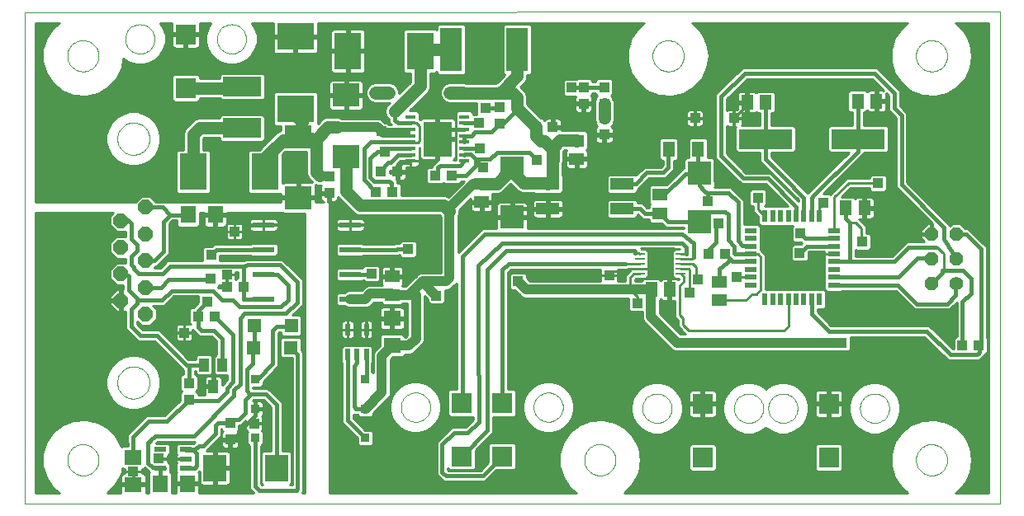
<source format=gtl>
G75*
%MOIN*%
%OFA0B0*%
%FSLAX24Y24*%
%IPPOS*%
%LPD*%
%AMOC8*
5,1,8,0,0,1.08239X$1,22.5*
%
%ADD10C,0.0000*%
%ADD11R,0.0500X0.0220*%
%ADD12R,0.0220X0.0500*%
%ADD13R,0.2165X0.0787*%
%ADD14R,0.0512X0.0591*%
%ADD15R,0.0591X0.0512*%
%ADD16R,0.0945X0.0945*%
%ADD17R,0.0472X0.0630*%
%ADD18R,0.0945X0.0472*%
%ADD19R,0.0394X0.0098*%
%ADD20R,0.0827X0.0827*%
%ADD21R,0.0866X0.0236*%
%ADD22R,0.0217X0.0472*%
%ADD23R,0.0354X0.0354*%
%ADD24R,0.0551X0.0551*%
%ADD25R,0.0472X0.0217*%
%ADD26R,0.0945X0.1102*%
%ADD27R,0.0394X0.0433*%
%ADD28R,0.0709X0.0630*%
%ADD29R,0.0630X0.0709*%
%ADD30R,0.0433X0.0394*%
%ADD31R,0.0394X0.0551*%
%ADD32C,0.0560*%
%ADD33OC8,0.0560*%
%ADD34R,0.0413X0.0177*%
%ADD35R,0.1157X0.1409*%
%ADD36C,0.0520*%
%ADD37R,0.1102X0.0945*%
%ADD38R,0.1102X0.1496*%
%ADD39R,0.1496X0.1102*%
%ADD40R,0.1535X0.0787*%
%ADD41R,0.0886X0.1772*%
%ADD42OC8,0.0600*%
%ADD43C,0.0160*%
%ADD44C,0.0100*%
%ADD45R,0.0396X0.0396*%
%ADD46C,0.0394*%
%ADD47C,0.0500*%
%ADD48C,0.0157*%
D10*
X002782Y000180D02*
X002782Y020062D01*
X042156Y020066D01*
X042152Y000180D01*
X002782Y000180D01*
X004515Y001952D02*
X004517Y002002D01*
X004523Y002052D01*
X004533Y002101D01*
X004547Y002149D01*
X004564Y002196D01*
X004585Y002241D01*
X004610Y002285D01*
X004638Y002326D01*
X004670Y002365D01*
X004704Y002402D01*
X004741Y002436D01*
X004781Y002466D01*
X004823Y002493D01*
X004867Y002517D01*
X004913Y002538D01*
X004960Y002554D01*
X005008Y002567D01*
X005058Y002576D01*
X005107Y002581D01*
X005158Y002582D01*
X005208Y002579D01*
X005257Y002572D01*
X005306Y002561D01*
X005354Y002546D01*
X005400Y002528D01*
X005445Y002506D01*
X005488Y002480D01*
X005529Y002451D01*
X005568Y002419D01*
X005604Y002384D01*
X005636Y002346D01*
X005666Y002306D01*
X005693Y002263D01*
X005716Y002219D01*
X005735Y002173D01*
X005751Y002125D01*
X005763Y002076D01*
X005771Y002027D01*
X005775Y001977D01*
X005775Y001927D01*
X005771Y001877D01*
X005763Y001828D01*
X005751Y001779D01*
X005735Y001731D01*
X005716Y001685D01*
X005693Y001641D01*
X005666Y001598D01*
X005636Y001558D01*
X005604Y001520D01*
X005568Y001485D01*
X005529Y001453D01*
X005488Y001424D01*
X005445Y001398D01*
X005400Y001376D01*
X005354Y001358D01*
X005306Y001343D01*
X005257Y001332D01*
X005208Y001325D01*
X005158Y001322D01*
X005107Y001323D01*
X005058Y001328D01*
X005008Y001337D01*
X004960Y001350D01*
X004913Y001366D01*
X004867Y001387D01*
X004823Y001411D01*
X004781Y001438D01*
X004741Y001468D01*
X004704Y001502D01*
X004670Y001539D01*
X004638Y001578D01*
X004610Y001619D01*
X004585Y001663D01*
X004564Y001708D01*
X004547Y001755D01*
X004533Y001803D01*
X004523Y001852D01*
X004517Y001902D01*
X004515Y001952D01*
X006530Y005077D02*
X006532Y005127D01*
X006538Y005177D01*
X006548Y005227D01*
X006561Y005275D01*
X006578Y005323D01*
X006599Y005369D01*
X006623Y005413D01*
X006651Y005455D01*
X006682Y005495D01*
X006716Y005532D01*
X006753Y005567D01*
X006792Y005598D01*
X006833Y005627D01*
X006877Y005652D01*
X006923Y005674D01*
X006970Y005692D01*
X007018Y005706D01*
X007067Y005717D01*
X007117Y005724D01*
X007167Y005727D01*
X007218Y005726D01*
X007268Y005721D01*
X007318Y005712D01*
X007366Y005700D01*
X007414Y005683D01*
X007460Y005663D01*
X007505Y005640D01*
X007548Y005613D01*
X007588Y005583D01*
X007626Y005550D01*
X007661Y005514D01*
X007694Y005475D01*
X007723Y005434D01*
X007749Y005391D01*
X007772Y005346D01*
X007791Y005299D01*
X007806Y005251D01*
X007818Y005202D01*
X007826Y005152D01*
X007830Y005102D01*
X007830Y005052D01*
X007826Y005002D01*
X007818Y004952D01*
X007806Y004903D01*
X007791Y004855D01*
X007772Y004808D01*
X007749Y004763D01*
X007723Y004720D01*
X007694Y004679D01*
X007661Y004640D01*
X007626Y004604D01*
X007588Y004571D01*
X007548Y004541D01*
X007505Y004514D01*
X007460Y004491D01*
X007414Y004471D01*
X007366Y004454D01*
X007318Y004442D01*
X007268Y004433D01*
X007218Y004428D01*
X007167Y004427D01*
X007117Y004430D01*
X007067Y004437D01*
X007018Y004448D01*
X006970Y004462D01*
X006923Y004480D01*
X006877Y004502D01*
X006833Y004527D01*
X006792Y004556D01*
X006753Y004587D01*
X006716Y004622D01*
X006682Y004659D01*
X006651Y004699D01*
X006623Y004741D01*
X006599Y004785D01*
X006578Y004831D01*
X006561Y004879D01*
X006548Y004927D01*
X006538Y004977D01*
X006532Y005027D01*
X006530Y005077D01*
X017983Y004082D02*
X017985Y004130D01*
X017991Y004178D01*
X018001Y004225D01*
X018014Y004271D01*
X018032Y004316D01*
X018052Y004360D01*
X018077Y004402D01*
X018105Y004441D01*
X018135Y004478D01*
X018169Y004512D01*
X018206Y004544D01*
X018244Y004573D01*
X018285Y004598D01*
X018328Y004620D01*
X018373Y004638D01*
X018419Y004652D01*
X018466Y004663D01*
X018514Y004670D01*
X018562Y004673D01*
X018610Y004672D01*
X018658Y004667D01*
X018706Y004658D01*
X018752Y004646D01*
X018797Y004629D01*
X018841Y004609D01*
X018883Y004586D01*
X018923Y004559D01*
X018961Y004529D01*
X018996Y004496D01*
X019028Y004460D01*
X019058Y004422D01*
X019084Y004381D01*
X019106Y004338D01*
X019126Y004294D01*
X019141Y004249D01*
X019153Y004202D01*
X019161Y004154D01*
X019165Y004106D01*
X019165Y004058D01*
X019161Y004010D01*
X019153Y003962D01*
X019141Y003915D01*
X019126Y003870D01*
X019106Y003826D01*
X019084Y003783D01*
X019058Y003742D01*
X019028Y003704D01*
X018996Y003668D01*
X018961Y003635D01*
X018923Y003605D01*
X018883Y003578D01*
X018841Y003555D01*
X018797Y003535D01*
X018752Y003518D01*
X018706Y003506D01*
X018658Y003497D01*
X018610Y003492D01*
X018562Y003491D01*
X018514Y003494D01*
X018466Y003501D01*
X018419Y003512D01*
X018373Y003526D01*
X018328Y003544D01*
X018285Y003566D01*
X018244Y003591D01*
X018206Y003620D01*
X018169Y003652D01*
X018135Y003686D01*
X018105Y003723D01*
X018077Y003762D01*
X018052Y003804D01*
X018032Y003848D01*
X018014Y003893D01*
X018001Y003939D01*
X017991Y003986D01*
X017985Y004034D01*
X017983Y004082D01*
X023337Y004082D02*
X023339Y004130D01*
X023345Y004178D01*
X023355Y004225D01*
X023368Y004271D01*
X023386Y004316D01*
X023406Y004360D01*
X023431Y004402D01*
X023459Y004441D01*
X023489Y004478D01*
X023523Y004512D01*
X023560Y004544D01*
X023598Y004573D01*
X023639Y004598D01*
X023682Y004620D01*
X023727Y004638D01*
X023773Y004652D01*
X023820Y004663D01*
X023868Y004670D01*
X023916Y004673D01*
X023964Y004672D01*
X024012Y004667D01*
X024060Y004658D01*
X024106Y004646D01*
X024151Y004629D01*
X024195Y004609D01*
X024237Y004586D01*
X024277Y004559D01*
X024315Y004529D01*
X024350Y004496D01*
X024382Y004460D01*
X024412Y004422D01*
X024438Y004381D01*
X024460Y004338D01*
X024480Y004294D01*
X024495Y004249D01*
X024507Y004202D01*
X024515Y004154D01*
X024519Y004106D01*
X024519Y004058D01*
X024515Y004010D01*
X024507Y003962D01*
X024495Y003915D01*
X024480Y003870D01*
X024460Y003826D01*
X024438Y003783D01*
X024412Y003742D01*
X024382Y003704D01*
X024350Y003668D01*
X024315Y003635D01*
X024277Y003605D01*
X024237Y003578D01*
X024195Y003555D01*
X024151Y003535D01*
X024106Y003518D01*
X024060Y003506D01*
X024012Y003497D01*
X023964Y003492D01*
X023916Y003491D01*
X023868Y003494D01*
X023820Y003501D01*
X023773Y003512D01*
X023727Y003526D01*
X023682Y003544D01*
X023639Y003566D01*
X023598Y003591D01*
X023560Y003620D01*
X023523Y003652D01*
X023489Y003686D01*
X023459Y003723D01*
X023431Y003762D01*
X023406Y003804D01*
X023386Y003848D01*
X023368Y003893D01*
X023355Y003939D01*
X023345Y003986D01*
X023339Y004034D01*
X023337Y004082D01*
X025381Y001952D02*
X025383Y002002D01*
X025389Y002052D01*
X025399Y002101D01*
X025413Y002149D01*
X025430Y002196D01*
X025451Y002241D01*
X025476Y002285D01*
X025504Y002326D01*
X025536Y002365D01*
X025570Y002402D01*
X025607Y002436D01*
X025647Y002466D01*
X025689Y002493D01*
X025733Y002517D01*
X025779Y002538D01*
X025826Y002554D01*
X025874Y002567D01*
X025924Y002576D01*
X025973Y002581D01*
X026024Y002582D01*
X026074Y002579D01*
X026123Y002572D01*
X026172Y002561D01*
X026220Y002546D01*
X026266Y002528D01*
X026311Y002506D01*
X026354Y002480D01*
X026395Y002451D01*
X026434Y002419D01*
X026470Y002384D01*
X026502Y002346D01*
X026532Y002306D01*
X026559Y002263D01*
X026582Y002219D01*
X026601Y002173D01*
X026617Y002125D01*
X026629Y002076D01*
X026637Y002027D01*
X026641Y001977D01*
X026641Y001927D01*
X026637Y001877D01*
X026629Y001828D01*
X026617Y001779D01*
X026601Y001731D01*
X026582Y001685D01*
X026559Y001641D01*
X026532Y001598D01*
X026502Y001558D01*
X026470Y001520D01*
X026434Y001485D01*
X026395Y001453D01*
X026354Y001424D01*
X026311Y001398D01*
X026266Y001376D01*
X026220Y001358D01*
X026172Y001343D01*
X026123Y001332D01*
X026074Y001325D01*
X026024Y001322D01*
X025973Y001323D01*
X025924Y001328D01*
X025874Y001337D01*
X025826Y001350D01*
X025779Y001366D01*
X025733Y001387D01*
X025689Y001411D01*
X025647Y001438D01*
X025607Y001468D01*
X025570Y001502D01*
X025536Y001539D01*
X025504Y001578D01*
X025476Y001619D01*
X025451Y001663D01*
X025430Y001708D01*
X025413Y001755D01*
X025399Y001803D01*
X025389Y001852D01*
X025383Y001902D01*
X025381Y001952D01*
X027723Y004038D02*
X027725Y004086D01*
X027731Y004134D01*
X027741Y004181D01*
X027754Y004227D01*
X027772Y004272D01*
X027792Y004316D01*
X027817Y004358D01*
X027845Y004397D01*
X027875Y004434D01*
X027909Y004468D01*
X027946Y004500D01*
X027984Y004529D01*
X028025Y004554D01*
X028068Y004576D01*
X028113Y004594D01*
X028159Y004608D01*
X028206Y004619D01*
X028254Y004626D01*
X028302Y004629D01*
X028350Y004628D01*
X028398Y004623D01*
X028446Y004614D01*
X028492Y004602D01*
X028537Y004585D01*
X028581Y004565D01*
X028623Y004542D01*
X028663Y004515D01*
X028701Y004485D01*
X028736Y004452D01*
X028768Y004416D01*
X028798Y004378D01*
X028824Y004337D01*
X028846Y004294D01*
X028866Y004250D01*
X028881Y004205D01*
X028893Y004158D01*
X028901Y004110D01*
X028905Y004062D01*
X028905Y004014D01*
X028901Y003966D01*
X028893Y003918D01*
X028881Y003871D01*
X028866Y003826D01*
X028846Y003782D01*
X028824Y003739D01*
X028798Y003698D01*
X028768Y003660D01*
X028736Y003624D01*
X028701Y003591D01*
X028663Y003561D01*
X028623Y003534D01*
X028581Y003511D01*
X028537Y003491D01*
X028492Y003474D01*
X028446Y003462D01*
X028398Y003453D01*
X028350Y003448D01*
X028302Y003447D01*
X028254Y003450D01*
X028206Y003457D01*
X028159Y003468D01*
X028113Y003482D01*
X028068Y003500D01*
X028025Y003522D01*
X027984Y003547D01*
X027946Y003576D01*
X027909Y003608D01*
X027875Y003642D01*
X027845Y003679D01*
X027817Y003718D01*
X027792Y003760D01*
X027772Y003804D01*
X027754Y003849D01*
X027741Y003895D01*
X027731Y003942D01*
X027725Y003990D01*
X027723Y004038D01*
X031424Y004038D02*
X031426Y004086D01*
X031432Y004134D01*
X031442Y004181D01*
X031455Y004227D01*
X031473Y004272D01*
X031493Y004316D01*
X031518Y004358D01*
X031546Y004397D01*
X031576Y004434D01*
X031610Y004468D01*
X031647Y004500D01*
X031685Y004529D01*
X031726Y004554D01*
X031769Y004576D01*
X031814Y004594D01*
X031860Y004608D01*
X031907Y004619D01*
X031955Y004626D01*
X032003Y004629D01*
X032051Y004628D01*
X032099Y004623D01*
X032147Y004614D01*
X032193Y004602D01*
X032238Y004585D01*
X032282Y004565D01*
X032324Y004542D01*
X032364Y004515D01*
X032402Y004485D01*
X032437Y004452D01*
X032469Y004416D01*
X032499Y004378D01*
X032525Y004337D01*
X032547Y004294D01*
X032567Y004250D01*
X032582Y004205D01*
X032594Y004158D01*
X032602Y004110D01*
X032606Y004062D01*
X032606Y004014D01*
X032602Y003966D01*
X032594Y003918D01*
X032582Y003871D01*
X032567Y003826D01*
X032547Y003782D01*
X032525Y003739D01*
X032499Y003698D01*
X032469Y003660D01*
X032437Y003624D01*
X032402Y003591D01*
X032364Y003561D01*
X032324Y003534D01*
X032282Y003511D01*
X032238Y003491D01*
X032193Y003474D01*
X032147Y003462D01*
X032099Y003453D01*
X032051Y003448D01*
X032003Y003447D01*
X031955Y003450D01*
X031907Y003457D01*
X031860Y003468D01*
X031814Y003482D01*
X031769Y003500D01*
X031726Y003522D01*
X031685Y003547D01*
X031647Y003576D01*
X031610Y003608D01*
X031576Y003642D01*
X031546Y003679D01*
X031518Y003718D01*
X031493Y003760D01*
X031473Y003804D01*
X031455Y003849D01*
X031442Y003895D01*
X031432Y003942D01*
X031426Y003990D01*
X031424Y004038D01*
X032809Y004038D02*
X032811Y004086D01*
X032817Y004134D01*
X032827Y004181D01*
X032840Y004227D01*
X032858Y004272D01*
X032878Y004316D01*
X032903Y004358D01*
X032931Y004397D01*
X032961Y004434D01*
X032995Y004468D01*
X033032Y004500D01*
X033070Y004529D01*
X033111Y004554D01*
X033154Y004576D01*
X033199Y004594D01*
X033245Y004608D01*
X033292Y004619D01*
X033340Y004626D01*
X033388Y004629D01*
X033436Y004628D01*
X033484Y004623D01*
X033532Y004614D01*
X033578Y004602D01*
X033623Y004585D01*
X033667Y004565D01*
X033709Y004542D01*
X033749Y004515D01*
X033787Y004485D01*
X033822Y004452D01*
X033854Y004416D01*
X033884Y004378D01*
X033910Y004337D01*
X033932Y004294D01*
X033952Y004250D01*
X033967Y004205D01*
X033979Y004158D01*
X033987Y004110D01*
X033991Y004062D01*
X033991Y004014D01*
X033987Y003966D01*
X033979Y003918D01*
X033967Y003871D01*
X033952Y003826D01*
X033932Y003782D01*
X033910Y003739D01*
X033884Y003698D01*
X033854Y003660D01*
X033822Y003624D01*
X033787Y003591D01*
X033749Y003561D01*
X033709Y003534D01*
X033667Y003511D01*
X033623Y003491D01*
X033578Y003474D01*
X033532Y003462D01*
X033484Y003453D01*
X033436Y003448D01*
X033388Y003447D01*
X033340Y003450D01*
X033292Y003457D01*
X033245Y003468D01*
X033199Y003482D01*
X033154Y003500D01*
X033111Y003522D01*
X033070Y003547D01*
X033032Y003576D01*
X032995Y003608D01*
X032961Y003642D01*
X032931Y003679D01*
X032903Y003718D01*
X032878Y003760D01*
X032858Y003804D01*
X032840Y003849D01*
X032827Y003895D01*
X032817Y003942D01*
X032811Y003990D01*
X032809Y004038D01*
X036510Y004038D02*
X036512Y004086D01*
X036518Y004134D01*
X036528Y004181D01*
X036541Y004227D01*
X036559Y004272D01*
X036579Y004316D01*
X036604Y004358D01*
X036632Y004397D01*
X036662Y004434D01*
X036696Y004468D01*
X036733Y004500D01*
X036771Y004529D01*
X036812Y004554D01*
X036855Y004576D01*
X036900Y004594D01*
X036946Y004608D01*
X036993Y004619D01*
X037041Y004626D01*
X037089Y004629D01*
X037137Y004628D01*
X037185Y004623D01*
X037233Y004614D01*
X037279Y004602D01*
X037324Y004585D01*
X037368Y004565D01*
X037410Y004542D01*
X037450Y004515D01*
X037488Y004485D01*
X037523Y004452D01*
X037555Y004416D01*
X037585Y004378D01*
X037611Y004337D01*
X037633Y004294D01*
X037653Y004250D01*
X037668Y004205D01*
X037680Y004158D01*
X037688Y004110D01*
X037692Y004062D01*
X037692Y004014D01*
X037688Y003966D01*
X037680Y003918D01*
X037668Y003871D01*
X037653Y003826D01*
X037633Y003782D01*
X037611Y003739D01*
X037585Y003698D01*
X037555Y003660D01*
X037523Y003624D01*
X037488Y003591D01*
X037450Y003561D01*
X037410Y003534D01*
X037368Y003511D01*
X037324Y003491D01*
X037279Y003474D01*
X037233Y003462D01*
X037185Y003453D01*
X037137Y003448D01*
X037089Y003447D01*
X037041Y003450D01*
X036993Y003457D01*
X036946Y003468D01*
X036900Y003482D01*
X036855Y003500D01*
X036812Y003522D01*
X036771Y003547D01*
X036733Y003576D01*
X036696Y003608D01*
X036662Y003642D01*
X036632Y003679D01*
X036604Y003718D01*
X036579Y003760D01*
X036559Y003804D01*
X036541Y003849D01*
X036528Y003895D01*
X036518Y003942D01*
X036512Y003990D01*
X036510Y004038D01*
X038767Y001952D02*
X038769Y002002D01*
X038775Y002052D01*
X038785Y002101D01*
X038799Y002149D01*
X038816Y002196D01*
X038837Y002241D01*
X038862Y002285D01*
X038890Y002326D01*
X038922Y002365D01*
X038956Y002402D01*
X038993Y002436D01*
X039033Y002466D01*
X039075Y002493D01*
X039119Y002517D01*
X039165Y002538D01*
X039212Y002554D01*
X039260Y002567D01*
X039310Y002576D01*
X039359Y002581D01*
X039410Y002582D01*
X039460Y002579D01*
X039509Y002572D01*
X039558Y002561D01*
X039606Y002546D01*
X039652Y002528D01*
X039697Y002506D01*
X039740Y002480D01*
X039781Y002451D01*
X039820Y002419D01*
X039856Y002384D01*
X039888Y002346D01*
X039918Y002306D01*
X039945Y002263D01*
X039968Y002219D01*
X039987Y002173D01*
X040003Y002125D01*
X040015Y002076D01*
X040023Y002027D01*
X040027Y001977D01*
X040027Y001927D01*
X040023Y001877D01*
X040015Y001828D01*
X040003Y001779D01*
X039987Y001731D01*
X039968Y001685D01*
X039945Y001641D01*
X039918Y001598D01*
X039888Y001558D01*
X039856Y001520D01*
X039820Y001485D01*
X039781Y001453D01*
X039740Y001424D01*
X039697Y001398D01*
X039652Y001376D01*
X039606Y001358D01*
X039558Y001343D01*
X039509Y001332D01*
X039460Y001325D01*
X039410Y001322D01*
X039359Y001323D01*
X039310Y001328D01*
X039260Y001337D01*
X039212Y001350D01*
X039165Y001366D01*
X039119Y001387D01*
X039075Y001411D01*
X039033Y001438D01*
X038993Y001468D01*
X038956Y001502D01*
X038922Y001539D01*
X038890Y001578D01*
X038862Y001619D01*
X038837Y001663D01*
X038816Y001708D01*
X038799Y001755D01*
X038785Y001803D01*
X038775Y001852D01*
X038769Y001902D01*
X038767Y001952D01*
X006530Y014937D02*
X006532Y014987D01*
X006538Y015037D01*
X006548Y015087D01*
X006561Y015135D01*
X006578Y015183D01*
X006599Y015229D01*
X006623Y015273D01*
X006651Y015315D01*
X006682Y015355D01*
X006716Y015392D01*
X006753Y015427D01*
X006792Y015458D01*
X006833Y015487D01*
X006877Y015512D01*
X006923Y015534D01*
X006970Y015552D01*
X007018Y015566D01*
X007067Y015577D01*
X007117Y015584D01*
X007167Y015587D01*
X007218Y015586D01*
X007268Y015581D01*
X007318Y015572D01*
X007366Y015560D01*
X007414Y015543D01*
X007460Y015523D01*
X007505Y015500D01*
X007548Y015473D01*
X007588Y015443D01*
X007626Y015410D01*
X007661Y015374D01*
X007694Y015335D01*
X007723Y015294D01*
X007749Y015251D01*
X007772Y015206D01*
X007791Y015159D01*
X007806Y015111D01*
X007818Y015062D01*
X007826Y015012D01*
X007830Y014962D01*
X007830Y014912D01*
X007826Y014862D01*
X007818Y014812D01*
X007806Y014763D01*
X007791Y014715D01*
X007772Y014668D01*
X007749Y014623D01*
X007723Y014580D01*
X007694Y014539D01*
X007661Y014500D01*
X007626Y014464D01*
X007588Y014431D01*
X007548Y014401D01*
X007505Y014374D01*
X007460Y014351D01*
X007414Y014331D01*
X007366Y014314D01*
X007318Y014302D01*
X007268Y014293D01*
X007218Y014288D01*
X007167Y014287D01*
X007117Y014290D01*
X007067Y014297D01*
X007018Y014308D01*
X006970Y014322D01*
X006923Y014340D01*
X006877Y014362D01*
X006833Y014387D01*
X006792Y014416D01*
X006753Y014447D01*
X006716Y014482D01*
X006682Y014519D01*
X006651Y014559D01*
X006623Y014601D01*
X006599Y014645D01*
X006578Y014691D01*
X006561Y014739D01*
X006548Y014787D01*
X006538Y014837D01*
X006532Y014887D01*
X006530Y014937D01*
X004515Y018290D02*
X004517Y018340D01*
X004523Y018390D01*
X004533Y018439D01*
X004547Y018487D01*
X004564Y018534D01*
X004585Y018579D01*
X004610Y018623D01*
X004638Y018664D01*
X004670Y018703D01*
X004704Y018740D01*
X004741Y018774D01*
X004781Y018804D01*
X004823Y018831D01*
X004867Y018855D01*
X004913Y018876D01*
X004960Y018892D01*
X005008Y018905D01*
X005058Y018914D01*
X005107Y018919D01*
X005158Y018920D01*
X005208Y018917D01*
X005257Y018910D01*
X005306Y018899D01*
X005354Y018884D01*
X005400Y018866D01*
X005445Y018844D01*
X005488Y018818D01*
X005529Y018789D01*
X005568Y018757D01*
X005604Y018722D01*
X005636Y018684D01*
X005666Y018644D01*
X005693Y018601D01*
X005716Y018557D01*
X005735Y018511D01*
X005751Y018463D01*
X005763Y018414D01*
X005771Y018365D01*
X005775Y018315D01*
X005775Y018265D01*
X005771Y018215D01*
X005763Y018166D01*
X005751Y018117D01*
X005735Y018069D01*
X005716Y018023D01*
X005693Y017979D01*
X005666Y017936D01*
X005636Y017896D01*
X005604Y017858D01*
X005568Y017823D01*
X005529Y017791D01*
X005488Y017762D01*
X005445Y017736D01*
X005400Y017714D01*
X005354Y017696D01*
X005306Y017681D01*
X005257Y017670D01*
X005208Y017663D01*
X005158Y017660D01*
X005107Y017661D01*
X005058Y017666D01*
X005008Y017675D01*
X004960Y017688D01*
X004913Y017704D01*
X004867Y017725D01*
X004823Y017749D01*
X004781Y017776D01*
X004741Y017806D01*
X004704Y017840D01*
X004670Y017877D01*
X004638Y017916D01*
X004610Y017957D01*
X004585Y018001D01*
X004564Y018046D01*
X004547Y018093D01*
X004533Y018141D01*
X004523Y018190D01*
X004517Y018240D01*
X004515Y018290D01*
X006853Y018975D02*
X006855Y019023D01*
X006861Y019071D01*
X006871Y019118D01*
X006884Y019164D01*
X006902Y019209D01*
X006922Y019253D01*
X006947Y019295D01*
X006975Y019334D01*
X007005Y019371D01*
X007039Y019405D01*
X007076Y019437D01*
X007114Y019466D01*
X007155Y019491D01*
X007198Y019513D01*
X007243Y019531D01*
X007289Y019545D01*
X007336Y019556D01*
X007384Y019563D01*
X007432Y019566D01*
X007480Y019565D01*
X007528Y019560D01*
X007576Y019551D01*
X007622Y019539D01*
X007667Y019522D01*
X007711Y019502D01*
X007753Y019479D01*
X007793Y019452D01*
X007831Y019422D01*
X007866Y019389D01*
X007898Y019353D01*
X007928Y019315D01*
X007954Y019274D01*
X007976Y019231D01*
X007996Y019187D01*
X008011Y019142D01*
X008023Y019095D01*
X008031Y019047D01*
X008035Y018999D01*
X008035Y018951D01*
X008031Y018903D01*
X008023Y018855D01*
X008011Y018808D01*
X007996Y018763D01*
X007976Y018719D01*
X007954Y018676D01*
X007928Y018635D01*
X007898Y018597D01*
X007866Y018561D01*
X007831Y018528D01*
X007793Y018498D01*
X007753Y018471D01*
X007711Y018448D01*
X007667Y018428D01*
X007622Y018411D01*
X007576Y018399D01*
X007528Y018390D01*
X007480Y018385D01*
X007432Y018384D01*
X007384Y018387D01*
X007336Y018394D01*
X007289Y018405D01*
X007243Y018419D01*
X007198Y018437D01*
X007155Y018459D01*
X007114Y018484D01*
X007076Y018513D01*
X007039Y018545D01*
X007005Y018579D01*
X006975Y018616D01*
X006947Y018655D01*
X006922Y018697D01*
X006902Y018741D01*
X006884Y018786D01*
X006871Y018832D01*
X006861Y018879D01*
X006855Y018927D01*
X006853Y018975D01*
X010554Y018975D02*
X010556Y019023D01*
X010562Y019071D01*
X010572Y019118D01*
X010585Y019164D01*
X010603Y019209D01*
X010623Y019253D01*
X010648Y019295D01*
X010676Y019334D01*
X010706Y019371D01*
X010740Y019405D01*
X010777Y019437D01*
X010815Y019466D01*
X010856Y019491D01*
X010899Y019513D01*
X010944Y019531D01*
X010990Y019545D01*
X011037Y019556D01*
X011085Y019563D01*
X011133Y019566D01*
X011181Y019565D01*
X011229Y019560D01*
X011277Y019551D01*
X011323Y019539D01*
X011368Y019522D01*
X011412Y019502D01*
X011454Y019479D01*
X011494Y019452D01*
X011532Y019422D01*
X011567Y019389D01*
X011599Y019353D01*
X011629Y019315D01*
X011655Y019274D01*
X011677Y019231D01*
X011697Y019187D01*
X011712Y019142D01*
X011724Y019095D01*
X011732Y019047D01*
X011736Y018999D01*
X011736Y018951D01*
X011732Y018903D01*
X011724Y018855D01*
X011712Y018808D01*
X011697Y018763D01*
X011677Y018719D01*
X011655Y018676D01*
X011629Y018635D01*
X011599Y018597D01*
X011567Y018561D01*
X011532Y018528D01*
X011494Y018498D01*
X011454Y018471D01*
X011412Y018448D01*
X011368Y018428D01*
X011323Y018411D01*
X011277Y018399D01*
X011229Y018390D01*
X011181Y018385D01*
X011133Y018384D01*
X011085Y018387D01*
X011037Y018394D01*
X010990Y018405D01*
X010944Y018419D01*
X010899Y018437D01*
X010856Y018459D01*
X010815Y018484D01*
X010777Y018513D01*
X010740Y018545D01*
X010706Y018579D01*
X010676Y018616D01*
X010648Y018655D01*
X010623Y018697D01*
X010603Y018741D01*
X010585Y018786D01*
X010572Y018832D01*
X010562Y018879D01*
X010556Y018927D01*
X010554Y018975D01*
X028137Y018290D02*
X028139Y018340D01*
X028145Y018390D01*
X028155Y018439D01*
X028169Y018487D01*
X028186Y018534D01*
X028207Y018579D01*
X028232Y018623D01*
X028260Y018664D01*
X028292Y018703D01*
X028326Y018740D01*
X028363Y018774D01*
X028403Y018804D01*
X028445Y018831D01*
X028489Y018855D01*
X028535Y018876D01*
X028582Y018892D01*
X028630Y018905D01*
X028680Y018914D01*
X028729Y018919D01*
X028780Y018920D01*
X028830Y018917D01*
X028879Y018910D01*
X028928Y018899D01*
X028976Y018884D01*
X029022Y018866D01*
X029067Y018844D01*
X029110Y018818D01*
X029151Y018789D01*
X029190Y018757D01*
X029226Y018722D01*
X029258Y018684D01*
X029288Y018644D01*
X029315Y018601D01*
X029338Y018557D01*
X029357Y018511D01*
X029373Y018463D01*
X029385Y018414D01*
X029393Y018365D01*
X029397Y018315D01*
X029397Y018265D01*
X029393Y018215D01*
X029385Y018166D01*
X029373Y018117D01*
X029357Y018069D01*
X029338Y018023D01*
X029315Y017979D01*
X029288Y017936D01*
X029258Y017896D01*
X029226Y017858D01*
X029190Y017823D01*
X029151Y017791D01*
X029110Y017762D01*
X029067Y017736D01*
X029022Y017714D01*
X028976Y017696D01*
X028928Y017681D01*
X028879Y017670D01*
X028830Y017663D01*
X028780Y017660D01*
X028729Y017661D01*
X028680Y017666D01*
X028630Y017675D01*
X028582Y017688D01*
X028535Y017704D01*
X028489Y017725D01*
X028445Y017749D01*
X028403Y017776D01*
X028363Y017806D01*
X028326Y017840D01*
X028292Y017877D01*
X028260Y017916D01*
X028232Y017957D01*
X028207Y018001D01*
X028186Y018046D01*
X028169Y018093D01*
X028155Y018141D01*
X028145Y018190D01*
X028139Y018240D01*
X028137Y018290D01*
X038767Y018290D02*
X038769Y018340D01*
X038775Y018390D01*
X038785Y018439D01*
X038799Y018487D01*
X038816Y018534D01*
X038837Y018579D01*
X038862Y018623D01*
X038890Y018664D01*
X038922Y018703D01*
X038956Y018740D01*
X038993Y018774D01*
X039033Y018804D01*
X039075Y018831D01*
X039119Y018855D01*
X039165Y018876D01*
X039212Y018892D01*
X039260Y018905D01*
X039310Y018914D01*
X039359Y018919D01*
X039410Y018920D01*
X039460Y018917D01*
X039509Y018910D01*
X039558Y018899D01*
X039606Y018884D01*
X039652Y018866D01*
X039697Y018844D01*
X039740Y018818D01*
X039781Y018789D01*
X039820Y018757D01*
X039856Y018722D01*
X039888Y018684D01*
X039918Y018644D01*
X039945Y018601D01*
X039968Y018557D01*
X039987Y018511D01*
X040003Y018463D01*
X040015Y018414D01*
X040023Y018365D01*
X040027Y018315D01*
X040027Y018265D01*
X040023Y018215D01*
X040015Y018166D01*
X040003Y018117D01*
X039987Y018069D01*
X039968Y018023D01*
X039945Y017979D01*
X039918Y017936D01*
X039888Y017896D01*
X039856Y017858D01*
X039820Y017823D01*
X039781Y017791D01*
X039740Y017762D01*
X039697Y017736D01*
X039652Y017714D01*
X039606Y017696D01*
X039558Y017681D01*
X039509Y017670D01*
X039460Y017663D01*
X039410Y017660D01*
X039359Y017661D01*
X039310Y017666D01*
X039260Y017675D01*
X039212Y017688D01*
X039165Y017704D01*
X039119Y017725D01*
X039075Y017749D01*
X039033Y017776D01*
X038993Y017806D01*
X038956Y017840D01*
X038922Y017877D01*
X038890Y017916D01*
X038862Y017957D01*
X038837Y018001D01*
X038816Y018046D01*
X038799Y018093D01*
X038785Y018141D01*
X038775Y018190D01*
X038769Y018240D01*
X038767Y018290D01*
D11*
X035464Y011227D03*
X035464Y010912D03*
X035464Y010597D03*
X035464Y010282D03*
X035464Y009967D03*
X035464Y009652D03*
X035464Y009337D03*
X035464Y009023D03*
X032084Y009023D03*
X032084Y009337D03*
X032084Y009652D03*
X032084Y009967D03*
X032084Y010282D03*
X032084Y010597D03*
X032084Y010912D03*
X032084Y011227D03*
D12*
X032672Y011815D03*
X032987Y011815D03*
X033302Y011815D03*
X033617Y011815D03*
X033932Y011815D03*
X034247Y011815D03*
X034562Y011815D03*
X034877Y011815D03*
X034877Y008435D03*
X034562Y008435D03*
X034247Y008435D03*
X033932Y008435D03*
X033617Y008435D03*
X033302Y008435D03*
X032987Y008435D03*
X032672Y008435D03*
D13*
X032700Y014928D03*
X036440Y014928D03*
D14*
X036420Y016456D03*
X037168Y016456D03*
X032708Y016412D03*
X031960Y016412D03*
X035943Y012137D03*
X036691Y012137D03*
X028830Y008834D03*
X028082Y008834D03*
D15*
X030845Y009152D03*
X030845Y008404D03*
X028432Y011924D03*
X028432Y012672D03*
X025074Y014117D03*
X025074Y014865D03*
X021235Y013125D03*
X021235Y012377D03*
X017629Y009373D03*
X017629Y008625D03*
D16*
X022467Y011771D03*
X022467Y013739D03*
X030026Y013554D03*
X030026Y011586D03*
D17*
X029971Y014530D03*
X028790Y014530D03*
D18*
X026912Y013113D03*
X026912Y012113D03*
X023912Y012113D03*
X023912Y013113D03*
D19*
X027616Y010274D03*
X027616Y010078D03*
X027616Y009881D03*
X027616Y009684D03*
X027616Y009487D03*
X029280Y009487D03*
X029280Y009684D03*
X029280Y009881D03*
X029280Y010078D03*
X029280Y010274D03*
D20*
X022078Y004263D03*
X020424Y004263D03*
X020424Y002097D03*
X022078Y002097D03*
X030164Y002054D03*
X030164Y004219D03*
X035251Y004219D03*
X035251Y002054D03*
X009294Y016991D03*
X009294Y019156D03*
D21*
X012433Y011457D03*
X012433Y010457D03*
X012433Y009457D03*
X012433Y008457D03*
X015933Y008457D03*
X015933Y009457D03*
X015933Y010457D03*
X015933Y011457D03*
D22*
X015834Y007223D03*
X016582Y007223D03*
X016582Y006200D03*
X016208Y006200D03*
X015834Y006200D03*
D23*
X016546Y005219D03*
X016542Y004026D03*
X016542Y002834D03*
X012093Y002841D03*
X012093Y004026D03*
X012097Y005219D03*
D24*
X012030Y006499D03*
X013526Y006499D03*
X013550Y007377D03*
X012054Y007377D03*
D25*
X009298Y002373D03*
X009298Y001999D03*
X009298Y001625D03*
X008274Y001625D03*
X008274Y002373D03*
D26*
X010471Y001625D03*
X012952Y001625D03*
D27*
X011093Y002774D03*
X011093Y003444D03*
X010452Y007761D03*
X009783Y007761D03*
X015082Y012743D03*
X015082Y013412D03*
X021979Y015538D03*
X021979Y016208D03*
X023436Y015400D03*
X024105Y015400D03*
X025357Y016353D03*
X026188Y016353D03*
X026188Y017023D03*
X025357Y017023D03*
X024129Y014086D03*
X023460Y014086D03*
X030400Y010267D03*
X031070Y010267D03*
X040645Y006586D03*
X041314Y006586D03*
D28*
X017625Y006570D03*
X017625Y007672D03*
X007180Y002058D03*
X007180Y000956D03*
D29*
X008263Y000995D03*
X009365Y000995D03*
X009385Y011870D03*
X010487Y011870D03*
D30*
X010960Y008963D03*
X011629Y008963D03*
X009418Y005065D03*
X009418Y004396D03*
X016975Y012794D03*
X017645Y012794D03*
X017834Y013601D03*
X017164Y013601D03*
X019377Y013448D03*
X020046Y013448D03*
X026184Y015105D03*
X026184Y015774D03*
D31*
X010776Y005793D03*
X010028Y005793D03*
X010402Y004927D03*
D32*
X040400Y009086D03*
D33*
X039400Y009086D03*
X039400Y010086D03*
X040400Y010086D03*
X040400Y011086D03*
X039400Y011086D03*
D34*
X020545Y014036D03*
X020545Y014292D03*
X020545Y014548D03*
X020545Y014804D03*
X020545Y015060D03*
X020545Y015316D03*
X020545Y015572D03*
X020545Y015828D03*
X018366Y015828D03*
X018366Y015572D03*
X018366Y015316D03*
X018366Y015060D03*
X018366Y014804D03*
X018366Y014548D03*
X018366Y014292D03*
X018366Y014036D03*
D35*
X019456Y014932D03*
D36*
X019963Y016798D02*
X020483Y016798D01*
X017483Y016798D02*
X016963Y016798D01*
D37*
X015771Y016700D03*
X013841Y015030D03*
X015771Y014219D03*
X013841Y012550D03*
D38*
X012507Y013601D03*
X009593Y013601D03*
X015845Y018487D03*
X018759Y018487D03*
D39*
X013719Y019070D03*
X013719Y016156D03*
D40*
X011570Y015373D03*
X011570Y017046D03*
D41*
X020013Y018550D03*
X022677Y018550D03*
D42*
X007680Y012167D03*
X006680Y011627D03*
X007680Y011087D03*
X006680Y010547D03*
X007680Y010007D03*
X006680Y009467D03*
X007680Y008927D03*
X006680Y008387D03*
X007680Y007847D03*
D43*
X007337Y008274D02*
X007097Y008034D01*
X007097Y007361D01*
X007475Y006983D01*
X008125Y006983D01*
X009315Y005793D01*
X009408Y005793D01*
X009418Y005784D01*
X009418Y005065D01*
X009408Y005793D02*
X010028Y005793D01*
X010776Y005793D02*
X010776Y006851D01*
X010440Y007188D01*
X009920Y007188D01*
X009794Y007314D01*
X009794Y007749D01*
X009783Y007761D01*
X009783Y007976D01*
X010160Y008353D01*
X010397Y008798D02*
X008715Y008798D01*
X008341Y008424D01*
X007365Y008424D01*
X007337Y008397D01*
X007337Y008491D01*
X006999Y008830D01*
X006999Y009369D01*
X006963Y009404D01*
X006742Y009404D01*
X006680Y009467D01*
X007200Y009676D02*
X007200Y009739D01*
X007086Y009853D01*
X007086Y010180D01*
X007318Y010412D01*
X007318Y010664D01*
X007093Y010889D01*
X007093Y011507D01*
X007034Y011566D01*
X007026Y011566D01*
X006952Y011641D01*
X006694Y011641D01*
X006680Y011627D01*
X007680Y012167D02*
X008374Y012167D01*
X008676Y011865D01*
X009380Y011865D01*
X009385Y011870D01*
X009231Y011715D01*
X008676Y011865D02*
X008408Y011597D01*
X008408Y010369D01*
X008046Y010007D01*
X007680Y010007D01*
X007200Y009676D02*
X007400Y009475D01*
X008373Y009475D01*
X008652Y009794D01*
X011274Y009794D01*
X011631Y009788D01*
X011814Y009834D01*
X013113Y009834D01*
X013798Y009149D01*
X013798Y008326D01*
X013345Y007873D01*
X011672Y007873D01*
X011483Y007684D01*
X011483Y005015D01*
X011243Y004774D01*
X011243Y004542D01*
X009625Y002924D01*
X008054Y002924D01*
X007865Y002735D01*
X007865Y002731D01*
X007778Y002645D01*
X007778Y001818D01*
X007963Y001633D01*
X008267Y001633D01*
X008274Y001625D01*
X008424Y001625D01*
X008274Y001625D02*
X008263Y001613D01*
X008263Y000995D01*
X007290Y000845D02*
X007180Y000956D01*
X009298Y001625D02*
X009652Y001625D01*
X009747Y001719D01*
X009747Y002208D01*
X009597Y002357D01*
X009314Y002357D01*
X009298Y002373D01*
X009664Y002373D01*
X009822Y002530D01*
X010011Y002530D01*
X010495Y003015D01*
X010495Y003345D01*
X010593Y003444D01*
X011093Y003444D01*
X011243Y003593D01*
X011440Y003593D01*
X011700Y003853D01*
X011700Y004381D01*
X011912Y004593D01*
X011759Y004747D01*
X011759Y005625D01*
X011983Y005849D01*
X011983Y006452D01*
X012030Y006499D01*
X012054Y006523D01*
X012054Y007377D01*
X012814Y007184D02*
X012963Y007334D01*
X013507Y007334D01*
X013550Y007377D01*
X012814Y007184D02*
X012814Y005845D01*
X012188Y005219D01*
X012097Y005219D01*
X011188Y005105D02*
X010948Y004865D01*
X010948Y004711D01*
X010593Y004357D01*
X009457Y004357D01*
X009418Y004396D01*
X008529Y003507D01*
X007802Y003507D01*
X007176Y002881D01*
X007180Y002058D01*
X011093Y002774D02*
X011184Y002774D01*
X011499Y003089D01*
X011499Y003172D01*
X011853Y003526D01*
X011865Y003526D01*
X012101Y003763D01*
X012101Y004019D01*
X012093Y004026D01*
X012515Y004613D02*
X012952Y004176D01*
X012952Y001625D01*
X012093Y000897D02*
X012271Y000719D01*
X013688Y000719D01*
X013700Y000708D01*
X013751Y000708D01*
X013814Y000771D01*
X013814Y006211D01*
X013526Y006499D01*
X011188Y007025D02*
X010452Y007761D01*
X010778Y008416D02*
X010397Y008798D01*
X010298Y009255D02*
X010314Y009271D01*
X010298Y009255D02*
X008613Y009255D01*
X008285Y008927D01*
X007680Y008927D01*
X007337Y008397D02*
X007337Y008274D01*
X010778Y008416D02*
X011208Y008416D01*
X011208Y008408D01*
X011479Y008137D01*
X013137Y008137D01*
X013432Y008432D01*
X013432Y009030D01*
X013005Y009457D01*
X012433Y009457D01*
X011629Y009259D02*
X011629Y008963D01*
X011629Y008457D01*
X012433Y008457D01*
X011629Y009259D02*
X011631Y009788D01*
X012421Y010446D02*
X010516Y010446D01*
X010318Y010247D01*
X012421Y010446D02*
X012433Y010457D01*
X012433Y011457D02*
X011875Y011457D01*
X011463Y011869D01*
X010488Y011869D01*
X010487Y011870D01*
X015933Y010457D02*
X015939Y010452D01*
X017814Y010452D01*
X017837Y010475D01*
X018271Y010475D01*
X016790Y009483D02*
X016765Y009457D01*
X015933Y009457D01*
X020448Y010180D02*
X021353Y011086D01*
X029334Y011086D01*
X029798Y010711D01*
X029802Y010133D01*
X029483Y010298D02*
X029483Y010558D01*
X029318Y010723D01*
X029109Y010723D01*
X029101Y010731D01*
X022070Y010731D01*
X021101Y009802D01*
X021101Y005404D01*
X021117Y005349D01*
X021117Y003491D01*
X020676Y003050D01*
X020121Y003050D01*
X019645Y002574D01*
X019645Y001448D01*
X019790Y001302D01*
X021282Y001302D01*
X022078Y002097D01*
X021460Y003133D02*
X020424Y002097D01*
X021460Y003133D02*
X021460Y009664D01*
X022215Y010420D01*
X027381Y010420D01*
X027420Y010381D01*
X027420Y010314D01*
X027034Y009881D02*
X022322Y009881D01*
X022074Y009633D01*
X022074Y004267D01*
X022078Y004263D01*
X020448Y004286D02*
X020448Y010180D01*
X022467Y011771D02*
X022822Y012125D01*
X024814Y012125D01*
X023845Y013046D02*
X023912Y013113D01*
X023460Y014086D02*
X023149Y014397D01*
X021861Y014397D01*
X021861Y014389D01*
X021578Y014105D01*
X021011Y014105D01*
X021003Y014097D01*
X021003Y014086D01*
X021298Y013790D01*
X021003Y013845D02*
X021003Y014086D01*
X021003Y014097D02*
X021003Y014105D01*
X021570Y014105D01*
X021861Y014397D01*
X021168Y014554D02*
X021162Y014548D01*
X020545Y014548D01*
X020545Y014804D02*
X020545Y015060D01*
X020816Y015060D01*
X020960Y015204D01*
X021645Y015204D01*
X021979Y015538D01*
X022086Y015538D02*
X022692Y016145D01*
X021979Y016208D02*
X021963Y016192D01*
X021381Y016192D01*
X021145Y015578D02*
X021139Y015572D01*
X020545Y015572D01*
X020545Y015316D02*
X019839Y015316D01*
X019456Y014932D01*
X019456Y014503D01*
X018366Y014548D02*
X017442Y014548D01*
X017326Y014432D01*
X017019Y014432D01*
X016786Y014200D01*
X016782Y014200D01*
X016767Y014184D01*
X016763Y014184D01*
X016743Y014164D01*
X016743Y013381D01*
X016908Y013215D01*
X017511Y013215D01*
X017586Y013141D01*
X017586Y012853D01*
X017645Y012794D01*
X016975Y012794D02*
X016483Y013286D01*
X016483Y014519D01*
X016499Y014534D01*
X016499Y014542D01*
X016761Y014804D01*
X018366Y014804D01*
X018366Y014292D02*
X018364Y014290D01*
X017869Y014290D01*
X017550Y013971D01*
X017475Y013971D01*
X017164Y013660D01*
X017164Y013601D01*
X017649Y013597D02*
X018019Y013967D01*
X018297Y013967D01*
X018366Y014036D01*
X018368Y014038D01*
X017834Y013601D02*
X017649Y013597D01*
X019377Y013448D02*
X019460Y013530D01*
X019460Y013767D01*
X019554Y013861D01*
X020369Y013861D01*
X020544Y014036D01*
X020545Y014036D01*
X020545Y014292D02*
X020555Y014302D01*
X020810Y014302D01*
X020834Y014278D01*
X020834Y014274D01*
X021003Y014105D01*
X021003Y013845D02*
X020605Y013448D01*
X020046Y013448D01*
X018360Y015566D02*
X017865Y015566D01*
X017743Y015688D01*
X017743Y016050D01*
X024865Y017003D02*
X025337Y017003D01*
X025357Y017023D01*
X026188Y017023D01*
X030904Y016645D02*
X031853Y017593D01*
X037086Y017593D01*
X037893Y016786D01*
X037893Y016180D01*
X038184Y015889D01*
X038184Y013086D01*
X039904Y011365D01*
X039897Y010897D01*
X040400Y010086D01*
X039566Y010550D02*
X038479Y010550D01*
X037897Y009967D01*
X036113Y009967D01*
X036089Y009991D01*
X036089Y011554D01*
X035943Y011701D01*
X035943Y012137D01*
X034574Y011827D02*
X034562Y011815D01*
X034574Y011827D02*
X034574Y012546D01*
X034609Y012582D01*
X034609Y012617D01*
X036420Y014428D01*
X036420Y016456D01*
X032708Y016412D02*
X032708Y014936D01*
X032700Y014928D01*
X032696Y014924D01*
X032696Y014117D01*
X033463Y013349D01*
X033463Y013345D01*
X034247Y012562D01*
X034247Y011815D01*
X033932Y011815D02*
X033932Y012192D01*
X032790Y013334D01*
X031810Y013334D01*
X030904Y014239D01*
X030904Y016645D01*
X029971Y014530D02*
X029971Y013609D01*
X030026Y013554D01*
X029987Y013515D01*
X029456Y013515D01*
X028613Y012672D01*
X028432Y012672D01*
X027818Y011916D02*
X027621Y012113D01*
X026912Y012113D01*
X027818Y011916D02*
X028424Y011916D01*
X028432Y011924D01*
X028771Y011586D01*
X030026Y011586D01*
X030026Y011865D01*
X030160Y011999D01*
X031058Y011999D01*
X031184Y011873D01*
X031184Y010834D01*
X031436Y010582D01*
X031436Y010302D01*
X031471Y010267D01*
X032069Y010267D01*
X032084Y010282D01*
X032084Y009967D02*
X031369Y009967D01*
X031296Y010040D01*
X030841Y009676D01*
X030845Y009152D01*
X031296Y010040D02*
X031070Y010267D01*
X030711Y010763D02*
X030400Y010452D01*
X030400Y010267D01*
X030711Y010763D02*
X030711Y011424D01*
X030806Y011519D01*
X030397Y011586D02*
X030026Y011586D01*
X030365Y012404D02*
X030365Y012711D01*
X030318Y012759D01*
X031208Y012759D01*
X031586Y012381D01*
X031586Y010802D01*
X031771Y010617D01*
X032065Y010617D01*
X032084Y010597D01*
X034078Y010326D02*
X034349Y010597D01*
X035464Y010597D01*
X035464Y010912D02*
X034294Y010912D01*
X034105Y011101D01*
X035464Y009967D02*
X036113Y009967D01*
X035464Y009337D02*
X038050Y009337D01*
X038822Y010109D01*
X039377Y010109D01*
X039400Y010086D01*
X039834Y009617D02*
X039845Y009605D01*
X039900Y009605D01*
X040664Y009605D01*
X040995Y009274D01*
X040995Y008692D01*
X040645Y008341D01*
X040645Y006586D01*
X040164Y006204D02*
X041227Y006204D01*
X041263Y006239D01*
X041282Y006239D01*
X041345Y006302D01*
X041345Y006554D01*
X041314Y006586D01*
X041385Y006656D01*
X041385Y010483D01*
X040782Y011086D01*
X040400Y011086D01*
X039834Y009617D02*
X039834Y009519D01*
X039400Y009086D01*
X040373Y009058D02*
X040373Y008601D01*
X040034Y008263D01*
X038806Y008263D01*
X038046Y009023D01*
X035464Y009023D01*
X034562Y008435D02*
X034562Y007849D01*
X035251Y007160D01*
X039208Y007160D01*
X040164Y006204D01*
X040373Y009058D02*
X040400Y009086D01*
X030318Y012759D02*
X030247Y012830D01*
X030026Y013050D01*
X030026Y013554D01*
X028778Y013774D02*
X028570Y013566D01*
X027900Y013566D01*
X027448Y013113D01*
X026912Y013113D01*
X028778Y013774D02*
X028778Y014519D01*
X028790Y014530D01*
X011188Y007025D02*
X011188Y005105D01*
X011912Y004593D02*
X011932Y004613D01*
X012515Y004613D01*
X012093Y002841D02*
X012093Y000897D01*
X015834Y003542D02*
X016542Y002834D01*
X015834Y003542D02*
X015834Y006200D01*
X016208Y006200D02*
X016211Y006196D01*
X016211Y005869D01*
X016086Y005743D01*
X016086Y004101D01*
X016160Y004026D01*
X016542Y004026D01*
X016546Y005219D02*
X016582Y005255D01*
X016582Y006200D01*
X020424Y004263D02*
X020448Y004286D01*
D44*
X020218Y004826D02*
X019949Y004826D01*
X019861Y004738D01*
X019861Y003787D01*
X019949Y003699D01*
X020887Y003699D01*
X020887Y003586D01*
X020581Y003280D01*
X020026Y003280D01*
X019891Y003145D01*
X019415Y002669D01*
X019415Y001352D01*
X019549Y001218D01*
X019695Y001072D01*
X021378Y001072D01*
X021512Y001207D01*
X021840Y001534D01*
X022553Y001534D01*
X022641Y001622D01*
X022641Y002573D01*
X022553Y002661D01*
X021602Y002661D01*
X021514Y002573D01*
X021514Y001859D01*
X021187Y001532D01*
X019886Y001532D01*
X019875Y001543D01*
X019875Y001608D01*
X019949Y001534D01*
X020900Y001534D01*
X020987Y001622D01*
X020987Y002335D01*
X021555Y002903D01*
X021690Y003037D01*
X021690Y003699D01*
X022553Y003699D01*
X022641Y003787D01*
X022641Y004738D01*
X022553Y004826D01*
X022304Y004826D01*
X022304Y009537D01*
X022417Y009651D01*
X026045Y009651D01*
X026041Y009634D01*
X026041Y009425D01*
X026380Y009425D01*
X026380Y009407D01*
X026041Y009407D01*
X026041Y009198D01*
X026045Y009180D01*
X023186Y009180D01*
X023048Y009318D01*
X023048Y009436D01*
X022960Y009524D01*
X022439Y009524D01*
X022352Y009436D01*
X022352Y008916D01*
X022439Y008828D01*
X022557Y008828D01*
X022748Y008637D01*
X022846Y008539D01*
X022973Y008487D01*
X027174Y008487D01*
X027174Y008026D01*
X027262Y007938D01*
X027723Y007938D01*
X027723Y007686D01*
X027776Y007558D01*
X028839Y006495D01*
X028936Y006398D01*
X029064Y006345D01*
X035517Y006345D01*
X035518Y006344D01*
X036039Y006344D01*
X036127Y006432D01*
X036127Y006930D01*
X039112Y006930D01*
X039934Y006108D01*
X040069Y005974D01*
X041323Y005974D01*
X041358Y006009D01*
X041378Y006009D01*
X041441Y006072D01*
X041575Y006207D01*
X041575Y006221D01*
X041661Y006307D01*
X041661Y006864D01*
X041615Y006910D01*
X041615Y010578D01*
X041480Y010713D01*
X040878Y011316D01*
X040779Y011316D01*
X040579Y011516D01*
X040222Y011516D01*
X040136Y011429D01*
X040136Y011456D01*
X040134Y011458D01*
X040134Y011460D01*
X040068Y011526D01*
X040004Y011593D01*
X040001Y011593D01*
X038414Y013181D01*
X038414Y015984D01*
X038279Y016119D01*
X038123Y016275D01*
X038123Y016882D01*
X037988Y017016D01*
X037181Y017823D01*
X031758Y017823D01*
X031623Y017689D01*
X030674Y016740D01*
X030674Y014144D01*
X030809Y014009D01*
X031715Y013104D01*
X032695Y013104D01*
X033584Y012215D01*
X032658Y012215D01*
X032737Y012294D01*
X032737Y012814D01*
X032649Y012902D01*
X032128Y012902D01*
X032041Y012814D01*
X032041Y012294D01*
X032128Y012206D01*
X032189Y012206D01*
X032189Y012016D01*
X032306Y011898D01*
X032412Y011792D01*
X032412Y011503D01*
X032500Y011415D01*
X033810Y011415D01*
X033757Y011362D01*
X033757Y010841D01*
X033845Y010753D01*
X034128Y010753D01*
X034154Y010727D01*
X034119Y010693D01*
X034100Y010674D01*
X033817Y010674D01*
X033730Y010586D01*
X033730Y010065D01*
X033817Y009978D01*
X034338Y009978D01*
X034426Y010065D01*
X034426Y010349D01*
X034445Y010367D01*
X035064Y010367D01*
X035064Y010287D01*
X035459Y010287D01*
X035459Y010277D01*
X035064Y010277D01*
X035064Y010153D01*
X035067Y010142D01*
X035064Y010140D01*
X035064Y008850D01*
X035152Y008763D01*
X035777Y008763D01*
X035807Y008793D01*
X037951Y008793D01*
X038576Y008167D01*
X038711Y008033D01*
X040130Y008033D01*
X040264Y008167D01*
X040264Y008167D01*
X040415Y008318D01*
X040415Y006952D01*
X040386Y006952D01*
X040298Y006864D01*
X040298Y006434D01*
X040260Y006434D01*
X039303Y007390D01*
X035346Y007390D01*
X034792Y007945D01*
X034792Y008035D01*
X035049Y008035D01*
X035137Y008123D01*
X035137Y008747D01*
X035049Y008835D01*
X032699Y008835D01*
X032699Y010243D01*
X032582Y010360D01*
X032484Y010458D01*
X032484Y011399D01*
X032397Y011487D01*
X031816Y011487D01*
X031816Y012476D01*
X031681Y012611D01*
X031303Y012989D01*
X030618Y012989D01*
X030649Y013019D01*
X030649Y014089D01*
X030561Y014176D01*
X030358Y014176D01*
X030358Y014907D01*
X030270Y014995D01*
X029673Y014995D01*
X029585Y014907D01*
X029585Y014176D01*
X029492Y014176D01*
X029404Y014089D01*
X029404Y013745D01*
X029360Y013745D01*
X029226Y013610D01*
X028694Y013078D01*
X028075Y013078D01*
X027987Y012990D01*
X027987Y012354D01*
X028043Y012298D01*
X027987Y012242D01*
X027987Y012146D01*
X027913Y012146D01*
X027716Y012343D01*
X027535Y012343D01*
X027535Y012411D01*
X027447Y012499D01*
X026378Y012499D01*
X026290Y012411D01*
X026290Y011815D01*
X026378Y011727D01*
X027447Y011727D01*
X027535Y011815D01*
X027535Y011874D01*
X027588Y011821D01*
X027723Y011686D01*
X027987Y011686D01*
X027987Y011606D01*
X023090Y011606D01*
X023090Y011508D02*
X028523Y011508D01*
X028513Y011518D02*
X028675Y011356D01*
X029404Y011356D01*
X029404Y011324D01*
X029404Y011324D01*
X029321Y011316D01*
X023090Y011316D01*
X023090Y011721D01*
X022517Y011721D01*
X022517Y011821D01*
X022417Y011821D01*
X022417Y012393D01*
X021975Y012393D01*
X021937Y012383D01*
X021903Y012363D01*
X021875Y012335D01*
X021855Y012301D01*
X021845Y012263D01*
X021845Y011821D01*
X022417Y011821D01*
X022417Y011721D01*
X021845Y011721D01*
X021845Y011316D01*
X021258Y011316D01*
X021123Y011181D01*
X020291Y010348D01*
X020291Y011795D01*
X020344Y011923D01*
X020344Y012062D01*
X020790Y012508D01*
X020790Y012427D01*
X021185Y012427D01*
X021185Y012327D01*
X020790Y012327D01*
X020790Y012101D01*
X020800Y012063D01*
X020820Y012029D01*
X020848Y012001D01*
X020882Y011981D01*
X020920Y011971D01*
X021185Y011971D01*
X021185Y012327D01*
X021285Y012327D01*
X021285Y012427D01*
X021680Y012427D01*
X021680Y012653D01*
X021670Y012691D01*
X021650Y012725D01*
X021933Y012725D01*
X022080Y012786D01*
X022408Y013114D01*
X022605Y012918D01*
X022717Y012805D01*
X022864Y012745D01*
X023360Y012745D01*
X023378Y012727D01*
X023799Y012727D01*
X023833Y012713D01*
X023992Y012713D01*
X024025Y012727D01*
X024447Y012727D01*
X024535Y012815D01*
X024535Y013411D01*
X024489Y013457D01*
X024489Y013911D01*
X024529Y014006D01*
X024529Y014428D01*
X024578Y014477D01*
X024670Y014477D01*
X024658Y014465D01*
X024639Y014431D01*
X024628Y014393D01*
X024628Y014167D01*
X025024Y014167D01*
X025024Y014067D01*
X025124Y014067D01*
X025124Y014167D01*
X025519Y014167D01*
X025519Y014393D01*
X025509Y014431D01*
X025489Y014465D01*
X025463Y014491D01*
X025519Y014547D01*
X025519Y015183D01*
X025431Y015271D01*
X025156Y015271D01*
X025141Y015277D01*
X024452Y015277D01*
X024452Y015352D01*
X024154Y015352D01*
X024154Y015449D01*
X024452Y015449D01*
X024452Y015637D01*
X024442Y015675D01*
X024422Y015709D01*
X024394Y015737D01*
X024360Y015757D01*
X024322Y015767D01*
X024154Y015767D01*
X024154Y015449D01*
X024057Y015449D01*
X024057Y015767D01*
X023889Y015767D01*
X023850Y015757D01*
X023816Y015737D01*
X023788Y015709D01*
X023775Y015687D01*
X023695Y015767D01*
X023635Y015767D01*
X023056Y016346D01*
X023056Y016704D01*
X022995Y016851D01*
X022883Y016964D01*
X022811Y017036D01*
X023016Y017242D01*
X023077Y017389D01*
X023077Y017514D01*
X023182Y017514D01*
X023270Y017602D01*
X023270Y019498D01*
X023182Y019586D01*
X022172Y019586D01*
X022084Y019498D01*
X022084Y017602D01*
X022165Y017522D01*
X021865Y017222D01*
X021798Y017194D01*
X020599Y017194D01*
X020565Y017208D01*
X019882Y017208D01*
X019731Y017146D01*
X019616Y017030D01*
X019553Y016880D01*
X019553Y016717D01*
X019616Y016566D01*
X019731Y016451D01*
X019882Y016388D01*
X020565Y016388D01*
X020579Y016394D01*
X021033Y016394D01*
X021033Y015932D01*
X021038Y015926D01*
X020902Y015926D01*
X020902Y015978D01*
X020814Y016066D01*
X020276Y016066D01*
X020189Y015978D01*
X020189Y015316D01*
X020545Y015316D01*
X020545Y015316D01*
X020189Y015316D01*
X020189Y014091D01*
X020099Y014091D01*
X020126Y014107D01*
X020154Y014135D01*
X020174Y014169D01*
X020184Y014207D01*
X020184Y014882D01*
X019506Y014882D01*
X019506Y014982D01*
X020184Y014982D01*
X020184Y015656D01*
X020174Y015695D01*
X020154Y015729D01*
X020126Y015757D01*
X020092Y015776D01*
X020054Y015787D01*
X019506Y015787D01*
X019506Y014982D01*
X019406Y014982D01*
X019406Y015787D01*
X018857Y015787D01*
X018819Y015776D01*
X018785Y015757D01*
X018757Y015729D01*
X018741Y015701D01*
X018723Y015719D01*
X018723Y015978D01*
X018635Y016066D01*
X018325Y016066D01*
X018985Y016727D01*
X018985Y016727D01*
X019098Y016839D01*
X019159Y016986D01*
X019159Y017589D01*
X019372Y017589D01*
X019421Y017638D01*
X019421Y017602D01*
X019508Y017514D01*
X020519Y017514D01*
X020606Y017602D01*
X020606Y019498D01*
X020519Y019586D01*
X019508Y019586D01*
X019421Y019498D01*
X019421Y019337D01*
X019372Y019385D01*
X018145Y019385D01*
X018058Y019297D01*
X018058Y017677D01*
X018145Y017589D01*
X018359Y017589D01*
X018359Y017232D01*
X017893Y016766D01*
X017893Y016880D01*
X017831Y017030D01*
X017716Y017146D01*
X017565Y017208D01*
X016882Y017208D01*
X016731Y017146D01*
X016616Y017030D01*
X016553Y016880D01*
X016553Y016717D01*
X016616Y016566D01*
X016731Y016451D01*
X016882Y016388D01*
X017515Y016388D01*
X017404Y016277D01*
X017343Y016130D01*
X017343Y015971D01*
X017404Y015823D01*
X017513Y015714D01*
X017513Y015593D01*
X017583Y015523D01*
X017512Y015523D01*
X017444Y015591D01*
X017326Y015591D01*
X017211Y015706D01*
X017084Y015759D01*
X015614Y015759D01*
X015476Y015816D01*
X014978Y015816D01*
X014950Y015804D01*
X014947Y015804D01*
X014800Y015744D01*
X014687Y015631D01*
X014617Y015561D01*
X014617Y016770D01*
X014530Y016858D01*
X012909Y016858D01*
X012821Y016770D01*
X012821Y015543D01*
X012909Y015455D01*
X013140Y015455D01*
X013140Y015293D01*
X013136Y015293D01*
X012989Y015232D01*
X012876Y015119D01*
X012256Y014499D01*
X011893Y014499D01*
X011806Y014411D01*
X011806Y012791D01*
X011893Y012703D01*
X013120Y012703D01*
X013140Y012723D01*
X013140Y012600D01*
X013791Y012600D01*
X013791Y012500D01*
X013140Y012500D01*
X013140Y012381D01*
X008486Y012381D01*
X008470Y012397D01*
X008086Y012397D01*
X007866Y012617D01*
X007494Y012617D01*
X007258Y012381D01*
X003232Y012381D01*
X003232Y019612D01*
X004185Y019612D01*
X003935Y019413D01*
X003935Y019413D01*
X003658Y019006D01*
X003513Y018536D01*
X003513Y018044D01*
X003658Y017574D01*
X003935Y017168D01*
X003935Y017168D01*
X004320Y016861D01*
X004777Y016682D01*
X004777Y016682D01*
X005268Y016645D01*
X005747Y016754D01*
X005747Y016754D01*
X006173Y017000D01*
X006173Y017000D01*
X006508Y017361D01*
X006721Y017804D01*
X006777Y018171D01*
X006805Y018143D01*
X007042Y018006D01*
X007307Y017935D01*
X007581Y017935D01*
X007845Y018006D01*
X008083Y018143D01*
X008276Y018336D01*
X008413Y018574D01*
X008484Y018838D01*
X008484Y019112D01*
X008413Y019377D01*
X008277Y019612D01*
X008737Y019612D01*
X008731Y019590D01*
X008731Y019206D01*
X009244Y019206D01*
X009244Y019106D01*
X009344Y019106D01*
X009344Y018593D01*
X009727Y018593D01*
X009765Y018603D01*
X009800Y018623D01*
X009828Y018651D01*
X009847Y018685D01*
X009858Y018723D01*
X009858Y019106D01*
X009344Y019106D01*
X009344Y019206D01*
X009858Y019206D01*
X009858Y019590D01*
X009851Y019613D01*
X010311Y019613D01*
X010175Y019377D01*
X010104Y019112D01*
X010104Y018838D01*
X010175Y018574D01*
X010312Y018336D01*
X010506Y018143D01*
X010743Y018006D01*
X011008Y017935D01*
X011282Y017935D01*
X011546Y018006D01*
X011783Y018143D01*
X011977Y018336D01*
X012114Y018574D01*
X012185Y018838D01*
X012185Y019112D01*
X012114Y019377D01*
X011978Y019613D01*
X012821Y019613D01*
X012821Y019120D01*
X013669Y019120D01*
X013669Y019020D01*
X012821Y019020D01*
X012821Y018499D01*
X012832Y018461D01*
X012851Y018426D01*
X012879Y018399D01*
X012913Y018379D01*
X012952Y018369D01*
X013669Y018369D01*
X013669Y019020D01*
X013769Y019020D01*
X013769Y018369D01*
X014487Y018369D01*
X014525Y018379D01*
X014560Y018399D01*
X014587Y018426D01*
X014607Y018461D01*
X014617Y018499D01*
X014617Y019020D01*
X013769Y019020D01*
X013769Y019120D01*
X014617Y019120D01*
X014617Y019613D01*
X027810Y019614D01*
X027557Y019413D01*
X027557Y019413D01*
X027557Y019413D01*
X027280Y019006D01*
X027135Y018536D01*
X027135Y018044D01*
X027280Y017574D01*
X027557Y017168D01*
X027557Y017168D01*
X027557Y017168D01*
X027942Y016861D01*
X028399Y016682D01*
X028890Y016645D01*
X029369Y016754D01*
X029795Y017000D01*
X029795Y017000D01*
X030130Y017361D01*
X030343Y017804D01*
X030417Y018290D01*
X030343Y018777D01*
X030130Y019220D01*
X030130Y019220D01*
X029795Y019580D01*
X029795Y019580D01*
X029736Y019615D01*
X038441Y019615D01*
X038187Y019413D01*
X038187Y019413D01*
X037910Y019006D01*
X037765Y018536D01*
X037765Y018044D01*
X037910Y017574D01*
X038187Y017168D01*
X038572Y016861D01*
X039029Y016682D01*
X039520Y016645D01*
X039999Y016754D01*
X040425Y017000D01*
X040760Y017361D01*
X040973Y017804D01*
X041047Y018290D01*
X040973Y018777D01*
X040760Y019220D01*
X040425Y019580D01*
X040364Y019616D01*
X041706Y019616D01*
X041703Y000630D01*
X040371Y000630D01*
X040425Y000662D01*
X040760Y001022D01*
X040760Y001022D01*
X040973Y001465D01*
X040973Y001465D01*
X041047Y001952D01*
X040973Y002438D01*
X040760Y002881D01*
X040425Y003242D01*
X039999Y003488D01*
X039520Y003597D01*
X039520Y003597D01*
X039029Y003560D01*
X038572Y003381D01*
X038572Y003381D01*
X038187Y003074D01*
X038187Y003074D01*
X038187Y003074D01*
X037910Y002668D01*
X037910Y002668D01*
X037765Y002198D01*
X037765Y001706D01*
X037910Y001236D01*
X037910Y001236D01*
X038187Y000829D01*
X038437Y000630D01*
X026985Y000630D01*
X027039Y000662D01*
X027374Y001022D01*
X027374Y001022D01*
X027587Y001465D01*
X027661Y001952D01*
X027587Y002438D01*
X027374Y002881D01*
X027374Y002881D01*
X027039Y003242D01*
X026614Y003488D01*
X026134Y003597D01*
X025644Y003560D01*
X025644Y003560D01*
X025186Y003381D01*
X024801Y003074D01*
X024801Y003074D01*
X024801Y003074D01*
X024524Y002668D01*
X024524Y002668D01*
X024379Y002198D01*
X024379Y001706D01*
X024524Y001236D01*
X024524Y001236D01*
X024801Y000829D01*
X025051Y000630D01*
X015109Y000630D01*
X015113Y012381D01*
X015033Y012381D01*
X015033Y012695D01*
X014735Y012695D01*
X014735Y012507D01*
X014745Y012469D01*
X014765Y012434D01*
X014793Y012406D01*
X014827Y012387D01*
X014849Y012381D01*
X014543Y012381D01*
X014543Y012500D01*
X013891Y012500D01*
X013891Y012600D01*
X013791Y012600D01*
X013791Y013173D01*
X013270Y013173D01*
X013232Y013162D01*
X013208Y013148D01*
X013208Y014319D01*
X013296Y014408D01*
X014154Y014408D01*
X014154Y013514D01*
X014215Y013367D01*
X014409Y013173D01*
X013891Y013173D01*
X013891Y012600D01*
X014543Y012600D01*
X014543Y013042D01*
X014532Y013080D01*
X014528Y013088D01*
X014616Y013052D01*
X014765Y013052D01*
X014765Y013052D01*
X014745Y013017D01*
X014735Y012979D01*
X014735Y012791D01*
X015033Y012791D01*
X015033Y012695D01*
X015130Y012695D01*
X015130Y012376D01*
X015298Y012376D01*
X015336Y012387D01*
X015371Y012406D01*
X015398Y012434D01*
X015418Y012469D01*
X015428Y012507D01*
X015428Y012583D01*
X015431Y012575D01*
X015983Y012024D01*
X016095Y011912D01*
X016242Y011851D01*
X019530Y011851D01*
X019597Y011784D01*
X019597Y009519D01*
X018788Y009519D01*
X018661Y009466D01*
X018592Y009397D01*
X018170Y008976D01*
X018041Y008976D01*
X018018Y008999D01*
X018044Y009025D01*
X018064Y009059D01*
X018074Y009097D01*
X018074Y009323D01*
X017679Y009323D01*
X017679Y009423D01*
X018074Y009423D01*
X018074Y009649D01*
X018064Y009687D01*
X018044Y009721D01*
X018016Y009749D01*
X017982Y009769D01*
X017944Y009779D01*
X017679Y009779D01*
X017679Y009423D01*
X017579Y009423D01*
X017579Y009779D01*
X017314Y009779D01*
X017276Y009769D01*
X017241Y009749D01*
X017214Y009721D01*
X017194Y009687D01*
X017184Y009649D01*
X017184Y009423D01*
X017579Y009423D01*
X017579Y009323D01*
X017184Y009323D01*
X017184Y009097D01*
X017194Y009059D01*
X017214Y009025D01*
X017223Y009015D01*
X016674Y009015D01*
X016547Y008962D01*
X016389Y008804D01*
X015864Y008804D01*
X015737Y008752D01*
X015711Y008726D01*
X015438Y008726D01*
X015350Y008638D01*
X015350Y008277D01*
X015438Y008189D01*
X015711Y008189D01*
X015737Y008163D01*
X015864Y008111D01*
X016601Y008111D01*
X016729Y008163D01*
X016826Y008261D01*
X016887Y008321D01*
X017184Y008321D01*
X017184Y008307D01*
X017271Y008219D01*
X017986Y008219D01*
X018045Y008278D01*
X018239Y008278D01*
X018239Y006993D01*
X018162Y006917D01*
X018129Y006917D01*
X018129Y006947D01*
X018041Y007035D01*
X017208Y007035D01*
X017121Y006947D01*
X017121Y006556D01*
X017011Y006446D01*
X016914Y006349D01*
X016861Y006221D01*
X016861Y005471D01*
X016812Y005520D01*
X016812Y005873D01*
X016840Y005901D01*
X016840Y006498D01*
X016752Y006586D01*
X016411Y006586D01*
X016395Y006569D01*
X016378Y006586D01*
X016037Y006586D01*
X016021Y006569D01*
X016004Y006586D01*
X015663Y006586D01*
X015575Y006498D01*
X015575Y005901D01*
X015604Y005873D01*
X015604Y003447D01*
X015738Y003312D01*
X016215Y002835D01*
X016215Y002594D01*
X016303Y002506D01*
X016782Y002506D01*
X016869Y002594D01*
X016869Y003073D01*
X016782Y003161D01*
X016540Y003161D01*
X016064Y003637D01*
X016064Y003798D01*
X016065Y003796D01*
X016215Y003796D01*
X016215Y003787D01*
X016303Y003699D01*
X016426Y003699D01*
X016473Y003680D01*
X016635Y003680D01*
X016682Y003699D01*
X016782Y003699D01*
X016869Y003787D01*
X016869Y003839D01*
X017502Y004472D01*
X017554Y004599D01*
X017554Y006009D01*
X017650Y006105D01*
X018041Y006105D01*
X018129Y006193D01*
X018129Y006223D01*
X018375Y006223D01*
X018502Y006276D01*
X018600Y006373D01*
X018880Y006653D01*
X018932Y006780D01*
X018932Y008587D01*
X019064Y008455D01*
X019064Y008337D01*
X019152Y008249D01*
X019673Y008249D01*
X019760Y008337D01*
X019760Y008825D01*
X019879Y008825D01*
X020006Y008878D01*
X020140Y009012D01*
X020218Y009089D01*
X020218Y004826D01*
X020218Y004908D02*
X019219Y004908D01*
X019213Y004914D02*
X018975Y005051D01*
X018711Y005122D01*
X018437Y005122D01*
X018172Y005051D01*
X017935Y004914D01*
X017741Y004720D01*
X017604Y004483D01*
X017533Y004219D01*
X017533Y003945D01*
X017604Y003680D01*
X017741Y003443D01*
X017935Y003249D01*
X018172Y003112D01*
X018437Y003041D01*
X018711Y003041D01*
X018975Y003112D01*
X019213Y003249D01*
X019406Y003443D01*
X019543Y003680D01*
X019614Y003945D01*
X019614Y004219D01*
X019543Y004483D01*
X019406Y004720D01*
X019213Y004914D01*
X019317Y004810D02*
X019932Y004810D01*
X019861Y004711D02*
X019412Y004711D01*
X019469Y004613D02*
X019861Y004613D01*
X019861Y004514D02*
X019526Y004514D01*
X019561Y004416D02*
X019861Y004416D01*
X019861Y004317D02*
X019588Y004317D01*
X019614Y004219D02*
X019861Y004219D01*
X019861Y004120D02*
X019614Y004120D01*
X019614Y004022D02*
X019861Y004022D01*
X019861Y003923D02*
X019608Y003923D01*
X019582Y003825D02*
X019861Y003825D01*
X019922Y003726D02*
X019556Y003726D01*
X019513Y003628D02*
X020887Y003628D01*
X020830Y003529D02*
X019456Y003529D01*
X019394Y003431D02*
X020731Y003431D01*
X020633Y003332D02*
X019296Y003332D01*
X019186Y003234D02*
X019979Y003234D01*
X019881Y003135D02*
X019015Y003135D01*
X019487Y002741D02*
X016869Y002741D01*
X016869Y002643D02*
X019415Y002643D01*
X019415Y002544D02*
X016819Y002544D01*
X016265Y002544D02*
X015110Y002544D01*
X015110Y002446D02*
X019415Y002446D01*
X019415Y002347D02*
X015110Y002347D01*
X015110Y002249D02*
X019415Y002249D01*
X019415Y002150D02*
X015110Y002150D01*
X015110Y002052D02*
X019415Y002052D01*
X019415Y001953D02*
X015110Y001953D01*
X015110Y001855D02*
X019415Y001855D01*
X019415Y001756D02*
X015110Y001756D01*
X015110Y001658D02*
X019415Y001658D01*
X019415Y001559D02*
X015110Y001559D01*
X015110Y001461D02*
X019415Y001461D01*
X019415Y001362D02*
X015110Y001362D01*
X015109Y001264D02*
X019504Y001264D01*
X019602Y001165D02*
X015109Y001165D01*
X015109Y001067D02*
X024639Y001067D01*
X024572Y001165D02*
X021471Y001165D01*
X021569Y001264D02*
X024516Y001264D01*
X024485Y001362D02*
X021668Y001362D01*
X021766Y001461D02*
X024455Y001461D01*
X024424Y001559D02*
X022578Y001559D01*
X022641Y001658D02*
X024394Y001658D01*
X024379Y001756D02*
X022641Y001756D01*
X022641Y001855D02*
X024379Y001855D01*
X024379Y001953D02*
X022641Y001953D01*
X022641Y002052D02*
X024379Y002052D01*
X024379Y002150D02*
X022641Y002150D01*
X022641Y002249D02*
X024395Y002249D01*
X024425Y002347D02*
X022641Y002347D01*
X022641Y002446D02*
X024456Y002446D01*
X024486Y002544D02*
X022641Y002544D01*
X022571Y002643D02*
X024516Y002643D01*
X024574Y002741D02*
X021393Y002741D01*
X021295Y002643D02*
X021584Y002643D01*
X021514Y002544D02*
X021196Y002544D01*
X021098Y002446D02*
X021514Y002446D01*
X021514Y002347D02*
X020999Y002347D01*
X020987Y002249D02*
X021514Y002249D01*
X021514Y002150D02*
X020987Y002150D01*
X020987Y002052D02*
X021514Y002052D01*
X021514Y001953D02*
X020987Y001953D01*
X020987Y001855D02*
X021510Y001855D01*
X021411Y001756D02*
X020987Y001756D01*
X020987Y001658D02*
X021313Y001658D01*
X021214Y001559D02*
X020925Y001559D01*
X019924Y001559D02*
X019875Y001559D01*
X019585Y002840D02*
X016869Y002840D01*
X016869Y002938D02*
X019684Y002938D01*
X019782Y003037D02*
X016869Y003037D01*
X016807Y003135D02*
X018132Y003135D01*
X017961Y003234D02*
X016468Y003234D01*
X016369Y003332D02*
X017852Y003332D01*
X017753Y003431D02*
X016271Y003431D01*
X016172Y003529D02*
X017691Y003529D01*
X017634Y003628D02*
X016074Y003628D01*
X016064Y003726D02*
X016276Y003726D01*
X016808Y003726D02*
X017592Y003726D01*
X017565Y003825D02*
X016869Y003825D01*
X016953Y003923D02*
X017539Y003923D01*
X017533Y004022D02*
X017051Y004022D01*
X017150Y004120D02*
X017533Y004120D01*
X017533Y004219D02*
X017248Y004219D01*
X017347Y004317D02*
X017560Y004317D01*
X017586Y004416D02*
X017445Y004416D01*
X017519Y004514D02*
X017622Y004514D01*
X017679Y004613D02*
X017554Y004613D01*
X017554Y004711D02*
X017736Y004711D01*
X017830Y004810D02*
X017554Y004810D01*
X017554Y004908D02*
X017929Y004908D01*
X018095Y005007D02*
X017554Y005007D01*
X017554Y005105D02*
X018373Y005105D01*
X018775Y005105D02*
X020218Y005105D01*
X020218Y005007D02*
X019053Y005007D01*
X020218Y005204D02*
X017554Y005204D01*
X017554Y005302D02*
X020218Y005302D01*
X020218Y005401D02*
X017554Y005401D01*
X017554Y005499D02*
X020218Y005499D01*
X020218Y005598D02*
X017554Y005598D01*
X017554Y005696D02*
X020218Y005696D01*
X020218Y005795D02*
X017554Y005795D01*
X017554Y005893D02*
X020218Y005893D01*
X020218Y005992D02*
X017554Y005992D01*
X017636Y006090D02*
X020218Y006090D01*
X020218Y006189D02*
X018125Y006189D01*
X018514Y006287D02*
X020218Y006287D01*
X020218Y006386D02*
X018612Y006386D01*
X018711Y006484D02*
X020218Y006484D01*
X020218Y006583D02*
X018809Y006583D01*
X018891Y006681D02*
X020218Y006681D01*
X020218Y006780D02*
X018932Y006780D01*
X018932Y006878D02*
X020218Y006878D01*
X020218Y006977D02*
X018932Y006977D01*
X018932Y007075D02*
X020218Y007075D01*
X020218Y007174D02*
X018932Y007174D01*
X018932Y007272D02*
X020218Y007272D01*
X020218Y007371D02*
X018932Y007371D01*
X018932Y007469D02*
X020218Y007469D01*
X020218Y007568D02*
X018932Y007568D01*
X018932Y007666D02*
X020218Y007666D01*
X020218Y007765D02*
X018932Y007765D01*
X018932Y007863D02*
X020218Y007863D01*
X020218Y007962D02*
X018932Y007962D01*
X018932Y008060D02*
X020218Y008060D01*
X020218Y008159D02*
X018932Y008159D01*
X018932Y008257D02*
X019144Y008257D01*
X019064Y008356D02*
X018932Y008356D01*
X018932Y008454D02*
X019064Y008454D01*
X018967Y008553D02*
X018932Y008553D01*
X018239Y008257D02*
X018024Y008257D01*
X017999Y008137D02*
X017675Y008137D01*
X017675Y007722D01*
X018129Y007722D01*
X018129Y008007D01*
X018119Y008045D01*
X018099Y008079D01*
X018071Y008107D01*
X018037Y008127D01*
X017999Y008137D01*
X018110Y008060D02*
X018239Y008060D01*
X018239Y007962D02*
X018129Y007962D01*
X018129Y007863D02*
X018239Y007863D01*
X018239Y007765D02*
X018129Y007765D01*
X018129Y007622D02*
X017675Y007622D01*
X017675Y007722D01*
X017575Y007722D01*
X017575Y007622D01*
X017675Y007622D01*
X017675Y007207D01*
X017999Y007207D01*
X018037Y007217D01*
X018071Y007237D01*
X018099Y007265D01*
X018119Y007299D01*
X018129Y007337D01*
X018129Y007622D01*
X018129Y007568D02*
X018239Y007568D01*
X018239Y007666D02*
X017675Y007666D01*
X017675Y007568D02*
X017575Y007568D01*
X017575Y007622D02*
X017575Y007207D01*
X017251Y007207D01*
X017213Y007217D01*
X017178Y007237D01*
X017151Y007265D01*
X017131Y007299D01*
X017121Y007337D01*
X017121Y007622D01*
X017575Y007622D01*
X017575Y007666D02*
X015112Y007666D01*
X015112Y007568D02*
X015621Y007568D01*
X015633Y007580D02*
X015605Y007552D01*
X015585Y007517D01*
X015575Y007479D01*
X015575Y007227D01*
X015829Y007227D01*
X015829Y007219D01*
X015575Y007219D01*
X015575Y006967D01*
X015585Y006929D01*
X015605Y006895D01*
X015633Y006867D01*
X015667Y006847D01*
X015706Y006837D01*
X015829Y006837D01*
X015829Y007219D01*
X015838Y007219D01*
X015838Y007227D01*
X016092Y007227D01*
X016092Y007479D01*
X016082Y007517D01*
X016062Y007552D01*
X016034Y007580D01*
X016000Y007599D01*
X015962Y007610D01*
X015838Y007610D01*
X015838Y007227D01*
X015829Y007227D01*
X015829Y007610D01*
X015706Y007610D01*
X015667Y007599D01*
X015633Y007580D01*
X015575Y007469D02*
X015111Y007469D01*
X015111Y007371D02*
X015575Y007371D01*
X015575Y007272D02*
X015111Y007272D01*
X015111Y007174D02*
X015575Y007174D01*
X015575Y007075D02*
X015111Y007075D01*
X015111Y006977D02*
X015575Y006977D01*
X015622Y006878D02*
X015111Y006878D01*
X015111Y006780D02*
X017121Y006780D01*
X017121Y006878D02*
X016793Y006878D01*
X016782Y006867D02*
X016810Y006895D01*
X016830Y006929D01*
X016840Y006967D01*
X016840Y007219D01*
X016586Y007219D01*
X016586Y007227D01*
X016840Y007227D01*
X016840Y007479D01*
X016830Y007517D01*
X016810Y007552D01*
X016782Y007580D01*
X016748Y007599D01*
X016710Y007610D01*
X016586Y007610D01*
X016586Y007227D01*
X016577Y007227D01*
X016577Y007219D01*
X016323Y007219D01*
X016323Y006967D01*
X016334Y006929D01*
X016353Y006895D01*
X016381Y006867D01*
X016415Y006847D01*
X016454Y006837D01*
X016577Y006837D01*
X016577Y007219D01*
X016586Y007219D01*
X016586Y006837D01*
X016710Y006837D01*
X016748Y006847D01*
X016782Y006867D01*
X016840Y006977D02*
X017150Y006977D01*
X017121Y006681D02*
X015111Y006681D01*
X015111Y006583D02*
X015660Y006583D01*
X015575Y006484D02*
X015111Y006484D01*
X015111Y006386D02*
X015575Y006386D01*
X015575Y006287D02*
X015111Y006287D01*
X015111Y006189D02*
X015575Y006189D01*
X015575Y006090D02*
X015111Y006090D01*
X015111Y005992D02*
X015575Y005992D01*
X015584Y005893D02*
X015111Y005893D01*
X015111Y005795D02*
X015604Y005795D01*
X015604Y005696D02*
X015111Y005696D01*
X015111Y005598D02*
X015604Y005598D01*
X015604Y005499D02*
X015111Y005499D01*
X015111Y005401D02*
X015604Y005401D01*
X015604Y005302D02*
X015111Y005302D01*
X015111Y005204D02*
X015604Y005204D01*
X015604Y005105D02*
X015111Y005105D01*
X015111Y005007D02*
X015604Y005007D01*
X015604Y004908D02*
X015111Y004908D01*
X015111Y004810D02*
X015604Y004810D01*
X015604Y004711D02*
X015111Y004711D01*
X015111Y004613D02*
X015604Y004613D01*
X015604Y004514D02*
X015111Y004514D01*
X015111Y004416D02*
X015604Y004416D01*
X015604Y004317D02*
X015110Y004317D01*
X015110Y004219D02*
X015604Y004219D01*
X015604Y004120D02*
X015110Y004120D01*
X015110Y004022D02*
X015604Y004022D01*
X015604Y003923D02*
X015110Y003923D01*
X015110Y003825D02*
X015604Y003825D01*
X015604Y003726D02*
X015110Y003726D01*
X015110Y003628D02*
X015604Y003628D01*
X015604Y003529D02*
X015110Y003529D01*
X015110Y003431D02*
X015620Y003431D01*
X015718Y003332D02*
X015110Y003332D01*
X015110Y003234D02*
X015817Y003234D01*
X015915Y003135D02*
X015110Y003135D01*
X015110Y003037D02*
X016014Y003037D01*
X016112Y002938D02*
X015110Y002938D01*
X015110Y002840D02*
X016211Y002840D01*
X016215Y002741D02*
X015110Y002741D01*
X015110Y002643D02*
X016215Y002643D01*
X014113Y002643D02*
X014044Y002643D01*
X014044Y002741D02*
X014113Y002741D01*
X014113Y002840D02*
X014044Y002840D01*
X014044Y002938D02*
X014113Y002938D01*
X014113Y003037D02*
X014044Y003037D01*
X014044Y003135D02*
X014113Y003135D01*
X014113Y003234D02*
X014044Y003234D01*
X014044Y003332D02*
X014113Y003332D01*
X014113Y003431D02*
X014044Y003431D01*
X014044Y003529D02*
X014113Y003529D01*
X014113Y003628D02*
X014044Y003628D01*
X014044Y003726D02*
X014113Y003726D01*
X014113Y003825D02*
X014044Y003825D01*
X014044Y003923D02*
X014113Y003923D01*
X014113Y004022D02*
X014044Y004022D01*
X014044Y004120D02*
X014113Y004120D01*
X014113Y004219D02*
X014044Y004219D01*
X014044Y004317D02*
X014113Y004317D01*
X014113Y004416D02*
X014044Y004416D01*
X014044Y004514D02*
X014113Y004514D01*
X014113Y004613D02*
X014044Y004613D01*
X014044Y004711D02*
X014113Y004711D01*
X014113Y004810D02*
X014044Y004810D01*
X014044Y004908D02*
X014113Y004908D01*
X014113Y005007D02*
X014044Y005007D01*
X014044Y005105D02*
X014113Y005105D01*
X014113Y005204D02*
X014044Y005204D01*
X014044Y005302D02*
X014113Y005302D01*
X014113Y005401D02*
X014044Y005401D01*
X014044Y005499D02*
X014113Y005499D01*
X014113Y005598D02*
X014044Y005598D01*
X014044Y005696D02*
X014113Y005696D01*
X014113Y005795D02*
X014044Y005795D01*
X014044Y005893D02*
X014113Y005893D01*
X014113Y005992D02*
X014044Y005992D01*
X014044Y006090D02*
X014113Y006090D01*
X014113Y006189D02*
X014044Y006189D01*
X014044Y006287D02*
X014113Y006287D01*
X014044Y006307D02*
X013952Y006399D01*
X013952Y006837D01*
X013864Y006924D01*
X013189Y006924D01*
X013101Y006837D01*
X013101Y006161D01*
X013189Y006073D01*
X013584Y006073D01*
X013584Y000949D01*
X013512Y000949D01*
X013574Y001012D01*
X013574Y002238D01*
X013486Y002326D01*
X013182Y002326D01*
X013182Y004271D01*
X012610Y004843D01*
X011989Y004843D01*
X011989Y004892D01*
X012337Y004892D01*
X012424Y004980D01*
X012424Y005131D01*
X012909Y005615D01*
X013044Y005750D01*
X013044Y007089D01*
X013059Y007104D01*
X013124Y007104D01*
X013124Y007039D01*
X013212Y006951D01*
X013888Y006951D01*
X013976Y007039D01*
X013976Y007715D01*
X013888Y007802D01*
X013600Y007802D01*
X013893Y008096D01*
X014028Y008230D01*
X014028Y009244D01*
X013343Y009929D01*
X013208Y010064D01*
X011878Y010064D01*
X011851Y010080D01*
X011786Y010064D01*
X011719Y010064D01*
X011696Y010041D01*
X011605Y010019D01*
X011371Y010023D01*
X011370Y010024D01*
X011276Y010024D01*
X011183Y010026D01*
X011181Y010024D01*
X010666Y010024D01*
X010666Y010216D01*
X011912Y010216D01*
X011938Y010189D01*
X012929Y010189D01*
X013016Y010277D01*
X013016Y010638D01*
X012929Y010726D01*
X011938Y010726D01*
X011888Y010676D01*
X010421Y010676D01*
X010341Y010595D01*
X010058Y010595D01*
X009970Y010507D01*
X009970Y010024D01*
X008739Y010024D01*
X008732Y010030D01*
X008645Y010024D01*
X008557Y010024D01*
X008551Y010018D01*
X008542Y010017D01*
X008484Y009951D01*
X008422Y009889D01*
X008422Y009881D01*
X008269Y009705D01*
X008015Y009705D01*
X008086Y009777D01*
X008141Y009777D01*
X008504Y010139D01*
X008638Y010274D01*
X008638Y011502D01*
X008771Y011635D01*
X008920Y011635D01*
X008920Y011453D01*
X009008Y011365D01*
X009762Y011365D01*
X009850Y011453D01*
X009850Y011952D01*
X010022Y011952D01*
X010022Y011920D01*
X010437Y011920D01*
X010437Y011820D01*
X010022Y011820D01*
X010022Y011496D01*
X010032Y011457D01*
X010052Y011423D01*
X010080Y011395D01*
X010114Y011375D01*
X010152Y011365D01*
X010437Y011365D01*
X010437Y011820D01*
X010537Y011820D01*
X010537Y011920D01*
X010952Y011920D01*
X010952Y011952D01*
X013204Y011952D01*
X013228Y011928D01*
X014113Y011928D01*
X014113Y000630D01*
X013999Y000630D01*
X014044Y000675D01*
X014044Y006307D01*
X014113Y006386D02*
X013965Y006386D01*
X013952Y006484D02*
X014113Y006484D01*
X014113Y006583D02*
X013952Y006583D01*
X013952Y006681D02*
X014113Y006681D01*
X014113Y006780D02*
X013952Y006780D01*
X013911Y006878D02*
X014113Y006878D01*
X014113Y006977D02*
X013913Y006977D01*
X013976Y007075D02*
X014113Y007075D01*
X014113Y007174D02*
X013976Y007174D01*
X013976Y007272D02*
X014113Y007272D01*
X014113Y007371D02*
X013976Y007371D01*
X013976Y007469D02*
X014113Y007469D01*
X014113Y007568D02*
X013976Y007568D01*
X013976Y007666D02*
X014113Y007666D01*
X014113Y007765D02*
X013926Y007765D01*
X014113Y007863D02*
X013661Y007863D01*
X013759Y007962D02*
X014113Y007962D01*
X014113Y008060D02*
X013858Y008060D01*
X013956Y008159D02*
X014113Y008159D01*
X014113Y008257D02*
X014028Y008257D01*
X014028Y008356D02*
X014113Y008356D01*
X014113Y008454D02*
X014028Y008454D01*
X014028Y008553D02*
X014113Y008553D01*
X014113Y008651D02*
X014028Y008651D01*
X014028Y008750D02*
X014113Y008750D01*
X014113Y008848D02*
X014028Y008848D01*
X014028Y008947D02*
X014113Y008947D01*
X014113Y009045D02*
X014028Y009045D01*
X014028Y009144D02*
X014113Y009144D01*
X014113Y009242D02*
X014028Y009242D01*
X014113Y009341D02*
X013931Y009341D01*
X013833Y009439D02*
X014113Y009439D01*
X014113Y009538D02*
X013734Y009538D01*
X013636Y009636D02*
X014113Y009636D01*
X014113Y009735D02*
X013537Y009735D01*
X013439Y009833D02*
X014113Y009833D01*
X014113Y009932D02*
X013340Y009932D01*
X013242Y010030D02*
X014113Y010030D01*
X014113Y010129D02*
X010666Y010129D01*
X010666Y010030D02*
X011650Y010030D01*
X011400Y009562D02*
X011399Y009354D01*
X011399Y009310D01*
X011350Y009310D01*
X011296Y009256D01*
X011296Y009439D01*
X010957Y009439D01*
X011399Y009439D01*
X011399Y009354D02*
X011399Y009354D01*
X011399Y009341D02*
X011296Y009341D01*
X011296Y009457D02*
X011296Y009564D01*
X011400Y009562D01*
X011400Y009538D02*
X011296Y009538D01*
X011296Y009457D02*
X010957Y009457D01*
X010957Y009439D01*
X010957Y009100D01*
X011008Y009100D01*
X011008Y009012D01*
X010911Y009012D01*
X010911Y009100D01*
X010939Y009100D01*
X010939Y009439D01*
X010957Y009439D01*
X010957Y009341D02*
X010939Y009341D01*
X010939Y009242D02*
X010957Y009242D01*
X010957Y009144D02*
X010939Y009144D01*
X010911Y009045D02*
X011008Y009045D01*
X010911Y009012D02*
X010911Y008915D01*
X010605Y008915D01*
X010586Y008934D01*
X010662Y009010D01*
X010662Y009012D01*
X010911Y009012D01*
X010911Y008947D02*
X010598Y008947D01*
X009812Y008568D02*
X009812Y008330D01*
X009609Y008127D01*
X009524Y008127D01*
X009436Y008039D01*
X009436Y007482D01*
X009481Y007437D01*
X009449Y007445D01*
X009240Y007445D01*
X009240Y007106D01*
X009579Y007106D01*
X009579Y007203D01*
X009699Y007084D01*
X009825Y006958D01*
X010345Y006958D01*
X010546Y006756D01*
X010546Y006219D01*
X010517Y006219D01*
X010430Y006131D01*
X010430Y005455D01*
X010517Y005368D01*
X010958Y005368D01*
X010958Y005200D01*
X010852Y005095D01*
X010749Y004992D01*
X010749Y005222D01*
X010739Y005261D01*
X010719Y005295D01*
X010691Y005323D01*
X010657Y005342D01*
X010619Y005353D01*
X010451Y005353D01*
X010451Y004975D01*
X010354Y004975D01*
X010354Y004879D01*
X010056Y004879D01*
X010056Y004632D01*
X010066Y004594D01*
X010070Y004587D01*
X009784Y004587D01*
X009784Y004655D01*
X009709Y004730D01*
X009784Y004806D01*
X009784Y005324D01*
X009697Y005412D01*
X009648Y005412D01*
X009648Y005563D01*
X009682Y005563D01*
X009682Y005455D01*
X009769Y005368D01*
X010287Y005368D01*
X010375Y005455D01*
X010375Y006131D01*
X010287Y006219D01*
X009769Y006219D01*
X009682Y006131D01*
X009682Y006023D01*
X009410Y006023D01*
X008355Y007078D01*
X008220Y007213D01*
X007571Y007213D01*
X007327Y007456D01*
X007327Y007563D01*
X007494Y007397D01*
X007866Y007397D01*
X008130Y007660D01*
X008130Y008033D01*
X007969Y008194D01*
X008437Y008194D01*
X008571Y008329D01*
X008811Y008568D01*
X009812Y008568D01*
X009812Y008553D02*
X008795Y008553D01*
X008697Y008454D02*
X009812Y008454D01*
X009812Y008356D02*
X008598Y008356D01*
X008500Y008257D02*
X009739Y008257D01*
X009640Y008159D02*
X008005Y008159D01*
X008103Y008060D02*
X009457Y008060D01*
X009436Y007962D02*
X008130Y007962D01*
X008130Y007863D02*
X009436Y007863D01*
X009436Y007765D02*
X008130Y007765D01*
X008130Y007666D02*
X009436Y007666D01*
X009436Y007568D02*
X008037Y007568D01*
X007939Y007469D02*
X009449Y007469D01*
X009222Y007445D02*
X009013Y007445D01*
X008975Y007435D01*
X008941Y007415D01*
X008913Y007388D01*
X008893Y007353D01*
X008883Y007315D01*
X008883Y007106D01*
X009222Y007106D01*
X009222Y007088D01*
X009240Y007088D01*
X009240Y006749D01*
X009449Y006749D01*
X009487Y006759D01*
X009521Y006779D01*
X009549Y006807D01*
X009569Y006841D01*
X009579Y006879D01*
X009579Y007088D01*
X009240Y007088D01*
X009240Y007106D01*
X009222Y007106D01*
X009222Y007445D01*
X009222Y007371D02*
X009240Y007371D01*
X009240Y007272D02*
X009222Y007272D01*
X009222Y007174D02*
X009240Y007174D01*
X009222Y007088D02*
X008883Y007088D01*
X008883Y006879D01*
X008893Y006841D01*
X008913Y006807D01*
X008941Y006779D01*
X008975Y006759D01*
X009013Y006749D01*
X009222Y006749D01*
X009222Y007088D01*
X009222Y007075D02*
X009240Y007075D01*
X009240Y006977D02*
X009222Y006977D01*
X009222Y006878D02*
X009240Y006878D01*
X009240Y006780D02*
X009222Y006780D01*
X008941Y006780D02*
X008654Y006780D01*
X008555Y006878D02*
X008883Y006878D01*
X008883Y006977D02*
X008457Y006977D01*
X008358Y007075D02*
X008883Y007075D01*
X008883Y007174D02*
X008260Y007174D01*
X008883Y007272D02*
X007512Y007272D01*
X007413Y007371D02*
X008903Y007371D01*
X009579Y007174D02*
X009609Y007174D01*
X009579Y007075D02*
X009708Y007075D01*
X009806Y006977D02*
X009579Y006977D01*
X009579Y006878D02*
X010424Y006878D01*
X010523Y006780D02*
X009522Y006780D01*
X008949Y006484D02*
X010546Y006484D01*
X010546Y006386D02*
X009048Y006386D01*
X009146Y006287D02*
X010546Y006287D01*
X010487Y006189D02*
X010318Y006189D01*
X010375Y006090D02*
X010430Y006090D01*
X010430Y005992D02*
X010375Y005992D01*
X010375Y005893D02*
X010430Y005893D01*
X010430Y005795D02*
X010375Y005795D01*
X010375Y005696D02*
X010430Y005696D01*
X010430Y005598D02*
X010375Y005598D01*
X010375Y005499D02*
X010430Y005499D01*
X010485Y005401D02*
X010320Y005401D01*
X010354Y005353D02*
X010186Y005353D01*
X010148Y005342D01*
X010113Y005323D01*
X010086Y005295D01*
X010066Y005261D01*
X010056Y005222D01*
X010056Y004975D01*
X010354Y004975D01*
X010354Y005353D01*
X010354Y005302D02*
X010451Y005302D01*
X010451Y005204D02*
X010354Y005204D01*
X010354Y005105D02*
X010451Y005105D01*
X010451Y005007D02*
X010354Y005007D01*
X010354Y004908D02*
X009784Y004908D01*
X009784Y004810D02*
X010056Y004810D01*
X010056Y004711D02*
X009728Y004711D01*
X009784Y004613D02*
X010061Y004613D01*
X010056Y005007D02*
X009784Y005007D01*
X009784Y005105D02*
X010056Y005105D01*
X010056Y005204D02*
X009784Y005204D01*
X009784Y005302D02*
X010093Y005302D01*
X009737Y005401D02*
X009708Y005401D01*
X009682Y005499D02*
X009648Y005499D01*
X009188Y005499D02*
X008206Y005499D01*
X008205Y005501D02*
X008060Y005752D01*
X007855Y005957D01*
X007605Y006102D01*
X007325Y006177D01*
X007035Y006177D01*
X006755Y006102D01*
X006505Y005957D01*
X006300Y005752D01*
X006155Y005501D01*
X006080Y005222D01*
X006080Y004932D01*
X006155Y004652D01*
X006300Y004401D01*
X006505Y004197D01*
X006755Y004052D01*
X007035Y003977D01*
X007325Y003977D01*
X007605Y004052D01*
X007855Y004197D01*
X008060Y004401D01*
X008205Y004652D01*
X008280Y004932D01*
X008280Y005222D01*
X008205Y005501D01*
X008232Y005401D02*
X009128Y005401D01*
X009139Y005412D02*
X009051Y005324D01*
X009051Y004806D01*
X009127Y004730D01*
X009051Y004655D01*
X009051Y004355D01*
X008434Y003737D01*
X007707Y003737D01*
X007572Y003602D01*
X007080Y003110D01*
X007013Y003043D01*
X006946Y002976D01*
X006946Y002975D01*
X006946Y002880D01*
X006946Y002786D01*
X006947Y002785D01*
X006948Y002523D01*
X006764Y002523D01*
X006707Y002467D01*
X006508Y002881D01*
X006173Y003242D01*
X005747Y003488D01*
X005268Y003597D01*
X005268Y003597D01*
X004777Y003560D01*
X004320Y003381D01*
X004320Y003381D01*
X003935Y003074D01*
X003935Y003074D01*
X003658Y002668D01*
X003658Y002668D01*
X003513Y002198D01*
X003513Y001706D01*
X003658Y001236D01*
X003935Y000829D01*
X004185Y000630D01*
X003232Y000630D01*
X003232Y011952D01*
X006368Y011952D01*
X006230Y011813D01*
X006230Y011440D01*
X006494Y011177D01*
X006863Y011177D01*
X006863Y010997D01*
X006494Y010997D01*
X006230Y010733D01*
X006230Y010360D01*
X006494Y010097D01*
X006856Y010097D01*
X006856Y009917D01*
X006494Y009917D01*
X006230Y009653D01*
X006230Y009280D01*
X006494Y009017D01*
X006769Y009017D01*
X006769Y008837D01*
X006730Y008837D01*
X006730Y008437D01*
X006630Y008437D01*
X006630Y008837D01*
X006494Y008837D01*
X006230Y008573D01*
X006230Y008437D01*
X006630Y008437D01*
X006630Y008337D01*
X006230Y008337D01*
X006230Y008200D01*
X006494Y007937D01*
X006630Y007937D01*
X006630Y008337D01*
X006730Y008337D01*
X006730Y007937D01*
X006866Y007937D01*
X006867Y007938D01*
X006867Y007266D01*
X007002Y007131D01*
X007380Y006753D01*
X008030Y006753D01*
X009188Y005595D01*
X009188Y005412D01*
X009139Y005412D01*
X009051Y005302D02*
X008258Y005302D01*
X008280Y005204D02*
X009051Y005204D01*
X009051Y005105D02*
X008280Y005105D01*
X008280Y005007D02*
X009051Y005007D01*
X009051Y004908D02*
X008274Y004908D01*
X008247Y004810D02*
X009051Y004810D01*
X009108Y004711D02*
X008221Y004711D01*
X008182Y004613D02*
X009051Y004613D01*
X009051Y004514D02*
X008125Y004514D01*
X008068Y004416D02*
X009051Y004416D01*
X009014Y004317D02*
X007976Y004317D01*
X007877Y004219D02*
X008915Y004219D01*
X008817Y004120D02*
X007723Y004120D01*
X007492Y004022D02*
X008718Y004022D01*
X008620Y003923D02*
X003232Y003923D01*
X003232Y003825D02*
X008521Y003825D01*
X007696Y003726D02*
X003232Y003726D01*
X003232Y003628D02*
X007598Y003628D01*
X007499Y003529D02*
X005566Y003529D01*
X005747Y003488D02*
X005747Y003488D01*
X005846Y003431D02*
X007401Y003431D01*
X007302Y003332D02*
X006017Y003332D01*
X006173Y003242D02*
X006173Y003242D01*
X006181Y003234D02*
X007204Y003234D01*
X007105Y003135D02*
X006272Y003135D01*
X006364Y003037D02*
X007007Y003037D01*
X006946Y002975D02*
X006946Y002975D01*
X006946Y002938D02*
X006455Y002938D01*
X006508Y002881D02*
X006508Y002881D01*
X006528Y002840D02*
X006946Y002840D01*
X006947Y002741D02*
X006575Y002741D01*
X006623Y002643D02*
X006947Y002643D01*
X006948Y002544D02*
X006670Y002544D01*
X007080Y003110D02*
X007080Y003110D01*
X008090Y002631D02*
X008095Y002636D01*
X008095Y002640D01*
X008149Y002694D01*
X009660Y002694D01*
X009597Y002631D01*
X009596Y002631D01*
X009000Y002631D01*
X008912Y002543D01*
X008912Y002203D01*
X008932Y002182D01*
X008922Y002165D01*
X008912Y002127D01*
X008912Y002003D01*
X009294Y002003D01*
X009294Y001995D01*
X008912Y001995D01*
X008912Y001871D01*
X008922Y001833D01*
X008932Y001815D01*
X008912Y001795D01*
X008912Y001454D01*
X008928Y001438D01*
X008910Y001407D01*
X008900Y001369D01*
X008900Y001045D01*
X009315Y001045D01*
X009315Y000945D01*
X008900Y000945D01*
X008900Y000630D01*
X008728Y000630D01*
X008728Y001411D01*
X008661Y001478D01*
X008661Y001795D01*
X008573Y001883D01*
X008548Y001883D01*
X008548Y001998D01*
X008209Y001998D01*
X008209Y002016D01*
X008548Y002016D01*
X008548Y002115D01*
X008573Y002115D01*
X008661Y002203D01*
X008661Y002543D01*
X008573Y002631D01*
X008090Y002631D01*
X008098Y002643D02*
X009609Y002643D01*
X010132Y002326D02*
X010590Y002785D01*
X010725Y002919D01*
X010725Y003214D01*
X010747Y003214D01*
X010747Y003165D01*
X010803Y003109D01*
X010777Y003083D01*
X010757Y003049D01*
X010747Y003011D01*
X010747Y002823D01*
X011045Y002823D01*
X011045Y002726D01*
X011142Y002726D01*
X011142Y002823D01*
X011440Y002823D01*
X011440Y003011D01*
X011430Y003049D01*
X011410Y003083D01*
X011384Y003109D01*
X011440Y003165D01*
X011440Y003363D01*
X011535Y003363D01*
X011670Y003498D01*
X011714Y003542D01*
X011714Y003433D01*
X012053Y003433D01*
X012053Y003699D01*
X012055Y003699D01*
X012055Y003988D01*
X012132Y003988D01*
X012132Y004065D01*
X012421Y004065D01*
X012421Y004223D01*
X012410Y004262D01*
X012391Y004296D01*
X012363Y004324D01*
X012328Y004343D01*
X012290Y004354D01*
X012132Y004354D01*
X012132Y004065D01*
X012055Y004065D01*
X012055Y004354D01*
X011998Y004354D01*
X012008Y004363D01*
X012027Y004383D01*
X012419Y004383D01*
X012722Y004081D01*
X012722Y002326D01*
X012417Y002326D01*
X012329Y002238D01*
X012329Y001012D01*
X012391Y000949D01*
X012366Y000949D01*
X012323Y000992D01*
X012323Y002514D01*
X012333Y002514D01*
X012421Y002602D01*
X012421Y003081D01*
X012374Y003128D01*
X012380Y003134D01*
X012400Y003168D01*
X012410Y003206D01*
X012410Y003415D01*
X012071Y003415D01*
X012071Y003433D01*
X012410Y003433D01*
X012410Y003642D01*
X012400Y003680D01*
X012380Y003714D01*
X012364Y003730D01*
X012391Y003757D01*
X012410Y003791D01*
X012421Y003830D01*
X012421Y003988D01*
X012132Y003988D01*
X012132Y003772D01*
X012071Y003772D01*
X012071Y003433D01*
X012053Y003433D01*
X012053Y003415D01*
X011714Y003415D01*
X011714Y003206D01*
X011724Y003168D01*
X011744Y003134D01*
X011772Y003106D01*
X011784Y003099D01*
X011766Y003081D01*
X011766Y002602D01*
X011854Y002514D01*
X011863Y002514D01*
X011863Y000801D01*
X012035Y000630D01*
X009830Y000630D01*
X009830Y000945D01*
X009415Y000945D01*
X009415Y001045D01*
X009830Y001045D01*
X009830Y001369D01*
X009820Y001407D01*
X009800Y001441D01*
X009797Y001444D01*
X009842Y001489D01*
X009849Y001496D01*
X009849Y001054D01*
X009859Y001016D01*
X009879Y000982D01*
X009907Y000954D01*
X009941Y000934D01*
X009979Y000924D01*
X010421Y000924D01*
X010421Y001575D01*
X010521Y001575D01*
X010521Y000924D01*
X010964Y000924D01*
X011002Y000934D01*
X011036Y000954D01*
X011064Y000982D01*
X011084Y001016D01*
X011094Y001054D01*
X011094Y001575D01*
X010521Y001575D01*
X010521Y001675D01*
X010421Y001675D01*
X010421Y002326D01*
X010132Y002326D01*
X010153Y002347D02*
X011863Y002347D01*
X011863Y002249D02*
X011075Y002249D01*
X011084Y002234D02*
X011064Y002268D01*
X011036Y002296D01*
X011002Y002316D01*
X010964Y002326D01*
X010521Y002326D01*
X010521Y001675D01*
X011094Y001675D01*
X011094Y002196D01*
X011084Y002234D01*
X011094Y002150D02*
X011863Y002150D01*
X011863Y002052D02*
X011094Y002052D01*
X011094Y001953D02*
X011863Y001953D01*
X011863Y001855D02*
X011094Y001855D01*
X011094Y001756D02*
X011863Y001756D01*
X011863Y001658D02*
X010521Y001658D01*
X010521Y001756D02*
X010421Y001756D01*
X010421Y001855D02*
X010521Y001855D01*
X010521Y001953D02*
X010421Y001953D01*
X010421Y002052D02*
X010521Y002052D01*
X010521Y002150D02*
X010421Y002150D01*
X010421Y002249D02*
X010521Y002249D01*
X010251Y002446D02*
X010797Y002446D01*
X010804Y002438D02*
X010839Y002418D01*
X010877Y002408D01*
X011045Y002408D01*
X011045Y002726D01*
X010747Y002726D01*
X010747Y002538D01*
X010757Y002500D01*
X010777Y002466D01*
X010804Y002438D01*
X010747Y002544D02*
X010350Y002544D01*
X010448Y002643D02*
X010747Y002643D01*
X010747Y002840D02*
X010645Y002840D01*
X010725Y002938D02*
X010747Y002938D01*
X010753Y003037D02*
X010725Y003037D01*
X010725Y003135D02*
X010777Y003135D01*
X011410Y003135D02*
X011743Y003135D01*
X011766Y003037D02*
X011433Y003037D01*
X011440Y002938D02*
X011766Y002938D01*
X011766Y002840D02*
X011440Y002840D01*
X011440Y002726D02*
X011440Y002538D01*
X011430Y002500D01*
X011410Y002466D01*
X011382Y002438D01*
X011348Y002418D01*
X011310Y002408D01*
X011142Y002408D01*
X011142Y002726D01*
X011440Y002726D01*
X011440Y002643D02*
X011766Y002643D01*
X011766Y002741D02*
X011142Y002741D01*
X011045Y002741D02*
X010547Y002741D01*
X011045Y002643D02*
X011142Y002643D01*
X011142Y002544D02*
X011045Y002544D01*
X011045Y002446D02*
X011142Y002446D01*
X011390Y002446D02*
X011863Y002446D01*
X011824Y002544D02*
X011440Y002544D01*
X012323Y002446D02*
X012722Y002446D01*
X012722Y002544D02*
X012362Y002544D01*
X012421Y002643D02*
X012722Y002643D01*
X012722Y002741D02*
X012421Y002741D01*
X012421Y002840D02*
X012722Y002840D01*
X012722Y002938D02*
X012421Y002938D01*
X012421Y003037D02*
X012722Y003037D01*
X012722Y003135D02*
X012381Y003135D01*
X012410Y003234D02*
X012722Y003234D01*
X012722Y003332D02*
X012410Y003332D01*
X012410Y003529D02*
X012722Y003529D01*
X012722Y003431D02*
X012071Y003431D01*
X012053Y003431D02*
X011602Y003431D01*
X011701Y003529D02*
X011714Y003529D01*
X011714Y003332D02*
X011440Y003332D01*
X011440Y003234D02*
X011714Y003234D01*
X012053Y003529D02*
X012071Y003529D01*
X012071Y003628D02*
X012053Y003628D01*
X012055Y003726D02*
X012071Y003726D01*
X012055Y003825D02*
X012132Y003825D01*
X012132Y003923D02*
X012055Y003923D01*
X012132Y004022D02*
X012722Y004022D01*
X012722Y003923D02*
X012421Y003923D01*
X012419Y003825D02*
X012722Y003825D01*
X012722Y003726D02*
X012368Y003726D01*
X012410Y003628D02*
X012722Y003628D01*
X013182Y003628D02*
X013584Y003628D01*
X013584Y003726D02*
X013182Y003726D01*
X013182Y003825D02*
X013584Y003825D01*
X013584Y003923D02*
X013182Y003923D01*
X013182Y004022D02*
X013584Y004022D01*
X013584Y004120D02*
X013182Y004120D01*
X013182Y004219D02*
X013584Y004219D01*
X013584Y004317D02*
X013136Y004317D01*
X013037Y004416D02*
X013584Y004416D01*
X013584Y004514D02*
X012939Y004514D01*
X012840Y004613D02*
X013584Y004613D01*
X013584Y004711D02*
X012742Y004711D01*
X012643Y004810D02*
X013584Y004810D01*
X013584Y004908D02*
X012352Y004908D01*
X012424Y005007D02*
X013584Y005007D01*
X013584Y005105D02*
X012424Y005105D01*
X012497Y005204D02*
X013584Y005204D01*
X013584Y005302D02*
X012596Y005302D01*
X012694Y005401D02*
X013584Y005401D01*
X013584Y005499D02*
X012793Y005499D01*
X012891Y005598D02*
X013584Y005598D01*
X013584Y005696D02*
X012990Y005696D01*
X013044Y005795D02*
X013584Y005795D01*
X013584Y005893D02*
X013044Y005893D01*
X013044Y005992D02*
X013584Y005992D01*
X013172Y006090D02*
X013044Y006090D01*
X013044Y006189D02*
X013101Y006189D01*
X013101Y006287D02*
X013044Y006287D01*
X013044Y006386D02*
X013101Y006386D01*
X013101Y006484D02*
X013044Y006484D01*
X013044Y006583D02*
X013101Y006583D01*
X013101Y006681D02*
X013044Y006681D01*
X013044Y006780D02*
X013101Y006780D01*
X013142Y006878D02*
X013044Y006878D01*
X013044Y006977D02*
X013187Y006977D01*
X013124Y007075D02*
X013044Y007075D01*
X015112Y007765D02*
X017121Y007765D01*
X017121Y007722D02*
X017121Y008007D01*
X017131Y008045D01*
X017151Y008079D01*
X017178Y008107D01*
X017213Y008127D01*
X017251Y008137D01*
X017575Y008137D01*
X017575Y007722D01*
X017121Y007722D01*
X017121Y007863D02*
X015112Y007863D01*
X015112Y007962D02*
X017121Y007962D01*
X017139Y008060D02*
X015112Y008060D01*
X015112Y008159D02*
X015749Y008159D01*
X015370Y008257D02*
X015112Y008257D01*
X015112Y008356D02*
X015350Y008356D01*
X015350Y008454D02*
X015112Y008454D01*
X015112Y008553D02*
X015350Y008553D01*
X015364Y008651D02*
X015112Y008651D01*
X015112Y008750D02*
X015735Y008750D01*
X015112Y008848D02*
X016432Y008848D01*
X016531Y008947D02*
X015112Y008947D01*
X015112Y009045D02*
X017202Y009045D01*
X017184Y009144D02*
X017059Y009144D01*
X017050Y009135D02*
X017138Y009223D01*
X017138Y009743D01*
X017050Y009831D01*
X016530Y009831D01*
X016442Y009743D01*
X016442Y009712D01*
X016429Y009726D01*
X015438Y009726D01*
X015350Y009638D01*
X015350Y009277D01*
X015438Y009189D01*
X016429Y009189D01*
X016452Y009213D01*
X016530Y009135D01*
X017050Y009135D01*
X017138Y009242D02*
X017184Y009242D01*
X017138Y009341D02*
X017579Y009341D01*
X017579Y009439D02*
X017679Y009439D01*
X017679Y009341D02*
X018535Y009341D01*
X018634Y009439D02*
X018074Y009439D01*
X018074Y009538D02*
X019597Y009538D01*
X019597Y009636D02*
X018074Y009636D01*
X018031Y009735D02*
X019597Y009735D01*
X019597Y009833D02*
X015112Y009833D01*
X015112Y009735D02*
X016442Y009735D01*
X016429Y010189D02*
X015438Y010189D01*
X015350Y010277D01*
X015350Y010638D01*
X015438Y010726D01*
X016429Y010726D01*
X016472Y010682D01*
X017719Y010682D01*
X017742Y010705D01*
X017922Y010705D01*
X017922Y010736D01*
X018010Y010823D01*
X018531Y010823D01*
X018619Y010736D01*
X018619Y010215D01*
X018531Y010127D01*
X018010Y010127D01*
X017922Y010215D01*
X017922Y010235D01*
X017909Y010222D01*
X016461Y010222D01*
X016429Y010189D01*
X017138Y009735D02*
X017227Y009735D01*
X017184Y009636D02*
X017138Y009636D01*
X017138Y009538D02*
X017184Y009538D01*
X017184Y009439D02*
X017138Y009439D01*
X017579Y009538D02*
X017679Y009538D01*
X017679Y009636D02*
X017579Y009636D01*
X017579Y009735D02*
X017679Y009735D01*
X018009Y010129D02*
X015112Y010129D01*
X015112Y010227D02*
X015400Y010227D01*
X015350Y010326D02*
X015112Y010326D01*
X015112Y010424D02*
X015350Y010424D01*
X015350Y010523D02*
X015112Y010523D01*
X015113Y010621D02*
X015350Y010621D01*
X015432Y010720D02*
X015113Y010720D01*
X015113Y010818D02*
X018005Y010818D01*
X017922Y010720D02*
X016435Y010720D01*
X016386Y011189D02*
X015942Y011189D01*
X015942Y011448D01*
X015924Y011448D01*
X015924Y011189D01*
X015480Y011189D01*
X015442Y011200D01*
X015408Y011219D01*
X015380Y011247D01*
X015360Y011281D01*
X015350Y011320D01*
X015350Y011448D01*
X015924Y011448D01*
X015924Y011467D01*
X015924Y011726D01*
X015480Y011726D01*
X015442Y011715D01*
X015408Y011696D01*
X015380Y011668D01*
X015360Y011633D01*
X015350Y011595D01*
X015350Y011467D01*
X015924Y011467D01*
X015942Y011467D01*
X015942Y011726D01*
X016386Y011726D01*
X016424Y011715D01*
X016458Y011696D01*
X016486Y011668D01*
X016506Y011633D01*
X016516Y011595D01*
X016516Y011467D01*
X015942Y011467D01*
X015942Y011448D01*
X016516Y011448D01*
X016516Y011320D01*
X016506Y011281D01*
X016486Y011247D01*
X016458Y011219D01*
X016424Y011200D01*
X016386Y011189D01*
X016446Y011212D02*
X019597Y011212D01*
X019597Y011114D02*
X015113Y011114D01*
X015113Y011212D02*
X015421Y011212D01*
X015353Y011311D02*
X015113Y011311D01*
X015113Y011409D02*
X015350Y011409D01*
X015350Y011508D02*
X015113Y011508D01*
X015113Y011606D02*
X015353Y011606D01*
X015424Y011705D02*
X015113Y011705D01*
X015113Y011803D02*
X019578Y011803D01*
X019597Y011705D02*
X016443Y011705D01*
X016514Y011606D02*
X019597Y011606D01*
X019597Y011508D02*
X016516Y011508D01*
X016516Y011409D02*
X019597Y011409D01*
X019597Y011311D02*
X016514Y011311D01*
X015942Y011311D02*
X015924Y011311D01*
X015924Y011409D02*
X015942Y011409D01*
X015942Y011508D02*
X015924Y011508D01*
X015924Y011606D02*
X015942Y011606D01*
X015942Y011705D02*
X015924Y011705D01*
X016120Y011902D02*
X015113Y011902D01*
X015113Y012000D02*
X016007Y012000D01*
X015908Y012099D02*
X015113Y012099D01*
X015113Y012197D02*
X015810Y012197D01*
X015711Y012296D02*
X015113Y012296D01*
X015130Y012394D02*
X015033Y012394D01*
X015033Y012493D02*
X015130Y012493D01*
X015130Y012591D02*
X015033Y012591D01*
X015033Y012690D02*
X015130Y012690D01*
X015033Y012788D02*
X014543Y012788D01*
X014543Y012690D02*
X014735Y012690D01*
X014735Y012591D02*
X013891Y012591D01*
X013891Y012690D02*
X013791Y012690D01*
X013791Y012788D02*
X013891Y012788D01*
X013891Y012887D02*
X013791Y012887D01*
X013791Y012985D02*
X013891Y012985D01*
X013891Y013084D02*
X013791Y013084D01*
X014301Y013281D02*
X013208Y013281D01*
X013208Y013379D02*
X014210Y013379D01*
X014169Y013478D02*
X013208Y013478D01*
X013208Y013576D02*
X014154Y013576D01*
X014154Y013675D02*
X013208Y013675D01*
X013208Y013773D02*
X014154Y013773D01*
X014154Y013872D02*
X013208Y013872D01*
X013208Y013970D02*
X014154Y013970D01*
X014154Y014069D02*
X013208Y014069D01*
X013208Y014167D02*
X014154Y014167D01*
X014154Y014266D02*
X013208Y014266D01*
X013253Y014364D02*
X014154Y014364D01*
X012811Y015054D02*
X012487Y015054D01*
X012487Y015152D02*
X012909Y015152D01*
X013034Y015251D02*
X012487Y015251D01*
X012487Y015349D02*
X013140Y015349D01*
X013140Y015448D02*
X012487Y015448D01*
X012487Y015546D02*
X012821Y015546D01*
X012821Y015645D02*
X012487Y015645D01*
X012487Y015743D02*
X012821Y015743D01*
X012821Y015842D02*
X012475Y015842D01*
X012487Y015829D02*
X012400Y015917D01*
X010740Y015917D01*
X010652Y015829D01*
X010652Y015773D01*
X009789Y015773D01*
X009642Y015712D01*
X009274Y015344D01*
X009213Y015197D01*
X009213Y014499D01*
X008980Y014499D01*
X008892Y014411D01*
X008892Y012791D01*
X008980Y012703D01*
X010207Y012703D01*
X010295Y012791D01*
X010295Y014411D01*
X010207Y014499D01*
X010013Y014499D01*
X010013Y014951D01*
X010035Y014973D01*
X010652Y014973D01*
X010652Y014917D01*
X010740Y014829D01*
X012400Y014829D01*
X012487Y014917D01*
X012487Y015829D01*
X012821Y015940D02*
X007642Y015940D01*
X007605Y015962D02*
X007855Y015817D01*
X008060Y015612D01*
X008205Y015361D01*
X008280Y015082D01*
X008280Y014792D01*
X008205Y014512D01*
X008060Y014261D01*
X007855Y014057D01*
X007605Y013912D01*
X007325Y013837D01*
X007035Y013837D01*
X006755Y013912D01*
X006505Y014057D01*
X006300Y014261D01*
X006155Y014512D01*
X006080Y014792D01*
X006080Y015082D01*
X006155Y015361D01*
X006300Y015612D01*
X006505Y015817D01*
X006755Y015962D01*
X007035Y016037D01*
X007325Y016037D01*
X007605Y015962D01*
X007813Y015842D02*
X010665Y015842D01*
X010740Y016502D02*
X012400Y016502D01*
X012487Y016590D01*
X012487Y017502D01*
X012400Y017590D01*
X010740Y017590D01*
X010652Y017502D01*
X010652Y017391D01*
X009858Y017391D01*
X009858Y017467D01*
X009770Y017554D01*
X008819Y017554D01*
X008731Y017467D01*
X008731Y016516D01*
X008819Y016428D01*
X009770Y016428D01*
X009858Y016516D01*
X009858Y016591D01*
X010652Y016591D01*
X010652Y016590D01*
X010740Y016502D01*
X010711Y016531D02*
X009858Y016531D01*
X009775Y016433D02*
X012821Y016433D01*
X012821Y016531D02*
X012428Y016531D01*
X012487Y016630D02*
X012821Y016630D01*
X012821Y016728D02*
X012487Y016728D01*
X012487Y016827D02*
X012878Y016827D01*
X012487Y016925D02*
X015069Y016925D01*
X015069Y016827D02*
X014561Y016827D01*
X014617Y016728D02*
X015721Y016728D01*
X015721Y016750D02*
X015721Y016650D01*
X015821Y016650D01*
X015821Y016750D01*
X016472Y016750D01*
X016472Y017192D01*
X016462Y017230D01*
X016442Y017264D01*
X016414Y017292D01*
X016380Y017312D01*
X016341Y017322D01*
X015821Y017322D01*
X015821Y016750D01*
X015721Y016750D01*
X015721Y017322D01*
X015200Y017322D01*
X015161Y017312D01*
X015127Y017292D01*
X015099Y017264D01*
X015080Y017230D01*
X015069Y017192D01*
X015069Y016750D01*
X015721Y016750D01*
X015721Y016827D02*
X015821Y016827D01*
X015821Y016925D02*
X015721Y016925D01*
X015721Y017024D02*
X015821Y017024D01*
X015821Y017122D02*
X015721Y017122D01*
X015721Y017221D02*
X015821Y017221D01*
X015821Y017319D02*
X015721Y017319D01*
X016353Y017319D02*
X018359Y017319D01*
X018359Y017418D02*
X012487Y017418D01*
X012487Y017319D02*
X015188Y017319D01*
X015077Y017221D02*
X012487Y017221D01*
X012487Y017122D02*
X015069Y017122D01*
X015069Y017024D02*
X012487Y017024D01*
X012473Y017516D02*
X018359Y017516D01*
X018120Y017615D02*
X016481Y017615D01*
X016489Y017619D02*
X016517Y017647D01*
X016536Y017681D01*
X016547Y017719D01*
X016547Y018437D01*
X015895Y018437D01*
X015895Y017589D01*
X016416Y017589D01*
X016454Y017599D01*
X016489Y017619D01*
X016545Y017713D02*
X018058Y017713D01*
X018058Y017812D02*
X016547Y017812D01*
X016547Y017910D02*
X018058Y017910D01*
X018058Y018009D02*
X016547Y018009D01*
X016547Y018107D02*
X018058Y018107D01*
X018058Y018206D02*
X016547Y018206D01*
X016547Y018304D02*
X018058Y018304D01*
X018058Y018403D02*
X016547Y018403D01*
X016547Y018537D02*
X016547Y019255D01*
X016536Y019293D01*
X016517Y019327D01*
X016489Y019355D01*
X016454Y019375D01*
X016416Y019385D01*
X015895Y019385D01*
X015895Y018537D01*
X015795Y018537D01*
X015795Y018437D01*
X015144Y018437D01*
X015144Y017719D01*
X015154Y017681D01*
X015174Y017647D01*
X015202Y017619D01*
X015236Y017599D01*
X015274Y017589D01*
X015795Y017589D01*
X015795Y018437D01*
X015895Y018437D01*
X015895Y018537D01*
X016547Y018537D01*
X016547Y018600D02*
X018058Y018600D01*
X018058Y018698D02*
X016547Y018698D01*
X016547Y018797D02*
X018058Y018797D01*
X018058Y018895D02*
X016547Y018895D01*
X016547Y018994D02*
X018058Y018994D01*
X018058Y019092D02*
X016547Y019092D01*
X016547Y019191D02*
X018058Y019191D01*
X018058Y019289D02*
X016537Y019289D01*
X015895Y019289D02*
X015795Y019289D01*
X015795Y019385D02*
X015274Y019385D01*
X015236Y019375D01*
X015202Y019355D01*
X015174Y019327D01*
X015154Y019293D01*
X015144Y019255D01*
X015144Y018537D01*
X015795Y018537D01*
X015795Y019385D01*
X015795Y019191D02*
X015895Y019191D01*
X015895Y019092D02*
X015795Y019092D01*
X015795Y018994D02*
X015895Y018994D01*
X015895Y018895D02*
X015795Y018895D01*
X015795Y018797D02*
X015895Y018797D01*
X015895Y018698D02*
X015795Y018698D01*
X015795Y018600D02*
X015895Y018600D01*
X015895Y018501D02*
X018058Y018501D01*
X019398Y017615D02*
X019421Y017615D01*
X019507Y017516D02*
X019159Y017516D01*
X019159Y017418D02*
X022061Y017418D01*
X022159Y017516D02*
X020520Y017516D01*
X020606Y017615D02*
X022084Y017615D01*
X022084Y017713D02*
X020606Y017713D01*
X020606Y017812D02*
X022084Y017812D01*
X022084Y017910D02*
X020606Y017910D01*
X020606Y018009D02*
X022084Y018009D01*
X022084Y018107D02*
X020606Y018107D01*
X020606Y018206D02*
X022084Y018206D01*
X022084Y018304D02*
X020606Y018304D01*
X020606Y018403D02*
X022084Y018403D01*
X022084Y018501D02*
X020606Y018501D01*
X020606Y018600D02*
X022084Y018600D01*
X022084Y018698D02*
X020606Y018698D01*
X020606Y018797D02*
X022084Y018797D01*
X022084Y018895D02*
X020606Y018895D01*
X020606Y018994D02*
X022084Y018994D01*
X022084Y019092D02*
X020606Y019092D01*
X020606Y019191D02*
X022084Y019191D01*
X022084Y019289D02*
X020606Y019289D01*
X020606Y019388D02*
X022084Y019388D01*
X022084Y019486D02*
X020606Y019486D01*
X020520Y019585D02*
X022171Y019585D01*
X023184Y019585D02*
X027773Y019585D01*
X027649Y019486D02*
X023270Y019486D01*
X023270Y019388D02*
X027540Y019388D01*
X027473Y019289D02*
X023270Y019289D01*
X023270Y019191D02*
X027406Y019191D01*
X027339Y019092D02*
X023270Y019092D01*
X023270Y018994D02*
X027276Y018994D01*
X027280Y019006D02*
X027280Y019006D01*
X027246Y018895D02*
X023270Y018895D01*
X023270Y018797D02*
X027215Y018797D01*
X027185Y018698D02*
X023270Y018698D01*
X023270Y018600D02*
X027155Y018600D01*
X027135Y018501D02*
X023270Y018501D01*
X023270Y018403D02*
X027135Y018403D01*
X027135Y018304D02*
X023270Y018304D01*
X023270Y018206D02*
X027135Y018206D01*
X027135Y018107D02*
X023270Y018107D01*
X023270Y018009D02*
X027146Y018009D01*
X027176Y017910D02*
X023270Y017910D01*
X023270Y017812D02*
X027207Y017812D01*
X027237Y017713D02*
X023270Y017713D01*
X023270Y017615D02*
X027268Y017615D01*
X027280Y017574D02*
X027280Y017574D01*
X027320Y017516D02*
X023184Y017516D01*
X023077Y017418D02*
X027387Y017418D01*
X027454Y017319D02*
X026517Y017319D01*
X026535Y017301D02*
X026447Y017389D01*
X025929Y017389D01*
X025841Y017301D01*
X025841Y017253D01*
X025704Y017253D01*
X025704Y017301D01*
X025616Y017389D01*
X025098Y017389D01*
X025060Y017351D01*
X024605Y017351D01*
X024517Y017263D01*
X024517Y016743D01*
X024605Y016655D01*
X025036Y016655D01*
X025021Y016628D01*
X025010Y016590D01*
X025010Y016402D01*
X025309Y016402D01*
X025309Y016305D01*
X025406Y016305D01*
X025406Y016402D01*
X025704Y016402D01*
X025704Y016590D01*
X025694Y016628D01*
X025674Y016662D01*
X025648Y016688D01*
X025704Y016744D01*
X025704Y016793D01*
X025841Y016793D01*
X025841Y016744D01*
X025897Y016688D01*
X025841Y016632D01*
X025841Y016561D01*
X025788Y016433D01*
X025788Y015864D01*
X025784Y015854D01*
X025784Y015695D01*
X025817Y015614D01*
X025817Y015516D01*
X025898Y015435D01*
X025875Y015422D01*
X025847Y015394D01*
X025828Y015360D01*
X025817Y015322D01*
X025817Y015154D01*
X026136Y015154D01*
X026136Y015057D01*
X026232Y015057D01*
X026232Y014758D01*
X026420Y014758D01*
X026458Y014769D01*
X026493Y014788D01*
X026521Y014816D01*
X026540Y014850D01*
X026550Y014889D01*
X026550Y015057D01*
X026232Y015057D01*
X026232Y015154D01*
X026550Y015154D01*
X026550Y015322D01*
X026540Y015360D01*
X026521Y015394D01*
X026493Y015422D01*
X026470Y015435D01*
X026550Y015516D01*
X026550Y015609D01*
X026588Y015699D01*
X026588Y016433D01*
X026535Y016561D01*
X026535Y016632D01*
X026479Y016688D01*
X026535Y016744D01*
X026535Y017301D01*
X026535Y017221D02*
X027521Y017221D01*
X027615Y017122D02*
X026535Y017122D01*
X026535Y017024D02*
X027738Y017024D01*
X027862Y016925D02*
X026535Y016925D01*
X026535Y016827D02*
X028030Y016827D01*
X027942Y016861D02*
X027942Y016861D01*
X028281Y016728D02*
X026519Y016728D01*
X026535Y016630D02*
X030674Y016630D01*
X030674Y016728D02*
X029254Y016728D01*
X029369Y016754D02*
X029369Y016754D01*
X029495Y016827D02*
X030761Y016827D01*
X030860Y016925D02*
X029665Y016925D01*
X029817Y017024D02*
X030958Y017024D01*
X031057Y017122D02*
X029908Y017122D01*
X030000Y017221D02*
X031155Y017221D01*
X031254Y017319D02*
X030091Y017319D01*
X030130Y017361D02*
X030130Y017361D01*
X030157Y017418D02*
X031352Y017418D01*
X031451Y017516D02*
X030205Y017516D01*
X030252Y017615D02*
X031549Y017615D01*
X031648Y017713D02*
X030300Y017713D01*
X030343Y017804D02*
X030343Y017804D01*
X030344Y017812D02*
X031746Y017812D01*
X031948Y017363D02*
X036990Y017363D01*
X037456Y016898D01*
X037444Y016901D01*
X037218Y016901D01*
X037218Y016506D01*
X037118Y016506D01*
X037118Y016901D01*
X036893Y016901D01*
X036854Y016891D01*
X036820Y016871D01*
X036794Y016845D01*
X036738Y016901D01*
X036102Y016901D01*
X036014Y016813D01*
X036014Y016098D01*
X036102Y016010D01*
X036190Y016010D01*
X036190Y015472D01*
X035295Y015472D01*
X035207Y015384D01*
X035207Y014472D01*
X035295Y014384D01*
X036051Y014384D01*
X034514Y012847D01*
X034400Y012734D01*
X033693Y013441D01*
X033693Y013445D01*
X032926Y014212D01*
X032926Y014384D01*
X033844Y014384D01*
X033932Y014472D01*
X033932Y015384D01*
X033844Y015472D01*
X032938Y015472D01*
X032938Y015967D01*
X033026Y015967D01*
X033113Y016055D01*
X033113Y016770D01*
X033026Y016858D01*
X032390Y016858D01*
X032334Y016802D01*
X032308Y016828D01*
X032273Y016847D01*
X032235Y016858D01*
X032010Y016858D01*
X032010Y016462D01*
X031910Y016462D01*
X031910Y016858D01*
X031684Y016858D01*
X031646Y016847D01*
X031612Y016828D01*
X031584Y016800D01*
X031564Y016765D01*
X031554Y016727D01*
X031554Y016462D01*
X031910Y016462D01*
X031910Y016362D01*
X032010Y016362D01*
X032010Y015967D01*
X032235Y015967D01*
X032273Y015977D01*
X032308Y015997D01*
X032334Y016023D01*
X032390Y015967D01*
X032478Y015967D01*
X032478Y015472D01*
X031726Y015472D01*
X031738Y015484D01*
X031758Y015518D01*
X031768Y015557D01*
X031768Y015765D01*
X031429Y015765D01*
X031429Y015426D01*
X031510Y015426D01*
X031467Y015384D01*
X031467Y014472D01*
X031555Y014384D01*
X032466Y014384D01*
X032466Y014022D01*
X032600Y013887D01*
X033233Y013254D01*
X033233Y013250D01*
X033368Y013115D01*
X034017Y012467D01*
X034017Y012432D01*
X033020Y013429D01*
X032886Y013564D01*
X031905Y013564D01*
X031134Y014334D01*
X031134Y015454D01*
X031164Y015437D01*
X031202Y015426D01*
X031411Y015426D01*
X031411Y015765D01*
X031429Y015765D01*
X031429Y015784D01*
X031411Y015784D01*
X031411Y016123D01*
X031202Y016123D01*
X031164Y016112D01*
X031134Y016095D01*
X031134Y016549D01*
X031948Y017363D01*
X031904Y017319D02*
X037035Y017319D01*
X037133Y017221D02*
X031806Y017221D01*
X031707Y017122D02*
X037232Y017122D01*
X037330Y017024D02*
X031609Y017024D01*
X031510Y016925D02*
X037429Y016925D01*
X037571Y016783D02*
X037663Y016691D01*
X037663Y016085D01*
X037797Y015950D01*
X037797Y015950D01*
X037954Y015793D01*
X037954Y012990D01*
X039440Y011504D01*
X039440Y011126D01*
X039360Y011126D01*
X039360Y011516D01*
X039222Y011516D01*
X038970Y011264D01*
X038970Y011126D01*
X039360Y011126D01*
X039360Y011046D01*
X038970Y011046D01*
X038970Y010907D01*
X039098Y010780D01*
X038384Y010780D01*
X038249Y010645D01*
X037801Y010197D01*
X036319Y010197D01*
X036319Y010464D01*
X036353Y010430D01*
X036873Y010430D01*
X036961Y010518D01*
X036961Y011039D01*
X036873Y011127D01*
X036770Y011127D01*
X036770Y011401D01*
X036534Y011637D01*
X036479Y011692D01*
X036641Y011692D01*
X036641Y012087D01*
X036741Y012087D01*
X036741Y012187D01*
X037097Y012187D01*
X037097Y012452D01*
X037087Y012490D01*
X037067Y012524D01*
X037039Y012552D01*
X037005Y012572D01*
X036966Y012582D01*
X036741Y012582D01*
X036741Y012187D01*
X036641Y012187D01*
X036641Y012582D01*
X036415Y012582D01*
X036377Y012572D01*
X036343Y012552D01*
X036317Y012526D01*
X036261Y012582D01*
X035759Y012582D01*
X036133Y012956D01*
X036891Y012956D01*
X036891Y012880D01*
X036979Y012793D01*
X037499Y012793D01*
X037587Y012880D01*
X037587Y013401D01*
X037499Y013489D01*
X036979Y013489D01*
X036891Y013401D01*
X036891Y013356D01*
X035967Y013356D01*
X035850Y013239D01*
X035305Y012694D01*
X035287Y012713D01*
X035031Y012713D01*
X036650Y014333D01*
X036650Y014384D01*
X037585Y014384D01*
X037673Y014472D01*
X037673Y015384D01*
X037585Y015472D01*
X036650Y015472D01*
X036650Y016010D01*
X036738Y016010D01*
X036794Y016066D01*
X036820Y016040D01*
X036854Y016021D01*
X036893Y016010D01*
X037118Y016010D01*
X037118Y016406D01*
X037218Y016406D01*
X037218Y016506D01*
X037574Y016506D01*
X037574Y016771D01*
X037571Y016783D01*
X037574Y016728D02*
X037626Y016728D01*
X037663Y016630D02*
X037574Y016630D01*
X037574Y016531D02*
X037663Y016531D01*
X037663Y016433D02*
X037218Y016433D01*
X037218Y016406D02*
X037574Y016406D01*
X037574Y016141D01*
X037564Y016102D01*
X037544Y016068D01*
X037516Y016040D01*
X037482Y016021D01*
X037444Y016010D01*
X037218Y016010D01*
X037218Y016406D01*
X037218Y016334D02*
X037118Y016334D01*
X037118Y016236D02*
X037218Y016236D01*
X037218Y016137D02*
X037118Y016137D01*
X037118Y016039D02*
X037218Y016039D01*
X037513Y016039D02*
X037709Y016039D01*
X037663Y016137D02*
X037573Y016137D01*
X037574Y016236D02*
X037663Y016236D01*
X037663Y016334D02*
X037574Y016334D01*
X037218Y016531D02*
X037118Y016531D01*
X037118Y016630D02*
X037218Y016630D01*
X037218Y016728D02*
X037118Y016728D01*
X037118Y016827D02*
X037218Y016827D01*
X037685Y017319D02*
X038084Y017319D01*
X038151Y017221D02*
X037784Y017221D01*
X037882Y017122D02*
X038245Y017122D01*
X038187Y017168D02*
X038187Y017168D01*
X038368Y017024D02*
X037981Y017024D01*
X038079Y016925D02*
X038492Y016925D01*
X038660Y016827D02*
X038123Y016827D01*
X038123Y016728D02*
X038911Y016728D01*
X038123Y016630D02*
X041706Y016630D01*
X041706Y016728D02*
X039884Y016728D01*
X040124Y016827D02*
X041706Y016827D01*
X041706Y016925D02*
X040295Y016925D01*
X040425Y017000D02*
X040425Y017000D01*
X040447Y017024D02*
X041706Y017024D01*
X041706Y017122D02*
X040538Y017122D01*
X040630Y017221D02*
X041706Y017221D01*
X041706Y017319D02*
X040721Y017319D01*
X040760Y017361D02*
X040760Y017361D01*
X040787Y017418D02*
X041706Y017418D01*
X041706Y017516D02*
X040835Y017516D01*
X040882Y017615D02*
X041706Y017615D01*
X041706Y017713D02*
X040929Y017713D01*
X040973Y017804D02*
X040973Y017804D01*
X040974Y017812D02*
X041706Y017812D01*
X041706Y017910D02*
X040989Y017910D01*
X041004Y018009D02*
X041706Y018009D01*
X041706Y018107D02*
X041019Y018107D01*
X041034Y018206D02*
X041706Y018206D01*
X041706Y018304D02*
X041044Y018304D01*
X041030Y018403D02*
X041706Y018403D01*
X041706Y018501D02*
X041015Y018501D01*
X041000Y018600D02*
X041706Y018600D01*
X041706Y018698D02*
X040985Y018698D01*
X040973Y018777D02*
X040973Y018777D01*
X040964Y018797D02*
X041706Y018797D01*
X041706Y018895D02*
X040916Y018895D01*
X040869Y018994D02*
X041706Y018994D01*
X041706Y019092D02*
X040821Y019092D01*
X040774Y019191D02*
X041706Y019191D01*
X041706Y019289D02*
X040695Y019289D01*
X040760Y019220D02*
X040760Y019220D01*
X040604Y019388D02*
X041706Y019388D01*
X041706Y019486D02*
X040513Y019486D01*
X040425Y019580D02*
X040425Y019580D01*
X040418Y019585D02*
X041706Y019585D01*
X038403Y019585D02*
X029788Y019585D01*
X029883Y019486D02*
X038279Y019486D01*
X038170Y019388D02*
X029974Y019388D01*
X030066Y019289D02*
X038103Y019289D01*
X038036Y019191D02*
X030144Y019191D01*
X030191Y019092D02*
X037969Y019092D01*
X037910Y019006D02*
X037910Y019006D01*
X037906Y018994D02*
X030239Y018994D01*
X030286Y018895D02*
X037876Y018895D01*
X037845Y018797D02*
X030334Y018797D01*
X030355Y018698D02*
X037815Y018698D01*
X037785Y018600D02*
X030370Y018600D01*
X030385Y018501D02*
X037765Y018501D01*
X037765Y018403D02*
X030400Y018403D01*
X030415Y018304D02*
X037765Y018304D01*
X037765Y018206D02*
X030404Y018206D01*
X030389Y018107D02*
X037765Y018107D01*
X037776Y018009D02*
X030374Y018009D01*
X030359Y017910D02*
X037806Y017910D01*
X037837Y017812D02*
X037193Y017812D01*
X037291Y017713D02*
X037867Y017713D01*
X037898Y017615D02*
X037390Y017615D01*
X037488Y017516D02*
X037950Y017516D01*
X037910Y017574D02*
X037910Y017574D01*
X038017Y017418D02*
X037587Y017418D01*
X036028Y016827D02*
X033057Y016827D01*
X033113Y016728D02*
X036014Y016728D01*
X036014Y016630D02*
X033113Y016630D01*
X033113Y016531D02*
X036014Y016531D01*
X036014Y016433D02*
X033113Y016433D01*
X033113Y016334D02*
X036014Y016334D01*
X036014Y016236D02*
X033113Y016236D01*
X033113Y016137D02*
X036014Y016137D01*
X036074Y016039D02*
X033097Y016039D01*
X032938Y015940D02*
X036190Y015940D01*
X036190Y015842D02*
X032938Y015842D01*
X032938Y015743D02*
X036190Y015743D01*
X036190Y015645D02*
X032938Y015645D01*
X032938Y015546D02*
X036190Y015546D01*
X036650Y015546D02*
X037954Y015546D01*
X037954Y015448D02*
X037609Y015448D01*
X037673Y015349D02*
X037954Y015349D01*
X037954Y015251D02*
X037673Y015251D01*
X037673Y015152D02*
X037954Y015152D01*
X037954Y015054D02*
X037673Y015054D01*
X037673Y014955D02*
X037954Y014955D01*
X037954Y014857D02*
X037673Y014857D01*
X037673Y014758D02*
X037954Y014758D01*
X037954Y014660D02*
X037673Y014660D01*
X037673Y014561D02*
X037954Y014561D01*
X037954Y014463D02*
X037663Y014463D01*
X037954Y014364D02*
X036650Y014364D01*
X036583Y014266D02*
X037954Y014266D01*
X037954Y014167D02*
X036484Y014167D01*
X036386Y014069D02*
X037954Y014069D01*
X037954Y013970D02*
X036287Y013970D01*
X036189Y013872D02*
X037954Y013872D01*
X037954Y013773D02*
X036090Y013773D01*
X035992Y013675D02*
X037954Y013675D01*
X037954Y013576D02*
X035893Y013576D01*
X035795Y013478D02*
X036968Y013478D01*
X036891Y013379D02*
X035696Y013379D01*
X035598Y013281D02*
X035891Y013281D01*
X035793Y013182D02*
X035499Y013182D01*
X035401Y013084D02*
X035694Y013084D01*
X035596Y012985D02*
X035302Y012985D01*
X035204Y012887D02*
X035497Y012887D01*
X035399Y012788D02*
X035105Y012788D01*
X035464Y012571D02*
X036050Y013156D01*
X037223Y013156D01*
X037239Y013141D01*
X037587Y013182D02*
X037954Y013182D01*
X037954Y013084D02*
X037587Y013084D01*
X037587Y012985D02*
X037959Y012985D01*
X038058Y012887D02*
X037587Y012887D01*
X038156Y012788D02*
X035965Y012788D01*
X036063Y012887D02*
X036891Y012887D01*
X036741Y012493D02*
X036641Y012493D01*
X036641Y012394D02*
X036741Y012394D01*
X036741Y012296D02*
X036641Y012296D01*
X036641Y012197D02*
X036741Y012197D01*
X036741Y012099D02*
X038846Y012099D01*
X038747Y012197D02*
X037097Y012197D01*
X037097Y012296D02*
X038649Y012296D01*
X038550Y012394D02*
X037097Y012394D01*
X037085Y012493D02*
X038452Y012493D01*
X038353Y012591D02*
X035768Y012591D01*
X035866Y012690D02*
X038255Y012690D01*
X038708Y012887D02*
X041705Y012887D01*
X041705Y012985D02*
X038610Y012985D01*
X038511Y013084D02*
X041705Y013084D01*
X041705Y013182D02*
X038414Y013182D01*
X038414Y013281D02*
X041705Y013281D01*
X041705Y013379D02*
X038414Y013379D01*
X038414Y013478D02*
X041705Y013478D01*
X041705Y013576D02*
X038414Y013576D01*
X038414Y013675D02*
X041705Y013675D01*
X041705Y013773D02*
X038414Y013773D01*
X038414Y013872D02*
X041705Y013872D01*
X041705Y013970D02*
X038414Y013970D01*
X038414Y014069D02*
X041705Y014069D01*
X041705Y014167D02*
X038414Y014167D01*
X038414Y014266D02*
X041705Y014266D01*
X041705Y014364D02*
X038414Y014364D01*
X038414Y014463D02*
X041705Y014463D01*
X041705Y014561D02*
X038414Y014561D01*
X038414Y014660D02*
X041705Y014660D01*
X041705Y014758D02*
X038414Y014758D01*
X038414Y014857D02*
X041705Y014857D01*
X041705Y014955D02*
X038414Y014955D01*
X038414Y015054D02*
X041705Y015054D01*
X041705Y015152D02*
X038414Y015152D01*
X038414Y015251D02*
X041705Y015251D01*
X041705Y015349D02*
X038414Y015349D01*
X038414Y015448D02*
X041705Y015448D01*
X041705Y015546D02*
X038414Y015546D01*
X038414Y015645D02*
X041706Y015645D01*
X041706Y015743D02*
X038414Y015743D01*
X038414Y015842D02*
X041706Y015842D01*
X041706Y015940D02*
X038414Y015940D01*
X038359Y016039D02*
X041706Y016039D01*
X041706Y016137D02*
X038261Y016137D01*
X038279Y016119D02*
X038279Y016119D01*
X038162Y016236D02*
X041706Y016236D01*
X041706Y016334D02*
X038123Y016334D01*
X038123Y016433D02*
X041706Y016433D01*
X041706Y016531D02*
X038123Y016531D01*
X037807Y015940D02*
X036650Y015940D01*
X036650Y015842D02*
X037906Y015842D01*
X037954Y015743D02*
X036650Y015743D01*
X036650Y015645D02*
X037954Y015645D01*
X036823Y016039D02*
X036766Y016039D01*
X035271Y015448D02*
X033869Y015448D01*
X033932Y015349D02*
X035207Y015349D01*
X035207Y015251D02*
X033932Y015251D01*
X033932Y015152D02*
X035207Y015152D01*
X035207Y015054D02*
X033932Y015054D01*
X033932Y014955D02*
X035207Y014955D01*
X035207Y014857D02*
X033932Y014857D01*
X033932Y014758D02*
X035207Y014758D01*
X035207Y014660D02*
X033932Y014660D01*
X033932Y014561D02*
X035207Y014561D01*
X035217Y014463D02*
X033923Y014463D01*
X033168Y013970D02*
X035637Y013970D01*
X035735Y014069D02*
X033069Y014069D01*
X032971Y014167D02*
X035834Y014167D01*
X035932Y014266D02*
X032926Y014266D01*
X032926Y014364D02*
X036031Y014364D01*
X035538Y013872D02*
X033266Y013872D01*
X033365Y013773D02*
X035440Y013773D01*
X035341Y013675D02*
X033463Y013675D01*
X033562Y013576D02*
X035243Y013576D01*
X035144Y013478D02*
X033660Y013478D01*
X033755Y013379D02*
X035046Y013379D01*
X034947Y013281D02*
X033854Y013281D01*
X033952Y013182D02*
X034849Y013182D01*
X034750Y013084D02*
X034051Y013084D01*
X034149Y012985D02*
X034652Y012985D01*
X034553Y012887D02*
X034248Y012887D01*
X034346Y012788D02*
X034455Y012788D01*
X033991Y012493D02*
X033957Y012493D01*
X033893Y012591D02*
X033858Y012591D01*
X033794Y012690D02*
X033760Y012690D01*
X033696Y012788D02*
X033661Y012788D01*
X033597Y012887D02*
X033563Y012887D01*
X033499Y012985D02*
X033464Y012985D01*
X033400Y013084D02*
X033366Y013084D01*
X033302Y013182D02*
X033267Y013182D01*
X033207Y013281D02*
X033169Y013281D01*
X033108Y013379D02*
X033070Y013379D01*
X033010Y013478D02*
X032972Y013478D01*
X032911Y013576D02*
X031893Y013576D01*
X031794Y013675D02*
X032813Y013675D01*
X032714Y013773D02*
X031696Y013773D01*
X031597Y013872D02*
X032616Y013872D01*
X032517Y013970D02*
X031499Y013970D01*
X031400Y014069D02*
X032466Y014069D01*
X032466Y014167D02*
X031302Y014167D01*
X031203Y014266D02*
X032466Y014266D01*
X032466Y014364D02*
X031134Y014364D01*
X031134Y014463D02*
X031477Y014463D01*
X031467Y014561D02*
X031134Y014561D01*
X031134Y014660D02*
X031467Y014660D01*
X031467Y014758D02*
X031134Y014758D01*
X031134Y014857D02*
X031467Y014857D01*
X031467Y014955D02*
X031134Y014955D01*
X031134Y015054D02*
X031467Y015054D01*
X031467Y015152D02*
X031134Y015152D01*
X031134Y015251D02*
X031467Y015251D01*
X031467Y015349D02*
X031134Y015349D01*
X031134Y015448D02*
X031145Y015448D01*
X031411Y015448D02*
X031429Y015448D01*
X031429Y015546D02*
X031411Y015546D01*
X031411Y015645D02*
X031429Y015645D01*
X031429Y015743D02*
X031411Y015743D01*
X031420Y015774D02*
X031960Y016314D01*
X031960Y016412D01*
X031910Y016433D02*
X031134Y016433D01*
X031134Y016531D02*
X031554Y016531D01*
X031554Y016630D02*
X031215Y016630D01*
X031313Y016728D02*
X031554Y016728D01*
X031610Y016827D02*
X031412Y016827D01*
X031554Y016362D02*
X031554Y016123D01*
X031429Y016123D01*
X031429Y015784D01*
X031768Y015784D01*
X031768Y015967D01*
X031910Y015967D01*
X031910Y016362D01*
X031554Y016362D01*
X031554Y016334D02*
X031134Y016334D01*
X031134Y016236D02*
X031554Y016236D01*
X031554Y016137D02*
X031134Y016137D01*
X031411Y016039D02*
X031429Y016039D01*
X031429Y015940D02*
X031411Y015940D01*
X031411Y015842D02*
X031429Y015842D01*
X031768Y015842D02*
X032478Y015842D01*
X032478Y015940D02*
X031768Y015940D01*
X031910Y016039D02*
X032010Y016039D01*
X032010Y016137D02*
X031910Y016137D01*
X031910Y016236D02*
X032010Y016236D01*
X032010Y016334D02*
X031910Y016334D01*
X031910Y016531D02*
X032010Y016531D01*
X032010Y016630D02*
X031910Y016630D01*
X031910Y016728D02*
X032010Y016728D01*
X032010Y016827D02*
X031910Y016827D01*
X032309Y016827D02*
X032359Y016827D01*
X030674Y016531D02*
X026547Y016531D01*
X026588Y016433D02*
X030674Y016433D01*
X030674Y016334D02*
X026588Y016334D01*
X026588Y016236D02*
X030674Y016236D01*
X030674Y016137D02*
X026588Y016137D01*
X026588Y016039D02*
X029516Y016039D01*
X029511Y016030D02*
X029501Y015992D01*
X029501Y015784D01*
X029840Y015784D01*
X029840Y016123D01*
X029631Y016123D01*
X029593Y016112D01*
X029559Y016093D01*
X029531Y016065D01*
X029511Y016030D01*
X029501Y015940D02*
X026588Y015940D01*
X026588Y015842D02*
X029501Y015842D01*
X029501Y015765D02*
X029501Y015557D01*
X029511Y015518D01*
X029531Y015484D01*
X029559Y015456D01*
X029593Y015437D01*
X029631Y015426D01*
X029840Y015426D01*
X029840Y015765D01*
X029858Y015765D01*
X029858Y015426D01*
X030067Y015426D01*
X030105Y015437D01*
X030140Y015456D01*
X030167Y015484D01*
X030187Y015518D01*
X030197Y015557D01*
X030197Y015765D01*
X029858Y015765D01*
X029858Y015784D01*
X029840Y015784D01*
X029840Y015765D01*
X029501Y015765D01*
X029501Y015743D02*
X026588Y015743D01*
X026565Y015645D02*
X029501Y015645D01*
X029504Y015546D02*
X026550Y015546D01*
X026483Y015448D02*
X029574Y015448D01*
X029771Y015361D02*
X029849Y015440D01*
X029849Y015774D01*
X029858Y015784D02*
X030197Y015784D01*
X030197Y015992D01*
X030187Y016030D01*
X030167Y016065D01*
X030140Y016093D01*
X030105Y016112D01*
X030067Y016123D01*
X029858Y016123D01*
X029858Y015784D01*
X029858Y015743D02*
X029840Y015743D01*
X029840Y015645D02*
X029858Y015645D01*
X029858Y015546D02*
X029840Y015546D01*
X029840Y015448D02*
X029858Y015448D01*
X029771Y015361D02*
X027204Y015361D01*
X025389Y013546D01*
X024971Y012282D01*
X024814Y012125D01*
X023916Y012125D01*
X023962Y012099D02*
X026290Y012099D01*
X026290Y012197D02*
X024535Y012197D01*
X024535Y012163D02*
X024535Y012369D01*
X024525Y012407D01*
X024505Y012441D01*
X024477Y012469D01*
X024443Y012489D01*
X024404Y012499D01*
X023962Y012499D01*
X023962Y012163D01*
X023862Y012163D01*
X023862Y012063D01*
X023290Y012063D01*
X023290Y011857D01*
X023300Y011819D01*
X023320Y011785D01*
X023348Y011757D01*
X023382Y011737D01*
X023420Y011727D01*
X023862Y011727D01*
X023862Y012063D01*
X023962Y012063D01*
X023962Y011727D01*
X024404Y011727D01*
X024443Y011737D01*
X024477Y011757D01*
X024505Y011785D01*
X024525Y011819D01*
X024535Y011857D01*
X024535Y012063D01*
X023962Y012063D01*
X023962Y012163D01*
X024535Y012163D01*
X024535Y012296D02*
X026290Y012296D01*
X026290Y012394D02*
X024528Y012394D01*
X024430Y012493D02*
X026371Y012493D01*
X026378Y012727D02*
X026290Y012815D01*
X026290Y013411D01*
X026378Y013499D01*
X027447Y013499D01*
X027478Y013468D01*
X027670Y013661D01*
X027805Y013796D01*
X028474Y013796D01*
X028548Y013870D01*
X028548Y014065D01*
X028492Y014065D01*
X028404Y014153D01*
X028404Y014907D01*
X028492Y014995D01*
X029089Y014995D01*
X029176Y014907D01*
X029176Y014153D01*
X029089Y014065D01*
X029008Y014065D01*
X029008Y013679D01*
X028665Y013336D01*
X027996Y013336D01*
X027543Y012883D01*
X027535Y012883D01*
X027535Y012815D01*
X027447Y012727D01*
X026378Y012727D01*
X026317Y012788D02*
X024508Y012788D01*
X024535Y012887D02*
X026290Y012887D01*
X026290Y012985D02*
X024535Y012985D01*
X024535Y013084D02*
X026290Y013084D01*
X026290Y013182D02*
X024535Y013182D01*
X024535Y013281D02*
X026290Y013281D01*
X026290Y013379D02*
X024535Y013379D01*
X024489Y013478D02*
X026356Y013478D01*
X025509Y013803D02*
X025519Y013841D01*
X025519Y014067D01*
X025124Y014067D01*
X025124Y013711D01*
X025389Y013711D01*
X025427Y013721D01*
X025461Y013741D01*
X025489Y013769D01*
X025509Y013803D01*
X025491Y013773D02*
X027782Y013773D01*
X027684Y013675D02*
X024489Y013675D01*
X024489Y013773D02*
X024656Y013773D01*
X024658Y013769D02*
X024686Y013741D01*
X024721Y013721D01*
X024759Y013711D01*
X025024Y013711D01*
X025024Y014067D01*
X024628Y014067D01*
X024628Y013841D01*
X024639Y013803D01*
X024658Y013769D01*
X024628Y013872D02*
X024489Y013872D01*
X024514Y013970D02*
X024628Y013970D01*
X024529Y014069D02*
X025024Y014069D01*
X025024Y013970D02*
X025124Y013970D01*
X025124Y013872D02*
X025024Y013872D01*
X025024Y013773D02*
X025124Y013773D01*
X025124Y014069D02*
X028489Y014069D01*
X028548Y013970D02*
X025519Y013970D01*
X025519Y013872D02*
X028548Y013872D01*
X029008Y013872D02*
X029404Y013872D01*
X029404Y013970D02*
X029008Y013970D01*
X029092Y014069D02*
X029404Y014069D01*
X029482Y014167D02*
X029176Y014167D01*
X029176Y014266D02*
X029585Y014266D01*
X029585Y014364D02*
X029176Y014364D01*
X029176Y014463D02*
X029585Y014463D01*
X029585Y014561D02*
X029176Y014561D01*
X029176Y014660D02*
X029585Y014660D01*
X029585Y014758D02*
X029176Y014758D01*
X029176Y014857D02*
X029585Y014857D01*
X029633Y014955D02*
X029129Y014955D01*
X028452Y014955D02*
X026550Y014955D01*
X026550Y015054D02*
X030674Y015054D01*
X030674Y015152D02*
X026232Y015152D01*
X026136Y015152D02*
X025519Y015152D01*
X025519Y015054D02*
X025817Y015054D01*
X025817Y015057D02*
X025817Y014889D01*
X025828Y014850D01*
X025847Y014816D01*
X025875Y014788D01*
X025910Y014769D01*
X025948Y014758D01*
X026136Y014758D01*
X026136Y015057D01*
X025817Y015057D01*
X025817Y014955D02*
X025519Y014955D01*
X025519Y014857D02*
X025826Y014857D01*
X026136Y014857D02*
X026232Y014857D01*
X026232Y014955D02*
X026136Y014955D01*
X026136Y015054D02*
X026232Y015054D01*
X026542Y014857D02*
X028404Y014857D01*
X028404Y014758D02*
X025519Y014758D01*
X025519Y014660D02*
X028404Y014660D01*
X028404Y014561D02*
X025519Y014561D01*
X025490Y014463D02*
X028404Y014463D01*
X028404Y014364D02*
X025519Y014364D01*
X025519Y014266D02*
X028404Y014266D01*
X028404Y014167D02*
X025519Y014167D01*
X024628Y014167D02*
X024529Y014167D01*
X024529Y014266D02*
X024628Y014266D01*
X024628Y014364D02*
X024529Y014364D01*
X024564Y014463D02*
X024657Y014463D01*
X024489Y013576D02*
X027585Y013576D01*
X027487Y013478D02*
X027469Y013478D01*
X027842Y013182D02*
X028798Y013182D01*
X028896Y013281D02*
X027940Y013281D01*
X027743Y013084D02*
X028699Y013084D01*
X028708Y013379D02*
X028995Y013379D01*
X029093Y013478D02*
X028807Y013478D01*
X028905Y013576D02*
X029192Y013576D01*
X029226Y013610D02*
X029226Y013610D01*
X029290Y013675D02*
X029004Y013675D01*
X029008Y013773D02*
X029404Y013773D01*
X030358Y014266D02*
X030674Y014266D01*
X030674Y014364D02*
X030358Y014364D01*
X030358Y014463D02*
X030674Y014463D01*
X030629Y014463D02*
X030440Y014652D01*
X030440Y015345D01*
X030424Y015361D01*
X029771Y015361D01*
X030124Y015448D02*
X030674Y015448D01*
X030674Y015546D02*
X030195Y015546D01*
X030197Y015645D02*
X030674Y015645D01*
X030674Y015743D02*
X030197Y015743D01*
X030197Y015842D02*
X030674Y015842D01*
X030674Y015940D02*
X030197Y015940D01*
X030183Y016039D02*
X030674Y016039D01*
X029858Y016039D02*
X029840Y016039D01*
X029840Y015940D02*
X029858Y015940D01*
X029858Y015842D02*
X029840Y015842D01*
X030674Y015349D02*
X026543Y015349D01*
X026550Y015251D02*
X030674Y015251D01*
X030674Y014955D02*
X030310Y014955D01*
X030358Y014857D02*
X030674Y014857D01*
X030674Y014758D02*
X030358Y014758D01*
X030358Y014660D02*
X030674Y014660D01*
X030674Y014561D02*
X030358Y014561D01*
X030629Y014463D02*
X030629Y013223D01*
X030739Y013113D01*
X031152Y013113D01*
X031967Y012298D01*
X031967Y011995D01*
X032152Y011810D01*
X032152Y011759D01*
X032637Y011274D01*
X032637Y010385D01*
X033271Y009751D01*
X033995Y009751D01*
X034152Y009755D01*
X034172Y009782D01*
X034672Y010282D01*
X035464Y010282D01*
X035064Y010326D02*
X034426Y010326D01*
X034426Y010227D02*
X035064Y010227D01*
X035064Y010129D02*
X034426Y010129D01*
X034390Y010030D02*
X035064Y010030D01*
X035064Y009932D02*
X032699Y009932D01*
X032699Y010030D02*
X033765Y010030D01*
X033730Y010129D02*
X032699Y010129D01*
X032699Y010227D02*
X033730Y010227D01*
X033730Y010326D02*
X032617Y010326D01*
X032518Y010424D02*
X033730Y010424D01*
X033730Y010523D02*
X032484Y010523D01*
X032484Y010621D02*
X033765Y010621D01*
X033780Y010818D02*
X032484Y010818D01*
X032484Y010720D02*
X034146Y010720D01*
X033757Y010917D02*
X032484Y010917D01*
X032484Y011015D02*
X033757Y011015D01*
X033757Y011114D02*
X032484Y011114D01*
X032484Y011212D02*
X033757Y011212D01*
X033757Y011311D02*
X032484Y011311D01*
X032475Y011409D02*
X033805Y011409D01*
X034877Y011815D02*
X034877Y012125D01*
X035026Y012365D01*
X035464Y012571D02*
X035464Y011227D01*
X036089Y011554D02*
X036334Y011554D01*
X036570Y011318D01*
X036570Y010822D01*
X036613Y010778D01*
X036961Y010818D02*
X039060Y010818D01*
X038970Y010917D02*
X036961Y010917D01*
X036961Y011015D02*
X038970Y011015D01*
X038970Y011212D02*
X036770Y011212D01*
X036770Y011311D02*
X039017Y011311D01*
X039116Y011409D02*
X036761Y011409D01*
X036663Y011508D02*
X039214Y011508D01*
X039360Y011508D02*
X039437Y011508D01*
X039440Y011409D02*
X039360Y011409D01*
X039360Y011311D02*
X039440Y011311D01*
X039440Y011212D02*
X039360Y011212D01*
X039360Y011114D02*
X036886Y011114D01*
X036961Y010720D02*
X038323Y010720D01*
X038225Y010621D02*
X036961Y010621D01*
X036961Y010523D02*
X038126Y010523D01*
X038028Y010424D02*
X036319Y010424D01*
X036319Y010326D02*
X037929Y010326D01*
X037831Y010227D02*
X036319Y010227D01*
X035064Y009833D02*
X032699Y009833D01*
X032699Y009735D02*
X035064Y009735D01*
X035064Y009636D02*
X032699Y009636D01*
X032699Y009538D02*
X035064Y009538D01*
X035064Y009439D02*
X032699Y009439D01*
X032699Y009341D02*
X035064Y009341D01*
X035064Y009242D02*
X032699Y009242D01*
X032699Y009144D02*
X035064Y009144D01*
X035064Y009045D02*
X032699Y009045D01*
X032699Y008947D02*
X035064Y008947D01*
X035067Y008848D02*
X032699Y008848D01*
X032499Y008834D02*
X032326Y008660D01*
X032152Y008660D01*
X031897Y008404D01*
X030845Y008404D01*
X029633Y008727D02*
X029633Y009649D01*
X029597Y009684D01*
X029280Y009684D01*
X029280Y009881D02*
X029751Y009881D01*
X029893Y009739D01*
X029893Y009365D01*
X029963Y009243D01*
X029393Y009164D02*
X029393Y009374D01*
X029280Y009487D01*
X029365Y009402D01*
X029193Y009288D02*
X029193Y009247D01*
X029186Y009240D01*
X029178Y009249D01*
X029143Y009269D01*
X029105Y009279D01*
X028880Y009279D01*
X028880Y008884D01*
X028780Y008884D01*
X028780Y009279D01*
X028554Y009279D01*
X028516Y009269D01*
X028482Y009249D01*
X028456Y009223D01*
X028400Y009279D01*
X027764Y009279D01*
X027676Y009191D01*
X027676Y009180D01*
X027423Y009180D01*
X027423Y009247D01*
X027460Y009283D01*
X027695Y009283D01*
X027699Y009288D01*
X027875Y009288D01*
X027963Y009376D01*
X027963Y009598D01*
X027959Y009602D01*
X027963Y009615D01*
X027963Y009684D01*
X027963Y009753D01*
X027959Y009766D01*
X027963Y009769D01*
X027963Y010386D01*
X027875Y010474D01*
X027699Y010474D01*
X027672Y010501D01*
X029006Y010501D01*
X029014Y010493D01*
X029223Y010493D01*
X029241Y010474D01*
X029197Y010474D01*
X029196Y010474D01*
X029021Y010474D01*
X028933Y010386D01*
X028933Y009376D01*
X029021Y009288D01*
X029193Y009288D01*
X029184Y009242D02*
X029188Y009242D01*
X029393Y009164D02*
X029243Y009015D01*
X029243Y007802D01*
X029365Y007680D01*
X029365Y007424D01*
X029613Y007176D01*
X033428Y007176D01*
X033617Y007365D01*
X033617Y008435D01*
X034792Y007962D02*
X040415Y007962D01*
X040415Y008060D02*
X040157Y008060D01*
X040255Y008159D02*
X040415Y008159D01*
X040415Y008257D02*
X040354Y008257D01*
X040415Y007863D02*
X034873Y007863D01*
X034972Y007765D02*
X040415Y007765D01*
X040415Y007666D02*
X035070Y007666D01*
X035169Y007568D02*
X040415Y007568D01*
X040415Y007469D02*
X035267Y007469D01*
X035074Y008060D02*
X038683Y008060D01*
X038585Y008159D02*
X035137Y008159D01*
X035137Y008257D02*
X038486Y008257D01*
X038388Y008356D02*
X035137Y008356D01*
X035137Y008454D02*
X038289Y008454D01*
X038191Y008553D02*
X035137Y008553D01*
X035137Y008651D02*
X038092Y008651D01*
X037994Y008750D02*
X035134Y008750D01*
X032499Y008834D02*
X032499Y010160D01*
X032381Y010278D01*
X031483Y010278D01*
X031471Y010267D01*
X031515Y009341D02*
X031519Y009337D01*
X032084Y009337D01*
X029802Y010133D02*
X029747Y010078D01*
X029280Y010078D01*
X029280Y010274D02*
X029460Y010274D01*
X029483Y010298D01*
X028971Y010424D02*
X027924Y010424D01*
X027963Y010326D02*
X028933Y010326D01*
X028933Y010227D02*
X027963Y010227D01*
X027963Y010129D02*
X028933Y010129D01*
X028933Y010030D02*
X027963Y010030D01*
X027963Y009932D02*
X028933Y009932D01*
X028933Y009833D02*
X027963Y009833D01*
X027963Y009735D02*
X028933Y009735D01*
X028933Y009636D02*
X027963Y009636D01*
X027963Y009684D02*
X027877Y009684D01*
X027877Y009684D01*
X027877Y009684D01*
X027963Y009684D01*
X027963Y009538D02*
X028933Y009538D01*
X028933Y009439D02*
X027963Y009439D01*
X027927Y009341D02*
X028968Y009341D01*
X028880Y009242D02*
X028780Y009242D01*
X028780Y009144D02*
X028880Y009144D01*
X028880Y009045D02*
X028780Y009045D01*
X028780Y008947D02*
X028880Y008947D01*
X028786Y008877D02*
X028830Y008834D01*
X028786Y008877D02*
X028786Y009420D01*
X028523Y009684D01*
X027616Y009684D01*
X027208Y009684D01*
X027097Y009574D01*
X026546Y009574D01*
X026389Y009416D01*
X026398Y009407D02*
X026398Y009425D01*
X026737Y009425D01*
X026737Y009634D01*
X026732Y009651D01*
X027130Y009651D01*
X027160Y009681D01*
X027269Y009681D01*
X027269Y009658D01*
X027140Y009530D01*
X027023Y009412D01*
X027023Y009180D01*
X026732Y009180D01*
X026737Y009198D01*
X026737Y009407D01*
X026398Y009407D01*
X026737Y009439D02*
X027050Y009439D01*
X027023Y009341D02*
X026737Y009341D01*
X026737Y009242D02*
X027023Y009242D01*
X027223Y009330D02*
X027223Y008834D01*
X027523Y008534D01*
X027523Y008286D01*
X027174Y008257D02*
X022304Y008257D01*
X022304Y008159D02*
X027174Y008159D01*
X027174Y008060D02*
X022304Y008060D01*
X022304Y007962D02*
X027239Y007962D01*
X027723Y007863D02*
X022304Y007863D01*
X022304Y007765D02*
X027723Y007765D01*
X027731Y007666D02*
X022304Y007666D01*
X022304Y007568D02*
X027772Y007568D01*
X027865Y007469D02*
X022304Y007469D01*
X022304Y007371D02*
X027964Y007371D01*
X028062Y007272D02*
X022304Y007272D01*
X022304Y007174D02*
X028161Y007174D01*
X028259Y007075D02*
X022304Y007075D01*
X022304Y006977D02*
X028358Y006977D01*
X028456Y006878D02*
X022304Y006878D01*
X022304Y006780D02*
X028555Y006780D01*
X028653Y006681D02*
X022304Y006681D01*
X022304Y006583D02*
X028752Y006583D01*
X028850Y006484D02*
X022304Y006484D01*
X022304Y006386D02*
X028966Y006386D01*
X029276Y007039D02*
X028417Y007898D01*
X028417Y008405D01*
X028456Y008444D01*
X028482Y008418D01*
X028516Y008398D01*
X028554Y008388D01*
X028780Y008388D01*
X028780Y008784D01*
X028880Y008784D01*
X028880Y008388D01*
X029043Y008388D01*
X029043Y007719D01*
X029160Y007602D01*
X029160Y007602D01*
X029165Y007597D01*
X029165Y007341D01*
X029282Y007224D01*
X029413Y007093D01*
X029468Y007039D01*
X029276Y007039D01*
X029240Y007075D02*
X029431Y007075D01*
X029333Y007174D02*
X029142Y007174D01*
X029234Y007272D02*
X029043Y007272D01*
X028945Y007371D02*
X029165Y007371D01*
X029165Y007469D02*
X028846Y007469D01*
X028748Y007568D02*
X029165Y007568D01*
X029096Y007666D02*
X028649Y007666D01*
X028551Y007765D02*
X029043Y007765D01*
X029043Y007863D02*
X028452Y007863D01*
X028417Y007962D02*
X029043Y007962D01*
X029043Y008060D02*
X028417Y008060D01*
X028417Y008159D02*
X029043Y008159D01*
X029043Y008257D02*
X028417Y008257D01*
X028417Y008356D02*
X029043Y008356D01*
X028880Y008454D02*
X028780Y008454D01*
X028780Y008553D02*
X028880Y008553D01*
X028880Y008651D02*
X028780Y008651D01*
X028780Y008750D02*
X028880Y008750D01*
X028475Y009242D02*
X028436Y009242D01*
X027727Y009242D02*
X027423Y009242D01*
X027223Y009330D02*
X027377Y009483D01*
X027612Y009483D01*
X027616Y009487D01*
X027616Y009881D02*
X027034Y009881D01*
X027247Y009636D02*
X026736Y009636D01*
X026737Y009538D02*
X027148Y009538D01*
X026041Y009538D02*
X022304Y009538D01*
X022304Y009439D02*
X022354Y009439D01*
X022352Y009341D02*
X022304Y009341D01*
X022304Y009242D02*
X022352Y009242D01*
X022352Y009144D02*
X022304Y009144D01*
X022304Y009045D02*
X022352Y009045D01*
X022352Y008947D02*
X022304Y008947D01*
X022304Y008848D02*
X022419Y008848D01*
X022304Y008750D02*
X022636Y008750D01*
X022734Y008651D02*
X022304Y008651D01*
X022304Y008553D02*
X022833Y008553D01*
X022304Y008454D02*
X027174Y008454D01*
X027174Y008356D02*
X022304Y008356D01*
X023124Y009242D02*
X026041Y009242D01*
X026041Y009341D02*
X023048Y009341D01*
X023045Y009439D02*
X026041Y009439D01*
X026041Y009636D02*
X022402Y009636D01*
X020563Y010621D02*
X020291Y010621D01*
X020291Y010523D02*
X020465Y010523D01*
X020366Y010424D02*
X020291Y010424D01*
X019597Y010424D02*
X018619Y010424D01*
X018619Y010326D02*
X019597Y010326D01*
X019597Y010227D02*
X018619Y010227D01*
X018532Y010129D02*
X019597Y010129D01*
X019597Y010030D02*
X015112Y010030D01*
X015112Y009932D02*
X019597Y009932D01*
X019597Y010523D02*
X018619Y010523D01*
X018619Y010621D02*
X019597Y010621D01*
X019597Y010720D02*
X018619Y010720D01*
X018536Y010818D02*
X019597Y010818D01*
X019597Y010917D02*
X015113Y010917D01*
X015113Y011015D02*
X019597Y011015D01*
X020291Y011015D02*
X020957Y011015D01*
X020859Y010917D02*
X020291Y010917D01*
X020291Y010818D02*
X020760Y010818D01*
X020662Y010720D02*
X020291Y010720D01*
X020291Y011114D02*
X021056Y011114D01*
X021154Y011212D02*
X020291Y011212D01*
X020291Y011311D02*
X021253Y011311D01*
X021845Y011409D02*
X020291Y011409D01*
X020291Y011508D02*
X021845Y011508D01*
X021845Y011606D02*
X020291Y011606D01*
X020291Y011705D02*
X021845Y011705D01*
X021845Y011902D02*
X020335Y011902D01*
X020344Y012000D02*
X020849Y012000D01*
X020791Y012099D02*
X020380Y012099D01*
X020479Y012197D02*
X020790Y012197D01*
X020790Y012296D02*
X020577Y012296D01*
X020676Y012394D02*
X021185Y012394D01*
X021185Y012296D02*
X021285Y012296D01*
X021285Y012327D02*
X021285Y011971D01*
X021550Y011971D01*
X021588Y011981D01*
X021622Y012001D01*
X021650Y012029D01*
X021670Y012063D01*
X021680Y012101D01*
X021680Y012327D01*
X021285Y012327D01*
X021285Y012394D02*
X023297Y012394D01*
X023300Y012407D02*
X023290Y012369D01*
X023290Y012163D01*
X023862Y012163D01*
X023862Y012499D01*
X023420Y012499D01*
X023382Y012489D01*
X023348Y012469D01*
X023320Y012441D01*
X023300Y012407D01*
X023290Y012296D02*
X023081Y012296D01*
X023080Y012301D02*
X023060Y012335D01*
X023032Y012363D01*
X022998Y012383D01*
X022960Y012393D01*
X022517Y012393D01*
X022517Y011821D01*
X023090Y011821D01*
X023090Y012263D01*
X023080Y012301D01*
X023090Y012197D02*
X023290Y012197D01*
X023290Y012000D02*
X023090Y012000D01*
X023090Y011902D02*
X023290Y011902D01*
X023309Y011803D02*
X022517Y011803D01*
X022517Y011902D02*
X022417Y011902D01*
X022417Y012000D02*
X022517Y012000D01*
X022517Y012099D02*
X022417Y012099D01*
X022417Y012197D02*
X022517Y012197D01*
X022517Y012296D02*
X022417Y012296D01*
X021854Y012296D02*
X021680Y012296D01*
X021680Y012197D02*
X021845Y012197D01*
X021845Y012099D02*
X021680Y012099D01*
X021621Y012000D02*
X021845Y012000D01*
X021285Y012000D02*
X021185Y012000D01*
X021185Y012099D02*
X021285Y012099D01*
X021285Y012197D02*
X021185Y012197D01*
X020790Y012493D02*
X020774Y012493D01*
X019990Y012690D02*
X018011Y012690D01*
X018011Y012651D02*
X018011Y013053D01*
X017923Y013141D01*
X017816Y013141D01*
X017816Y013236D01*
X017785Y013266D01*
X017785Y013553D01*
X017531Y013553D01*
X017531Y013650D01*
X017785Y013650D01*
X017785Y013881D01*
X017964Y014060D01*
X018009Y014060D01*
X018009Y014036D01*
X018009Y013948D01*
X017882Y013948D01*
X017882Y013650D01*
X017785Y013650D01*
X017785Y013553D01*
X017882Y013553D01*
X017882Y013650D01*
X018200Y013650D01*
X018200Y013798D01*
X018366Y013798D01*
X018592Y013798D01*
X018630Y013808D01*
X018665Y013828D01*
X018693Y013856D01*
X018712Y013890D01*
X018723Y013928D01*
X018723Y014036D01*
X018366Y014036D01*
X018366Y013798D01*
X018366Y014036D01*
X018366Y014036D01*
X018366Y014036D01*
X018009Y014036D01*
X018366Y014036D01*
X018366Y014036D01*
X018723Y014036D01*
X018723Y014590D01*
X018727Y014590D01*
X018727Y014207D01*
X018737Y014169D01*
X018757Y014135D01*
X018785Y014107D01*
X018819Y014087D01*
X018857Y014077D01*
X019406Y014077D01*
X019406Y014882D01*
X019506Y014882D01*
X019506Y014091D01*
X019459Y014091D01*
X019364Y013997D01*
X019230Y013862D01*
X019230Y013795D01*
X019098Y013795D01*
X019010Y013707D01*
X019010Y013189D01*
X019098Y013101D01*
X019656Y013101D01*
X019711Y013157D01*
X019767Y013101D01*
X020325Y013101D01*
X020413Y013189D01*
X020413Y013218D01*
X020519Y013218D01*
X019900Y012599D01*
X019775Y012651D01*
X018011Y012651D01*
X018011Y012788D02*
X020089Y012788D01*
X020187Y012887D02*
X018011Y012887D01*
X018011Y012985D02*
X020286Y012985D01*
X020384Y013084D02*
X017981Y013084D01*
X018070Y013254D02*
X018108Y013265D01*
X018142Y013284D01*
X018170Y013312D01*
X018190Y013347D01*
X018200Y013385D01*
X018200Y013553D01*
X017882Y013553D01*
X017882Y013254D01*
X018070Y013254D01*
X018136Y013281D02*
X019010Y013281D01*
X019010Y013379D02*
X018199Y013379D01*
X018200Y013478D02*
X019010Y013478D01*
X019010Y013576D02*
X017882Y013576D01*
X017785Y013576D02*
X017531Y013576D01*
X017785Y013478D02*
X017882Y013478D01*
X017882Y013379D02*
X017785Y013379D01*
X017785Y013281D02*
X017882Y013281D01*
X017816Y013182D02*
X019017Y013182D01*
X019010Y013675D02*
X018200Y013675D01*
X018200Y013773D02*
X019077Y013773D01*
X019239Y013872D02*
X018702Y013872D01*
X018723Y013970D02*
X019338Y013970D01*
X019436Y014069D02*
X018723Y014069D01*
X018723Y014167D02*
X018738Y014167D01*
X018727Y014266D02*
X018723Y014266D01*
X018723Y014364D02*
X018727Y014364D01*
X018723Y014463D02*
X018727Y014463D01*
X018723Y014561D02*
X018727Y014561D01*
X018660Y014790D02*
X018380Y014790D01*
X018366Y014804D01*
X018366Y015060D02*
X018246Y015180D01*
X018208Y015180D01*
X018343Y015316D01*
X018366Y015316D01*
X018208Y015180D02*
X018149Y015180D01*
X018360Y015566D02*
X018366Y015572D01*
X018587Y015572D01*
X018719Y015440D01*
X018719Y014849D01*
X018660Y014790D01*
X019406Y014758D02*
X019506Y014758D01*
X019506Y014660D02*
X019406Y014660D01*
X019406Y014561D02*
X019506Y014561D01*
X019506Y014463D02*
X019406Y014463D01*
X019406Y014364D02*
X019506Y014364D01*
X019506Y014266D02*
X019406Y014266D01*
X019406Y014167D02*
X019506Y014167D01*
X020173Y014167D02*
X020189Y014167D01*
X020184Y014266D02*
X020189Y014266D01*
X020184Y014364D02*
X020189Y014364D01*
X020184Y014463D02*
X020189Y014463D01*
X020184Y014561D02*
X020189Y014561D01*
X020184Y014660D02*
X020189Y014660D01*
X020184Y014758D02*
X020189Y014758D01*
X020184Y014857D02*
X020189Y014857D01*
X020189Y014955D02*
X019506Y014955D01*
X019506Y014857D02*
X019406Y014857D01*
X019406Y015054D02*
X019506Y015054D01*
X019506Y015152D02*
X019406Y015152D01*
X019406Y015251D02*
X019506Y015251D01*
X019506Y015349D02*
X019406Y015349D01*
X019406Y015448D02*
X019506Y015448D01*
X019506Y015546D02*
X019406Y015546D01*
X019406Y015645D02*
X019506Y015645D01*
X019506Y015743D02*
X019406Y015743D01*
X018771Y015743D02*
X018723Y015743D01*
X018723Y015842D02*
X020189Y015842D01*
X020189Y015940D02*
X018723Y015940D01*
X018662Y016039D02*
X020249Y016039D01*
X020189Y015743D02*
X020140Y015743D01*
X020184Y015645D02*
X020189Y015645D01*
X020184Y015546D02*
X020189Y015546D01*
X020184Y015448D02*
X020189Y015448D01*
X020184Y015349D02*
X020189Y015349D01*
X020184Y015251D02*
X020189Y015251D01*
X020184Y015152D02*
X020189Y015152D01*
X020184Y015054D02*
X020189Y015054D01*
X020902Y015940D02*
X021033Y015940D01*
X021033Y016039D02*
X020842Y016039D01*
X021033Y016137D02*
X018396Y016137D01*
X018494Y016236D02*
X021033Y016236D01*
X021033Y016334D02*
X018593Y016334D01*
X018691Y016433D02*
X019774Y016433D01*
X019651Y016531D02*
X018790Y016531D01*
X018888Y016630D02*
X019589Y016630D01*
X019553Y016728D02*
X018987Y016728D01*
X019085Y016827D02*
X019553Y016827D01*
X019572Y016925D02*
X019133Y016925D01*
X019159Y017024D02*
X019613Y017024D01*
X019707Y017122D02*
X019159Y017122D01*
X019159Y017221D02*
X021862Y017221D01*
X021962Y017319D02*
X019159Y017319D01*
X018348Y017221D02*
X016464Y017221D01*
X016472Y017122D02*
X016707Y017122D01*
X016613Y017024D02*
X016472Y017024D01*
X016472Y016925D02*
X016572Y016925D01*
X016553Y016827D02*
X016472Y016827D01*
X016553Y016728D02*
X015821Y016728D01*
X015821Y016650D02*
X016472Y016650D01*
X016472Y016207D01*
X016462Y016169D01*
X016442Y016135D01*
X016414Y016107D01*
X016380Y016087D01*
X016341Y016077D01*
X015821Y016077D01*
X015821Y016650D01*
X015821Y016630D02*
X015721Y016630D01*
X015721Y016650D02*
X015721Y016077D01*
X015200Y016077D01*
X015161Y016087D01*
X015127Y016107D01*
X015099Y016135D01*
X015080Y016169D01*
X015069Y016207D01*
X015069Y016650D01*
X015721Y016650D01*
X015721Y016531D02*
X015821Y016531D01*
X015821Y016433D02*
X015721Y016433D01*
X015721Y016334D02*
X015821Y016334D01*
X015821Y016236D02*
X015721Y016236D01*
X015721Y016137D02*
X015821Y016137D01*
X016443Y016137D02*
X017346Y016137D01*
X017343Y016039D02*
X014617Y016039D01*
X014617Y016137D02*
X015098Y016137D01*
X015069Y016236D02*
X014617Y016236D01*
X014617Y016334D02*
X015069Y016334D01*
X015069Y016433D02*
X014617Y016433D01*
X014617Y016531D02*
X015069Y016531D01*
X015069Y016630D02*
X014617Y016630D01*
X014617Y015940D02*
X017356Y015940D01*
X017396Y015842D02*
X014617Y015842D01*
X014617Y015743D02*
X014799Y015743D01*
X014701Y015645D02*
X014617Y015645D01*
X012821Y016039D02*
X003232Y016039D01*
X003232Y016137D02*
X012821Y016137D01*
X012821Y016236D02*
X003232Y016236D01*
X003232Y016334D02*
X012821Y016334D01*
X012712Y014955D02*
X012487Y014955D01*
X012427Y014857D02*
X012614Y014857D01*
X012515Y014758D02*
X010013Y014758D01*
X010013Y014660D02*
X012417Y014660D01*
X012318Y014561D02*
X010013Y014561D01*
X010243Y014463D02*
X011857Y014463D01*
X011806Y014364D02*
X010295Y014364D01*
X010295Y014266D02*
X011806Y014266D01*
X011806Y014167D02*
X010295Y014167D01*
X010295Y014069D02*
X011806Y014069D01*
X011806Y013970D02*
X010295Y013970D01*
X010295Y013872D02*
X011806Y013872D01*
X011806Y013773D02*
X010295Y013773D01*
X010295Y013675D02*
X011806Y013675D01*
X011806Y013576D02*
X010295Y013576D01*
X010295Y013478D02*
X011806Y013478D01*
X011806Y013379D02*
X010295Y013379D01*
X010295Y013281D02*
X011806Y013281D01*
X011806Y013182D02*
X010295Y013182D01*
X010295Y013084D02*
X011806Y013084D01*
X011806Y012985D02*
X010295Y012985D01*
X010295Y012887D02*
X011806Y012887D01*
X011809Y012788D02*
X010292Y012788D01*
X010437Y011902D02*
X009850Y011902D01*
X009850Y011803D02*
X010022Y011803D01*
X010022Y011705D02*
X009850Y011705D01*
X009850Y011606D02*
X010022Y011606D01*
X010022Y011508D02*
X009850Y011508D01*
X009806Y011409D02*
X010066Y011409D01*
X010437Y011409D02*
X010537Y011409D01*
X010537Y011365D02*
X010822Y011365D01*
X010860Y011375D01*
X010894Y011395D01*
X010920Y011421D01*
X010915Y011402D01*
X010915Y011193D01*
X011254Y011193D01*
X011254Y011532D01*
X011045Y011532D01*
X011007Y011522D01*
X010972Y011502D01*
X010947Y011477D01*
X010952Y011496D01*
X010952Y011820D01*
X010537Y011820D01*
X010537Y011365D01*
X010537Y011508D02*
X010437Y011508D01*
X010437Y011606D02*
X010537Y011606D01*
X010537Y011705D02*
X010437Y011705D01*
X010437Y011803D02*
X010537Y011803D01*
X010537Y011902D02*
X014113Y011902D01*
X014113Y011803D02*
X010952Y011803D01*
X010952Y011705D02*
X011924Y011705D01*
X011908Y011696D02*
X011942Y011715D01*
X011980Y011726D01*
X012424Y011726D01*
X012424Y011467D01*
X012442Y011467D01*
X012442Y011726D01*
X012886Y011726D01*
X012924Y011715D01*
X012958Y011696D01*
X012986Y011668D01*
X013006Y011633D01*
X013016Y011595D01*
X013016Y011467D01*
X012442Y011467D01*
X012442Y011448D01*
X012442Y011189D01*
X012886Y011189D01*
X012924Y011200D01*
X012958Y011219D01*
X012986Y011247D01*
X013006Y011281D01*
X013016Y011320D01*
X013016Y011448D01*
X012442Y011448D01*
X012424Y011448D01*
X012424Y011189D01*
X011980Y011189D01*
X011942Y011200D01*
X011908Y011219D01*
X011880Y011247D01*
X011860Y011281D01*
X011850Y011320D01*
X011850Y011448D01*
X012424Y011448D01*
X012424Y011467D01*
X011850Y011467D01*
X011850Y011595D01*
X011860Y011633D01*
X011880Y011668D01*
X011908Y011696D01*
X011853Y011606D02*
X010952Y011606D01*
X010952Y011508D02*
X010982Y011508D01*
X010917Y011409D02*
X010908Y011409D01*
X010915Y011311D02*
X008638Y011311D01*
X008638Y011409D02*
X008964Y011409D01*
X008920Y011508D02*
X008644Y011508D01*
X008742Y011606D02*
X008920Y011606D01*
X008638Y011212D02*
X010915Y011212D01*
X010915Y011175D02*
X010915Y010966D01*
X010925Y010928D01*
X010945Y010894D01*
X010972Y010866D01*
X011007Y010846D01*
X011045Y010836D01*
X011254Y010836D01*
X011254Y011175D01*
X011272Y011175D01*
X011272Y011193D01*
X011611Y011193D01*
X011611Y011402D01*
X011601Y011440D01*
X011581Y011474D01*
X011553Y011502D01*
X011519Y011522D01*
X011481Y011532D01*
X011272Y011532D01*
X011272Y011193D01*
X011254Y011193D01*
X011254Y011175D01*
X010915Y011175D01*
X010915Y011114D02*
X008638Y011114D01*
X008638Y011015D02*
X010915Y011015D01*
X010931Y010917D02*
X008638Y010917D01*
X008638Y010818D02*
X014113Y010818D01*
X014113Y010720D02*
X012935Y010720D01*
X013016Y010621D02*
X014113Y010621D01*
X014113Y010523D02*
X013016Y010523D01*
X013016Y010424D02*
X014113Y010424D01*
X014113Y010326D02*
X013016Y010326D01*
X012966Y010227D02*
X014113Y010227D01*
X015112Y009636D02*
X015350Y009636D01*
X015350Y009538D02*
X015112Y009538D01*
X015112Y009439D02*
X015350Y009439D01*
X015350Y009341D02*
X015112Y009341D01*
X015112Y009242D02*
X015385Y009242D01*
X015112Y009144D02*
X016522Y009144D01*
X018056Y009045D02*
X018240Y009045D01*
X018338Y009144D02*
X018074Y009144D01*
X018074Y009242D02*
X018437Y009242D01*
X018853Y009176D02*
X018857Y009172D01*
X019760Y008750D02*
X020218Y008750D01*
X020218Y008848D02*
X019934Y008848D01*
X020075Y008947D02*
X020218Y008947D01*
X020218Y009045D02*
X020173Y009045D01*
X020218Y008651D02*
X019760Y008651D01*
X019760Y008553D02*
X020218Y008553D01*
X020218Y008454D02*
X019760Y008454D01*
X019760Y008356D02*
X020218Y008356D01*
X020218Y008257D02*
X019680Y008257D01*
X018239Y008159D02*
X016717Y008159D01*
X016822Y008257D02*
X017233Y008257D01*
X017575Y008060D02*
X017675Y008060D01*
X017675Y007962D02*
X017575Y007962D01*
X017575Y007863D02*
X017675Y007863D01*
X017675Y007765D02*
X017575Y007765D01*
X017575Y007469D02*
X017675Y007469D01*
X017675Y007371D02*
X017575Y007371D01*
X017575Y007272D02*
X017675Y007272D01*
X018103Y007272D02*
X018239Y007272D01*
X018239Y007174D02*
X016840Y007174D01*
X016840Y007272D02*
X017147Y007272D01*
X017121Y007371D02*
X016840Y007371D01*
X016840Y007469D02*
X017121Y007469D01*
X017121Y007568D02*
X016794Y007568D01*
X016586Y007568D02*
X016577Y007568D01*
X016577Y007610D02*
X016454Y007610D01*
X016415Y007599D01*
X016381Y007580D01*
X016353Y007552D01*
X016334Y007517D01*
X016323Y007479D01*
X016323Y007227D01*
X016577Y007227D01*
X016577Y007610D01*
X016577Y007469D02*
X016586Y007469D01*
X016577Y007371D02*
X016586Y007371D01*
X016577Y007272D02*
X016586Y007272D01*
X016577Y007174D02*
X016586Y007174D01*
X016577Y007075D02*
X016586Y007075D01*
X016577Y006977D02*
X016586Y006977D01*
X016577Y006878D02*
X016586Y006878D01*
X016370Y006878D02*
X016045Y006878D01*
X016034Y006867D02*
X016062Y006895D01*
X016082Y006929D01*
X016092Y006967D01*
X016092Y007219D01*
X015838Y007219D01*
X015838Y006837D01*
X015962Y006837D01*
X016000Y006847D01*
X016034Y006867D01*
X016092Y006977D02*
X016323Y006977D01*
X016323Y007075D02*
X016092Y007075D01*
X016092Y007174D02*
X016323Y007174D01*
X016323Y007272D02*
X016092Y007272D01*
X016092Y007371D02*
X016323Y007371D01*
X016323Y007469D02*
X016092Y007469D01*
X016046Y007568D02*
X016369Y007568D01*
X015838Y007568D02*
X015829Y007568D01*
X015829Y007469D02*
X015838Y007469D01*
X015829Y007371D02*
X015838Y007371D01*
X015829Y007272D02*
X015838Y007272D01*
X015829Y007174D02*
X015838Y007174D01*
X015829Y007075D02*
X015838Y007075D01*
X015829Y006977D02*
X015838Y006977D01*
X015829Y006878D02*
X015838Y006878D01*
X016007Y006583D02*
X016034Y006583D01*
X016381Y006583D02*
X016408Y006583D01*
X016755Y006583D02*
X017121Y006583D01*
X017049Y006484D02*
X016840Y006484D01*
X016840Y006386D02*
X016950Y006386D01*
X017011Y006446D02*
X017011Y006446D01*
X016888Y006287D02*
X016840Y006287D01*
X016840Y006189D02*
X016861Y006189D01*
X016861Y006090D02*
X016840Y006090D01*
X016840Y005992D02*
X016861Y005992D01*
X016861Y005893D02*
X016832Y005893D01*
X016812Y005795D02*
X016861Y005795D01*
X016861Y005696D02*
X016812Y005696D01*
X016812Y005598D02*
X016861Y005598D01*
X016861Y005499D02*
X016833Y005499D01*
X018100Y006977D02*
X018222Y006977D01*
X018239Y007075D02*
X016840Y007075D01*
X018129Y007371D02*
X018239Y007371D01*
X018239Y007469D02*
X018129Y007469D01*
X022304Y006287D02*
X039756Y006287D01*
X039854Y006189D02*
X022304Y006189D01*
X022304Y006090D02*
X039953Y006090D01*
X040051Y005992D02*
X022304Y005992D01*
X022304Y005893D02*
X041704Y005893D01*
X041704Y005795D02*
X022304Y005795D01*
X022304Y005696D02*
X041704Y005696D01*
X041704Y005598D02*
X022304Y005598D01*
X022304Y005499D02*
X041703Y005499D01*
X041703Y005401D02*
X022304Y005401D01*
X022304Y005302D02*
X041703Y005302D01*
X041703Y005204D02*
X022304Y005204D01*
X022304Y005105D02*
X023727Y005105D01*
X023791Y005122D02*
X023526Y005051D01*
X023289Y004914D01*
X023095Y004720D01*
X022958Y004483D01*
X022887Y004219D01*
X022887Y003945D01*
X022958Y003680D01*
X023095Y003443D01*
X023289Y003249D01*
X023526Y003112D01*
X023791Y003041D01*
X024065Y003041D01*
X024330Y003112D01*
X024567Y003249D01*
X024761Y003443D01*
X024898Y003680D01*
X024969Y003945D01*
X024969Y004219D01*
X024898Y004483D01*
X024761Y004720D01*
X024567Y004914D01*
X024330Y005051D01*
X024065Y005122D01*
X023791Y005122D01*
X024129Y005105D02*
X041703Y005105D01*
X041703Y005007D02*
X037505Y005007D01*
X037503Y005008D02*
X037238Y005079D01*
X036964Y005079D01*
X036700Y005008D01*
X036462Y004871D01*
X036269Y004677D01*
X036132Y004440D01*
X036061Y004175D01*
X036061Y003901D01*
X036132Y003637D01*
X036269Y003399D01*
X036462Y003206D01*
X036700Y003069D01*
X036964Y002998D01*
X037238Y002998D01*
X037503Y003069D01*
X037740Y003206D01*
X037934Y003399D01*
X038071Y003637D01*
X038142Y003901D01*
X038142Y004175D01*
X038071Y004440D01*
X037934Y004677D01*
X037740Y004871D01*
X037503Y005008D01*
X037676Y004908D02*
X041703Y004908D01*
X041703Y004810D02*
X037802Y004810D01*
X037900Y004711D02*
X041703Y004711D01*
X041703Y004613D02*
X037971Y004613D01*
X038028Y004514D02*
X041703Y004514D01*
X041703Y004416D02*
X038077Y004416D01*
X038104Y004317D02*
X041703Y004317D01*
X041703Y004219D02*
X038130Y004219D01*
X038142Y004120D02*
X041703Y004120D01*
X041703Y004022D02*
X038142Y004022D01*
X038142Y003923D02*
X041703Y003923D01*
X041703Y003825D02*
X038121Y003825D01*
X038095Y003726D02*
X041703Y003726D01*
X041703Y003628D02*
X038066Y003628D01*
X038009Y003529D02*
X038950Y003529D01*
X039029Y003560D02*
X039029Y003560D01*
X038699Y003431D02*
X037952Y003431D01*
X037867Y003332D02*
X038511Y003332D01*
X038387Y003234D02*
X037768Y003234D01*
X037618Y003135D02*
X038264Y003135D01*
X038161Y003037D02*
X037383Y003037D01*
X038027Y002840D02*
X027394Y002840D01*
X027441Y002741D02*
X037960Y002741D01*
X037902Y002643D02*
X027489Y002643D01*
X027536Y002544D02*
X029615Y002544D01*
X029601Y002530D02*
X029601Y001578D01*
X029689Y001491D01*
X030640Y001491D01*
X030728Y001578D01*
X030728Y002530D01*
X030640Y002617D01*
X029689Y002617D01*
X029601Y002530D01*
X029601Y002446D02*
X027584Y002446D01*
X027587Y002438D02*
X027587Y002438D01*
X027601Y002347D02*
X029601Y002347D01*
X029601Y002249D02*
X027616Y002249D01*
X027631Y002150D02*
X029601Y002150D01*
X029601Y002052D02*
X027646Y002052D01*
X027661Y001953D02*
X029601Y001953D01*
X029601Y001855D02*
X027646Y001855D01*
X027631Y001756D02*
X029601Y001756D01*
X029601Y001658D02*
X027616Y001658D01*
X027602Y001559D02*
X029620Y001559D01*
X030708Y001559D02*
X034707Y001559D01*
X034687Y001578D02*
X034775Y001491D01*
X035726Y001491D01*
X035814Y001578D01*
X035814Y002530D01*
X035726Y002617D01*
X034775Y002617D01*
X034687Y002530D01*
X034687Y001578D01*
X034687Y001658D02*
X030728Y001658D01*
X030728Y001756D02*
X034687Y001756D01*
X034687Y001855D02*
X030728Y001855D01*
X030728Y001953D02*
X034687Y001953D01*
X034687Y002052D02*
X030728Y002052D01*
X030728Y002150D02*
X034687Y002150D01*
X034687Y002249D02*
X030728Y002249D01*
X030728Y002347D02*
X034687Y002347D01*
X034687Y002446D02*
X030728Y002446D01*
X030713Y002544D02*
X034702Y002544D01*
X033802Y003069D02*
X033537Y002998D01*
X033263Y002998D01*
X032999Y003069D01*
X032762Y003206D01*
X032708Y003260D01*
X032654Y003206D01*
X032416Y003069D01*
X032152Y002998D01*
X031878Y002998D01*
X031613Y003069D01*
X031376Y003206D01*
X031182Y003399D01*
X031045Y003637D01*
X030974Y003901D01*
X030974Y004175D01*
X031045Y004440D01*
X031182Y004677D01*
X031376Y004871D01*
X031613Y005008D01*
X031878Y005079D01*
X032152Y005079D01*
X032416Y005008D01*
X032654Y004871D01*
X032708Y004817D01*
X032762Y004871D01*
X032999Y005008D01*
X033263Y005079D01*
X033537Y005079D01*
X033802Y005008D01*
X034039Y004871D01*
X034233Y004677D01*
X034370Y004440D01*
X034441Y004175D01*
X034441Y003901D01*
X034370Y003637D01*
X034233Y003399D01*
X034039Y003206D01*
X033802Y003069D01*
X033682Y003037D02*
X036819Y003037D01*
X036585Y003135D02*
X033917Y003135D01*
X034067Y003234D02*
X036434Y003234D01*
X036336Y003332D02*
X034166Y003332D01*
X034251Y003431D02*
X036251Y003431D01*
X036194Y003529D02*
X034308Y003529D01*
X034365Y003628D02*
X036137Y003628D01*
X036108Y003726D02*
X035791Y003726D01*
X035784Y003714D02*
X035804Y003748D01*
X035814Y003786D01*
X035814Y004169D01*
X035301Y004169D01*
X035301Y003656D01*
X035684Y003656D01*
X035722Y003666D01*
X035756Y003686D01*
X035784Y003714D01*
X035814Y003825D02*
X036081Y003825D01*
X036061Y003923D02*
X035814Y003923D01*
X035814Y004022D02*
X036061Y004022D01*
X036061Y004120D02*
X035814Y004120D01*
X035814Y004269D02*
X035301Y004269D01*
X035301Y004169D01*
X035201Y004169D01*
X035201Y003656D01*
X034818Y003656D01*
X034780Y003666D01*
X034745Y003686D01*
X034717Y003714D01*
X034698Y003748D01*
X034687Y003786D01*
X034687Y004169D01*
X035201Y004169D01*
X035201Y004269D01*
X034687Y004269D01*
X034687Y004653D01*
X034698Y004691D01*
X034717Y004725D01*
X034745Y004753D01*
X034780Y004773D01*
X034818Y004783D01*
X035201Y004783D01*
X035201Y004269D01*
X035301Y004269D01*
X035301Y004783D01*
X035684Y004783D01*
X035722Y004773D01*
X035756Y004753D01*
X035784Y004725D01*
X035804Y004691D01*
X035814Y004653D01*
X035814Y004269D01*
X035814Y004317D02*
X036099Y004317D01*
X036125Y004416D02*
X035814Y004416D01*
X035814Y004514D02*
X036174Y004514D01*
X036231Y004613D02*
X035814Y004613D01*
X035792Y004711D02*
X036302Y004711D01*
X036401Y004810D02*
X034101Y004810D01*
X034199Y004711D02*
X034709Y004711D01*
X034687Y004613D02*
X034270Y004613D01*
X034327Y004514D02*
X034687Y004514D01*
X034687Y004416D02*
X034377Y004416D01*
X034403Y004317D02*
X034687Y004317D01*
X034687Y004120D02*
X034441Y004120D01*
X034441Y004022D02*
X034687Y004022D01*
X034687Y003923D02*
X034441Y003923D01*
X034420Y003825D02*
X034687Y003825D01*
X034710Y003726D02*
X034394Y003726D01*
X035201Y003726D02*
X035301Y003726D01*
X035301Y003825D02*
X035201Y003825D01*
X035201Y003923D02*
X035301Y003923D01*
X035301Y004022D02*
X035201Y004022D01*
X035201Y004120D02*
X035301Y004120D01*
X035301Y004219D02*
X036072Y004219D01*
X035301Y004317D02*
X035201Y004317D01*
X035201Y004219D02*
X034429Y004219D01*
X035201Y004416D02*
X035301Y004416D01*
X035301Y004514D02*
X035201Y004514D01*
X035201Y004613D02*
X035301Y004613D01*
X035301Y004711D02*
X035201Y004711D01*
X033975Y004908D02*
X036527Y004908D01*
X036697Y005007D02*
X033805Y005007D01*
X032996Y005007D02*
X032419Y005007D01*
X032589Y004908D02*
X032826Y004908D01*
X031611Y005007D02*
X028718Y005007D01*
X028715Y005008D02*
X028451Y005079D01*
X028177Y005079D01*
X027912Y005008D01*
X027675Y004871D01*
X027481Y004677D01*
X027344Y004440D01*
X027273Y004175D01*
X027273Y003901D01*
X027344Y003637D01*
X027481Y003399D01*
X027675Y003206D01*
X027912Y003069D01*
X028177Y002998D01*
X028451Y002998D01*
X028715Y003069D01*
X028953Y003206D01*
X029147Y003399D01*
X029283Y003637D01*
X029354Y003901D01*
X029354Y004175D01*
X029283Y004440D01*
X029147Y004677D01*
X028953Y004871D01*
X028715Y005008D01*
X028889Y004908D02*
X031440Y004908D01*
X031314Y004810D02*
X029014Y004810D01*
X029113Y004711D02*
X029623Y004711D01*
X029631Y004725D02*
X029611Y004691D01*
X029601Y004653D01*
X029601Y004269D01*
X030114Y004269D01*
X030114Y004169D01*
X030214Y004169D01*
X030214Y003656D01*
X030597Y003656D01*
X030636Y003666D01*
X030670Y003686D01*
X030698Y003714D01*
X030717Y003748D01*
X030728Y003786D01*
X030728Y004169D01*
X030214Y004169D01*
X030214Y004269D01*
X030728Y004269D01*
X030728Y004653D01*
X030717Y004691D01*
X030698Y004725D01*
X030670Y004753D01*
X030636Y004773D01*
X030597Y004783D01*
X030214Y004783D01*
X030214Y004269D01*
X030114Y004269D01*
X030114Y004783D01*
X029731Y004783D01*
X029693Y004773D01*
X029659Y004753D01*
X029631Y004725D01*
X029601Y004613D02*
X029184Y004613D01*
X029241Y004514D02*
X029601Y004514D01*
X029601Y004416D02*
X029290Y004416D01*
X029316Y004317D02*
X029601Y004317D01*
X029601Y004169D02*
X029601Y003786D01*
X029611Y003748D01*
X029631Y003714D01*
X029659Y003686D01*
X029693Y003666D01*
X029731Y003656D01*
X030114Y003656D01*
X030114Y004169D01*
X029601Y004169D01*
X029601Y004120D02*
X029354Y004120D01*
X029354Y004022D02*
X029601Y004022D01*
X029601Y003923D02*
X029354Y003923D01*
X029334Y003825D02*
X029601Y003825D01*
X029624Y003726D02*
X029307Y003726D01*
X029278Y003628D02*
X031050Y003628D01*
X031021Y003726D02*
X030705Y003726D01*
X030728Y003825D02*
X030995Y003825D01*
X030974Y003923D02*
X030728Y003923D01*
X030728Y004022D02*
X030974Y004022D01*
X030974Y004120D02*
X030728Y004120D01*
X030728Y004317D02*
X031012Y004317D01*
X030986Y004219D02*
X030214Y004219D01*
X030214Y004317D02*
X030114Y004317D01*
X030114Y004219D02*
X029343Y004219D01*
X030114Y004120D02*
X030214Y004120D01*
X030214Y004022D02*
X030114Y004022D01*
X030114Y003923D02*
X030214Y003923D01*
X030214Y003825D02*
X030114Y003825D01*
X030114Y003726D02*
X030214Y003726D01*
X031107Y003529D02*
X029221Y003529D01*
X029164Y003431D02*
X031164Y003431D01*
X031249Y003332D02*
X029079Y003332D01*
X028981Y003234D02*
X031348Y003234D01*
X031498Y003135D02*
X028830Y003135D01*
X028596Y003037D02*
X031733Y003037D01*
X032296Y003037D02*
X033119Y003037D01*
X032884Y003135D02*
X032531Y003135D01*
X032681Y003234D02*
X032734Y003234D01*
X031038Y004416D02*
X030728Y004416D01*
X030728Y004514D02*
X031088Y004514D01*
X031145Y004613D02*
X030728Y004613D01*
X030706Y004711D02*
X031216Y004711D01*
X030214Y004711D02*
X030114Y004711D01*
X030114Y004613D02*
X030214Y004613D01*
X030214Y004514D02*
X030114Y004514D01*
X030114Y004416D02*
X030214Y004416D01*
X027910Y005007D02*
X024407Y005007D01*
X024573Y004908D02*
X027739Y004908D01*
X027614Y004810D02*
X024672Y004810D01*
X024766Y004711D02*
X027515Y004711D01*
X027444Y004613D02*
X024823Y004613D01*
X024880Y004514D02*
X027387Y004514D01*
X027338Y004416D02*
X024916Y004416D01*
X024942Y004317D02*
X027311Y004317D01*
X027285Y004219D02*
X024969Y004219D01*
X024969Y004120D02*
X027273Y004120D01*
X027273Y004022D02*
X024969Y004022D01*
X024963Y003923D02*
X027273Y003923D01*
X027294Y003825D02*
X024936Y003825D01*
X024910Y003726D02*
X027320Y003726D01*
X027349Y003628D02*
X024867Y003628D01*
X024811Y003529D02*
X025564Y003529D01*
X025313Y003431D02*
X024749Y003431D01*
X024650Y003332D02*
X025125Y003332D01*
X025186Y003381D02*
X025186Y003381D01*
X025001Y003234D02*
X024540Y003234D01*
X024370Y003135D02*
X024878Y003135D01*
X024776Y003037D02*
X021689Y003037D01*
X021690Y003135D02*
X023486Y003135D01*
X023316Y003234D02*
X021690Y003234D01*
X021690Y003332D02*
X023206Y003332D01*
X023108Y003431D02*
X021690Y003431D01*
X021690Y003529D02*
X023046Y003529D01*
X022989Y003628D02*
X021690Y003628D01*
X022580Y003726D02*
X022946Y003726D01*
X022920Y003825D02*
X022641Y003825D01*
X022641Y003923D02*
X022893Y003923D01*
X022887Y004022D02*
X022641Y004022D01*
X022641Y004120D02*
X022887Y004120D01*
X022887Y004219D02*
X022641Y004219D01*
X022641Y004317D02*
X022914Y004317D01*
X022940Y004416D02*
X022641Y004416D01*
X022641Y004514D02*
X022976Y004514D01*
X023033Y004613D02*
X022641Y004613D01*
X022641Y004711D02*
X023090Y004711D01*
X023184Y004810D02*
X022570Y004810D01*
X022304Y004908D02*
X023283Y004908D01*
X023449Y005007D02*
X022304Y005007D01*
X026134Y003597D02*
X026134Y003597D01*
X026432Y003529D02*
X027406Y003529D01*
X027463Y003431D02*
X026712Y003431D01*
X026614Y003488D02*
X026614Y003488D01*
X026883Y003332D02*
X027549Y003332D01*
X027647Y003234D02*
X027047Y003234D01*
X027039Y003242D02*
X027039Y003242D01*
X027138Y003135D02*
X027797Y003135D01*
X028032Y003037D02*
X027230Y003037D01*
X027321Y002938D02*
X038094Y002938D01*
X037872Y002544D02*
X035800Y002544D01*
X035814Y002446D02*
X037841Y002446D01*
X037811Y002347D02*
X035814Y002347D01*
X035814Y002249D02*
X037781Y002249D01*
X037765Y002150D02*
X035814Y002150D01*
X035814Y002052D02*
X037765Y002052D01*
X037765Y001953D02*
X035814Y001953D01*
X035814Y001855D02*
X037765Y001855D01*
X037765Y001756D02*
X035814Y001756D01*
X035814Y001658D02*
X037780Y001658D01*
X037810Y001559D02*
X035795Y001559D01*
X037841Y001461D02*
X027585Y001461D01*
X027587Y001465D02*
X027587Y001465D01*
X027538Y001362D02*
X037871Y001362D01*
X037901Y001264D02*
X027490Y001264D01*
X027443Y001165D02*
X037958Y001165D01*
X038025Y001067D02*
X027395Y001067D01*
X027324Y000968D02*
X038092Y000968D01*
X038160Y000870D02*
X027232Y000870D01*
X027141Y000771D02*
X038260Y000771D01*
X038187Y000829D02*
X038187Y000829D01*
X038187Y000829D01*
X038384Y000673D02*
X027050Y000673D01*
X027039Y000662D02*
X027039Y000662D01*
X027039Y000662D01*
X024998Y000673D02*
X015109Y000673D01*
X015109Y000771D02*
X024874Y000771D01*
X024801Y000829D02*
X024801Y000829D01*
X024801Y000829D01*
X024774Y000870D02*
X015109Y000870D01*
X015109Y000968D02*
X024707Y000968D01*
X024641Y002840D02*
X021492Y002840D01*
X021590Y002938D02*
X024708Y002938D01*
X014113Y002544D02*
X014044Y002544D01*
X014044Y002446D02*
X014113Y002446D01*
X014113Y002347D02*
X014044Y002347D01*
X014044Y002249D02*
X014113Y002249D01*
X014113Y002150D02*
X014044Y002150D01*
X014044Y002052D02*
X014113Y002052D01*
X014113Y001953D02*
X014044Y001953D01*
X014044Y001855D02*
X014113Y001855D01*
X014113Y001756D02*
X014044Y001756D01*
X014044Y001658D02*
X014113Y001658D01*
X014113Y001559D02*
X014044Y001559D01*
X014044Y001461D02*
X014113Y001461D01*
X014113Y001362D02*
X014044Y001362D01*
X014044Y001264D02*
X014113Y001264D01*
X014113Y001165D02*
X014044Y001165D01*
X014044Y001067D02*
X014113Y001067D01*
X014113Y000968D02*
X014044Y000968D01*
X014044Y000870D02*
X014113Y000870D01*
X014113Y000771D02*
X014044Y000771D01*
X014041Y000673D02*
X014113Y000673D01*
X013584Y000968D02*
X013531Y000968D01*
X013574Y001067D02*
X013584Y001067D01*
X013574Y001165D02*
X013584Y001165D01*
X013574Y001264D02*
X013584Y001264D01*
X013574Y001362D02*
X013584Y001362D01*
X013574Y001461D02*
X013584Y001461D01*
X013574Y001559D02*
X013584Y001559D01*
X013574Y001658D02*
X013584Y001658D01*
X013574Y001756D02*
X013584Y001756D01*
X013574Y001855D02*
X013584Y001855D01*
X013574Y001953D02*
X013584Y001953D01*
X013574Y002052D02*
X013584Y002052D01*
X013574Y002150D02*
X013584Y002150D01*
X013584Y002249D02*
X013564Y002249D01*
X013584Y002347D02*
X013182Y002347D01*
X013182Y002446D02*
X013584Y002446D01*
X013584Y002544D02*
X013182Y002544D01*
X013182Y002643D02*
X013584Y002643D01*
X013584Y002741D02*
X013182Y002741D01*
X013182Y002840D02*
X013584Y002840D01*
X013584Y002938D02*
X013182Y002938D01*
X013182Y003037D02*
X013584Y003037D01*
X013584Y003135D02*
X013182Y003135D01*
X013182Y003234D02*
X013584Y003234D01*
X013584Y003332D02*
X013182Y003332D01*
X013182Y003431D02*
X013584Y003431D01*
X013584Y003529D02*
X013182Y003529D01*
X012682Y004120D02*
X012421Y004120D01*
X012421Y004219D02*
X012584Y004219D01*
X012485Y004317D02*
X012369Y004317D01*
X012132Y004317D02*
X012055Y004317D01*
X012008Y004363D02*
X012008Y004363D01*
X012055Y004219D02*
X012132Y004219D01*
X012132Y004120D02*
X012055Y004120D01*
X010764Y005007D02*
X010749Y005007D01*
X010749Y005105D02*
X010862Y005105D01*
X010958Y005204D02*
X010749Y005204D01*
X010712Y005302D02*
X010958Y005302D01*
X009682Y006090D02*
X009343Y006090D01*
X009245Y006189D02*
X009739Y006189D01*
X009087Y005696D02*
X008093Y005696D01*
X008150Y005598D02*
X009185Y005598D01*
X008988Y005795D02*
X008018Y005795D01*
X007919Y005893D02*
X008890Y005893D01*
X008791Y005992D02*
X007796Y005992D01*
X007625Y006090D02*
X008693Y006090D01*
X008594Y006189D02*
X003232Y006189D01*
X003232Y006287D02*
X008496Y006287D01*
X008397Y006386D02*
X003232Y006386D01*
X003232Y006484D02*
X008299Y006484D01*
X008200Y006583D02*
X003232Y006583D01*
X003232Y006681D02*
X008102Y006681D01*
X008752Y006681D02*
X010546Y006681D01*
X010546Y006583D02*
X008851Y006583D01*
X007354Y006780D02*
X003232Y006780D01*
X003232Y006878D02*
X007255Y006878D01*
X007157Y006977D02*
X003232Y006977D01*
X003232Y007075D02*
X007058Y007075D01*
X006960Y007174D02*
X003232Y007174D01*
X003232Y007272D02*
X006867Y007272D01*
X006867Y007371D02*
X003232Y007371D01*
X003232Y007469D02*
X006867Y007469D01*
X006867Y007568D02*
X003232Y007568D01*
X003232Y007666D02*
X006867Y007666D01*
X006867Y007765D02*
X003232Y007765D01*
X003232Y007863D02*
X006867Y007863D01*
X006730Y007962D02*
X006630Y007962D01*
X006630Y008060D02*
X006730Y008060D01*
X006730Y008159D02*
X006630Y008159D01*
X006630Y008257D02*
X006730Y008257D01*
X006630Y008356D02*
X003232Y008356D01*
X003232Y008454D02*
X006230Y008454D01*
X006230Y008553D02*
X003232Y008553D01*
X003232Y008651D02*
X006308Y008651D01*
X006406Y008750D02*
X003232Y008750D01*
X003232Y008848D02*
X006769Y008848D01*
X006769Y008947D02*
X003232Y008947D01*
X003232Y009045D02*
X006465Y009045D01*
X006367Y009144D02*
X003232Y009144D01*
X003232Y009242D02*
X006268Y009242D01*
X006230Y009341D02*
X003232Y009341D01*
X003232Y009439D02*
X006230Y009439D01*
X006230Y009538D02*
X003232Y009538D01*
X003232Y009636D02*
X006230Y009636D01*
X006311Y009735D02*
X003232Y009735D01*
X003232Y009833D02*
X006410Y009833D01*
X006856Y009932D02*
X003232Y009932D01*
X003232Y010030D02*
X006856Y010030D01*
X006462Y010129D02*
X003232Y010129D01*
X003232Y010227D02*
X006363Y010227D01*
X006265Y010326D02*
X003232Y010326D01*
X003232Y010424D02*
X006230Y010424D01*
X006230Y010523D02*
X003232Y010523D01*
X003232Y010621D02*
X006230Y010621D01*
X006230Y010720D02*
X003232Y010720D01*
X003232Y010818D02*
X006315Y010818D01*
X006413Y010917D02*
X003232Y010917D01*
X003232Y011015D02*
X006863Y011015D01*
X006863Y011114D02*
X003232Y011114D01*
X003232Y011212D02*
X006458Y011212D01*
X006360Y011311D02*
X003232Y011311D01*
X003232Y011409D02*
X006261Y011409D01*
X006230Y011508D02*
X003232Y011508D01*
X003232Y011606D02*
X006230Y011606D01*
X006230Y011705D02*
X003232Y011705D01*
X003232Y011803D02*
X006230Y011803D01*
X006318Y011902D02*
X003232Y011902D01*
X003232Y012394D02*
X007271Y012394D01*
X007369Y012493D02*
X003232Y012493D01*
X003232Y012591D02*
X007468Y012591D01*
X007892Y012591D02*
X013791Y012591D01*
X013140Y012493D02*
X007991Y012493D01*
X008472Y012394D02*
X013140Y012394D01*
X013140Y012690D02*
X003232Y012690D01*
X003232Y012788D02*
X008895Y012788D01*
X008892Y012887D02*
X003232Y012887D01*
X003232Y012985D02*
X008892Y012985D01*
X008892Y013084D02*
X003232Y013084D01*
X003232Y013182D02*
X008892Y013182D01*
X008892Y013281D02*
X003232Y013281D01*
X003232Y013379D02*
X008892Y013379D01*
X008892Y013478D02*
X003232Y013478D01*
X003232Y013576D02*
X008892Y013576D01*
X008892Y013675D02*
X003232Y013675D01*
X003232Y013773D02*
X008892Y013773D01*
X008892Y013872D02*
X007455Y013872D01*
X007706Y013970D02*
X008892Y013970D01*
X008892Y014069D02*
X007867Y014069D01*
X007966Y014167D02*
X008892Y014167D01*
X008892Y014266D02*
X008063Y014266D01*
X008119Y014364D02*
X008892Y014364D01*
X008943Y014463D02*
X008176Y014463D01*
X008218Y014561D02*
X009213Y014561D01*
X009213Y014660D02*
X008245Y014660D01*
X008271Y014758D02*
X009213Y014758D01*
X009213Y014857D02*
X008280Y014857D01*
X008280Y014955D02*
X009213Y014955D01*
X009213Y015054D02*
X008280Y015054D01*
X008261Y015152D02*
X009213Y015152D01*
X009235Y015251D02*
X008235Y015251D01*
X008208Y015349D02*
X009279Y015349D01*
X009378Y015448D02*
X008155Y015448D01*
X008098Y015546D02*
X009476Y015546D01*
X009575Y015645D02*
X008028Y015645D01*
X007929Y015743D02*
X009717Y015743D01*
X008814Y016433D02*
X003232Y016433D01*
X003232Y016531D02*
X008731Y016531D01*
X008731Y016630D02*
X003232Y016630D01*
X003232Y016728D02*
X004659Y016728D01*
X004408Y016827D02*
X003232Y016827D01*
X003232Y016925D02*
X004240Y016925D01*
X004320Y016861D02*
X004320Y016861D01*
X004116Y017024D02*
X003232Y017024D01*
X003232Y017122D02*
X003993Y017122D01*
X003935Y017168D02*
X003935Y017168D01*
X003899Y017221D02*
X003232Y017221D01*
X003232Y017319D02*
X003832Y017319D01*
X003765Y017418D02*
X003232Y017418D01*
X003232Y017516D02*
X003698Y017516D01*
X003658Y017574D02*
X003658Y017574D01*
X003646Y017615D02*
X003232Y017615D01*
X003232Y017713D02*
X003615Y017713D01*
X003585Y017812D02*
X003232Y017812D01*
X003232Y017910D02*
X003554Y017910D01*
X003524Y018009D02*
X003232Y018009D01*
X003232Y018107D02*
X003513Y018107D01*
X003513Y018206D02*
X003232Y018206D01*
X003232Y018304D02*
X003513Y018304D01*
X003513Y018403D02*
X003232Y018403D01*
X003232Y018501D02*
X003513Y018501D01*
X003533Y018600D02*
X003232Y018600D01*
X003232Y018698D02*
X003563Y018698D01*
X003593Y018797D02*
X003232Y018797D01*
X003232Y018895D02*
X003624Y018895D01*
X003654Y018994D02*
X003232Y018994D01*
X003232Y019092D02*
X003717Y019092D01*
X003658Y019006D02*
X003658Y019006D01*
X003784Y019191D02*
X003232Y019191D01*
X003232Y019289D02*
X003851Y019289D01*
X003918Y019388D02*
X003232Y019388D01*
X003232Y019486D02*
X004027Y019486D01*
X004151Y019585D02*
X003232Y019585D01*
X006767Y018107D02*
X006866Y018107D01*
X006752Y018009D02*
X007037Y018009D01*
X006737Y017910D02*
X015144Y017910D01*
X015144Y017812D02*
X006722Y017812D01*
X006678Y017713D02*
X015146Y017713D01*
X015210Y017615D02*
X006630Y017615D01*
X006583Y017516D02*
X008780Y017516D01*
X008731Y017418D02*
X006535Y017418D01*
X006508Y017361D02*
X006508Y017361D01*
X006469Y017319D02*
X008731Y017319D01*
X008731Y017221D02*
X006378Y017221D01*
X006286Y017122D02*
X008731Y017122D01*
X008731Y017024D02*
X006195Y017024D01*
X006173Y017000D02*
X006173Y017000D01*
X006043Y016925D02*
X008731Y016925D01*
X008731Y016827D02*
X005873Y016827D01*
X005632Y016728D02*
X008731Y016728D01*
X009858Y017418D02*
X010652Y017418D01*
X010666Y017516D02*
X009808Y017516D01*
X010567Y018107D02*
X008021Y018107D01*
X008146Y018206D02*
X010443Y018206D01*
X010344Y018304D02*
X008244Y018304D01*
X008315Y018403D02*
X010274Y018403D01*
X010217Y018501D02*
X008372Y018501D01*
X008420Y018600D02*
X008837Y018600D01*
X008823Y018603D02*
X008861Y018593D01*
X009244Y018593D01*
X009244Y019106D01*
X008731Y019106D01*
X008731Y018723D01*
X008741Y018685D01*
X008761Y018651D01*
X008789Y018623D01*
X008823Y018603D01*
X008738Y018698D02*
X008447Y018698D01*
X008473Y018797D02*
X008731Y018797D01*
X008731Y018895D02*
X008484Y018895D01*
X008484Y018994D02*
X008731Y018994D01*
X008731Y019092D02*
X008484Y019092D01*
X008463Y019191D02*
X009244Y019191D01*
X009244Y019092D02*
X009344Y019092D01*
X009344Y018994D02*
X009244Y018994D01*
X009244Y018895D02*
X009344Y018895D01*
X009344Y018797D02*
X009244Y018797D01*
X009244Y018698D02*
X009344Y018698D01*
X009344Y018600D02*
X009244Y018600D01*
X009752Y018600D02*
X010168Y018600D01*
X010142Y018698D02*
X009851Y018698D01*
X009858Y018797D02*
X010115Y018797D01*
X010104Y018895D02*
X009858Y018895D01*
X009858Y018994D02*
X010104Y018994D01*
X010104Y019092D02*
X009858Y019092D01*
X009858Y019289D02*
X010151Y019289D01*
X010125Y019191D02*
X009344Y019191D01*
X009858Y019388D02*
X010181Y019388D01*
X010238Y019486D02*
X009858Y019486D01*
X009858Y019585D02*
X010295Y019585D01*
X008731Y019585D02*
X008294Y019585D01*
X008350Y019486D02*
X008731Y019486D01*
X008731Y019388D02*
X008407Y019388D01*
X008437Y019289D02*
X008731Y019289D01*
X007850Y018009D02*
X010738Y018009D01*
X011551Y018009D02*
X015144Y018009D01*
X015144Y018107D02*
X011722Y018107D01*
X011846Y018206D02*
X015144Y018206D01*
X015144Y018304D02*
X011945Y018304D01*
X012015Y018403D02*
X012875Y018403D01*
X012821Y018501D02*
X012072Y018501D01*
X012121Y018600D02*
X012821Y018600D01*
X012821Y018698D02*
X012148Y018698D01*
X012174Y018797D02*
X012821Y018797D01*
X012821Y018895D02*
X012185Y018895D01*
X012185Y018994D02*
X012821Y018994D01*
X012821Y019191D02*
X012164Y019191D01*
X012185Y019092D02*
X013669Y019092D01*
X013669Y018994D02*
X013769Y018994D01*
X013769Y019092D02*
X015144Y019092D01*
X015144Y018994D02*
X014617Y018994D01*
X014617Y018895D02*
X015144Y018895D01*
X015144Y018797D02*
X014617Y018797D01*
X014617Y018698D02*
X015144Y018698D01*
X015144Y018600D02*
X014617Y018600D01*
X014617Y018501D02*
X015795Y018501D01*
X015795Y018403D02*
X015895Y018403D01*
X015895Y018304D02*
X015795Y018304D01*
X015795Y018206D02*
X015895Y018206D01*
X015895Y018107D02*
X015795Y018107D01*
X015795Y018009D02*
X015895Y018009D01*
X015895Y017910D02*
X015795Y017910D01*
X015795Y017812D02*
X015895Y017812D01*
X015895Y017713D02*
X015795Y017713D01*
X015795Y017615D02*
X015895Y017615D01*
X015144Y018403D02*
X014563Y018403D01*
X013769Y018403D02*
X013669Y018403D01*
X013669Y018501D02*
X013769Y018501D01*
X013769Y018600D02*
X013669Y018600D01*
X013669Y018698D02*
X013769Y018698D01*
X013769Y018797D02*
X013669Y018797D01*
X013669Y018895D02*
X013769Y018895D01*
X014617Y019191D02*
X015144Y019191D01*
X015153Y019289D02*
X014617Y019289D01*
X014617Y019388D02*
X019421Y019388D01*
X019421Y019486D02*
X014617Y019486D01*
X014617Y019585D02*
X019507Y019585D01*
X023048Y017319D02*
X024573Y017319D01*
X024517Y017221D02*
X022995Y017221D01*
X022896Y017122D02*
X024517Y017122D01*
X024517Y017024D02*
X022823Y017024D01*
X022922Y016925D02*
X024517Y016925D01*
X024517Y016827D02*
X023006Y016827D01*
X023047Y016728D02*
X024531Y016728D01*
X025022Y016630D02*
X023056Y016630D01*
X023056Y016531D02*
X025010Y016531D01*
X025010Y016433D02*
X023056Y016433D01*
X023068Y016334D02*
X025309Y016334D01*
X025309Y016305D02*
X025010Y016305D01*
X025010Y016117D01*
X025021Y016079D01*
X025040Y016045D01*
X025068Y016017D01*
X025102Y015997D01*
X025141Y015987D01*
X025309Y015987D01*
X025309Y016305D01*
X025309Y016236D02*
X025406Y016236D01*
X025406Y016305D02*
X025406Y015987D01*
X025574Y015987D01*
X025612Y015997D01*
X025646Y016017D01*
X025674Y016045D01*
X025694Y016079D01*
X025704Y016117D01*
X025704Y016305D01*
X025406Y016305D01*
X025406Y016334D02*
X025788Y016334D01*
X025788Y016236D02*
X025704Y016236D01*
X025704Y016137D02*
X025788Y016137D01*
X025788Y016039D02*
X025668Y016039D01*
X025788Y015940D02*
X023462Y015940D01*
X023561Y015842D02*
X025784Y015842D01*
X025784Y015743D02*
X024384Y015743D01*
X024450Y015645D02*
X025805Y015645D01*
X025817Y015546D02*
X024452Y015546D01*
X024452Y015349D02*
X025825Y015349D01*
X025817Y015251D02*
X025452Y015251D01*
X025885Y015448D02*
X024154Y015448D01*
X024154Y015546D02*
X024057Y015546D01*
X024057Y015645D02*
X024154Y015645D01*
X024154Y015743D02*
X024057Y015743D01*
X023827Y015743D02*
X023719Y015743D01*
X023364Y016039D02*
X025046Y016039D01*
X025010Y016137D02*
X023265Y016137D01*
X023167Y016236D02*
X025010Y016236D01*
X025309Y016137D02*
X025406Y016137D01*
X025406Y016039D02*
X025309Y016039D01*
X025704Y016433D02*
X025788Y016433D01*
X025829Y016531D02*
X025704Y016531D01*
X025693Y016630D02*
X025841Y016630D01*
X025857Y016728D02*
X025688Y016728D01*
X025686Y017319D02*
X025859Y017319D01*
X028399Y016682D02*
X028399Y016682D01*
X028890Y016645D02*
X028890Y016645D01*
X031768Y015743D02*
X032478Y015743D01*
X032478Y015645D02*
X031768Y015645D01*
X031765Y015546D02*
X032478Y015546D01*
X030674Y014167D02*
X030570Y014167D01*
X030649Y014069D02*
X030750Y014069D01*
X030848Y013970D02*
X030649Y013970D01*
X030649Y013872D02*
X030947Y013872D01*
X031045Y013773D02*
X030649Y013773D01*
X030649Y013675D02*
X031144Y013675D01*
X031242Y013576D02*
X030649Y013576D01*
X030649Y013478D02*
X031341Y013478D01*
X031439Y013379D02*
X030649Y013379D01*
X030649Y013281D02*
X031538Y013281D01*
X031636Y013182D02*
X030649Y013182D01*
X030649Y013084D02*
X032715Y013084D01*
X032813Y012985D02*
X031307Y012985D01*
X031405Y012887D02*
X032113Y012887D01*
X032041Y012788D02*
X031504Y012788D01*
X031602Y012690D02*
X032041Y012690D01*
X032041Y012591D02*
X031701Y012591D01*
X031799Y012493D02*
X032041Y012493D01*
X032041Y012394D02*
X031816Y012394D01*
X031816Y012296D02*
X032041Y012296D01*
X032189Y012197D02*
X031816Y012197D01*
X031816Y012099D02*
X032189Y012099D01*
X032204Y012000D02*
X031816Y012000D01*
X031816Y011902D02*
X032303Y011902D01*
X032401Y011803D02*
X031816Y011803D01*
X031816Y011705D02*
X032412Y011705D01*
X032412Y011606D02*
X031816Y011606D01*
X031816Y011508D02*
X032412Y011508D01*
X032672Y011815D02*
X032389Y012098D01*
X032389Y012554D01*
X032737Y012591D02*
X033207Y012591D01*
X033109Y012690D02*
X032737Y012690D01*
X032737Y012788D02*
X033010Y012788D01*
X032912Y012887D02*
X032664Y012887D01*
X032737Y012493D02*
X033306Y012493D01*
X033404Y012394D02*
X032737Y012394D01*
X032737Y012296D02*
X033503Y012296D01*
X036564Y011606D02*
X039338Y011606D01*
X039240Y011705D02*
X037009Y011705D01*
X037005Y011702D02*
X037039Y011722D01*
X037067Y011749D01*
X037087Y011784D01*
X037097Y011822D01*
X037097Y012087D01*
X036741Y012087D01*
X036741Y011692D01*
X036966Y011692D01*
X037005Y011702D01*
X037092Y011803D02*
X039141Y011803D01*
X039043Y011902D02*
X037097Y011902D01*
X037097Y012000D02*
X038944Y012000D01*
X039299Y012296D02*
X041705Y012296D01*
X041705Y012394D02*
X039201Y012394D01*
X039102Y012493D02*
X041705Y012493D01*
X041705Y012591D02*
X039004Y012591D01*
X038905Y012690D02*
X041705Y012690D01*
X041705Y012788D02*
X038807Y012788D01*
X037954Y013281D02*
X037587Y013281D01*
X037587Y013379D02*
X037954Y013379D01*
X037954Y013478D02*
X037511Y013478D01*
X039398Y012197D02*
X041705Y012197D01*
X041705Y012099D02*
X039496Y012099D01*
X039595Y012000D02*
X041705Y012000D01*
X041705Y011902D02*
X039693Y011902D01*
X039792Y011803D02*
X041705Y011803D01*
X041705Y011705D02*
X039890Y011705D01*
X039989Y011606D02*
X041705Y011606D01*
X041705Y011508D02*
X040587Y011508D01*
X040685Y011409D02*
X041705Y011409D01*
X041705Y011311D02*
X040883Y011311D01*
X040981Y011212D02*
X041705Y011212D01*
X041705Y011114D02*
X041080Y011114D01*
X041178Y011015D02*
X041705Y011015D01*
X041705Y010917D02*
X041277Y010917D01*
X041375Y010818D02*
X041705Y010818D01*
X041705Y010720D02*
X041474Y010720D01*
X041572Y010621D02*
X041705Y010621D01*
X041704Y010523D02*
X041615Y010523D01*
X041615Y010424D02*
X041704Y010424D01*
X041704Y010326D02*
X041615Y010326D01*
X041615Y010227D02*
X041704Y010227D01*
X041704Y010129D02*
X041615Y010129D01*
X041615Y010030D02*
X041704Y010030D01*
X041704Y009932D02*
X041615Y009932D01*
X041615Y009833D02*
X041704Y009833D01*
X041704Y009735D02*
X041615Y009735D01*
X041615Y009636D02*
X041704Y009636D01*
X041704Y009538D02*
X041615Y009538D01*
X041615Y009439D02*
X041704Y009439D01*
X041704Y009341D02*
X041615Y009341D01*
X041615Y009242D02*
X041704Y009242D01*
X041704Y009144D02*
X041615Y009144D01*
X041615Y009045D02*
X041704Y009045D01*
X041704Y008947D02*
X041615Y008947D01*
X041615Y008848D02*
X041704Y008848D01*
X041704Y008750D02*
X041615Y008750D01*
X041615Y008651D02*
X041704Y008651D01*
X041704Y008553D02*
X041615Y008553D01*
X041615Y008454D02*
X041704Y008454D01*
X041704Y008356D02*
X041615Y008356D01*
X041615Y008257D02*
X041704Y008257D01*
X041704Y008159D02*
X041615Y008159D01*
X041615Y008060D02*
X041704Y008060D01*
X041704Y007962D02*
X041615Y007962D01*
X041615Y007863D02*
X041704Y007863D01*
X041704Y007765D02*
X041615Y007765D01*
X041615Y007666D02*
X041704Y007666D01*
X041704Y007568D02*
X041615Y007568D01*
X041615Y007469D02*
X041704Y007469D01*
X041704Y007371D02*
X041615Y007371D01*
X041615Y007272D02*
X041704Y007272D01*
X041704Y007174D02*
X041615Y007174D01*
X041615Y007075D02*
X041704Y007075D01*
X041704Y006977D02*
X041615Y006977D01*
X041647Y006878D02*
X041704Y006878D01*
X041704Y006780D02*
X041661Y006780D01*
X041661Y006681D02*
X041704Y006681D01*
X041704Y006583D02*
X041661Y006583D01*
X041661Y006484D02*
X041704Y006484D01*
X041704Y006386D02*
X041661Y006386D01*
X041641Y006287D02*
X041704Y006287D01*
X041704Y006189D02*
X041557Y006189D01*
X041459Y006090D02*
X041704Y006090D01*
X041704Y005992D02*
X041340Y005992D01*
X040298Y006484D02*
X040209Y006484D01*
X040298Y006583D02*
X040111Y006583D01*
X040012Y006681D02*
X040298Y006681D01*
X040298Y006780D02*
X039914Y006780D01*
X039815Y006878D02*
X040312Y006878D01*
X040415Y006977D02*
X039717Y006977D01*
X039618Y007075D02*
X040415Y007075D01*
X040415Y007174D02*
X039520Y007174D01*
X039421Y007272D02*
X040415Y007272D01*
X040415Y007371D02*
X039323Y007371D01*
X039165Y006878D02*
X036127Y006878D01*
X036127Y006780D02*
X039263Y006780D01*
X039362Y006681D02*
X036127Y006681D01*
X036127Y006583D02*
X039460Y006583D01*
X039559Y006484D02*
X036127Y006484D01*
X036080Y006386D02*
X039657Y006386D01*
X039818Y003529D02*
X041703Y003529D01*
X041703Y003431D02*
X040098Y003431D01*
X039999Y003488D02*
X039999Y003488D01*
X040269Y003332D02*
X041703Y003332D01*
X041703Y003234D02*
X040433Y003234D01*
X040425Y003242D02*
X040425Y003242D01*
X040524Y003135D02*
X041703Y003135D01*
X041703Y003037D02*
X040616Y003037D01*
X040707Y002938D02*
X041703Y002938D01*
X041703Y002840D02*
X040780Y002840D01*
X040760Y002881D02*
X040760Y002881D01*
X040827Y002741D02*
X041703Y002741D01*
X041703Y002643D02*
X040875Y002643D01*
X040922Y002544D02*
X041703Y002544D01*
X041703Y002446D02*
X040970Y002446D01*
X040973Y002438D02*
X040973Y002438D01*
X040987Y002347D02*
X041703Y002347D01*
X041703Y002249D02*
X041002Y002249D01*
X041017Y002150D02*
X041703Y002150D01*
X041703Y002052D02*
X041031Y002052D01*
X041046Y001953D02*
X041703Y001953D01*
X041703Y001855D02*
X041032Y001855D01*
X041017Y001756D02*
X041703Y001756D01*
X041703Y001658D02*
X041002Y001658D01*
X040987Y001559D02*
X041703Y001559D01*
X041703Y001461D02*
X040971Y001461D01*
X040923Y001362D02*
X041703Y001362D01*
X041703Y001264D02*
X040876Y001264D01*
X040829Y001165D02*
X041703Y001165D01*
X041703Y001067D02*
X040781Y001067D01*
X040710Y000968D02*
X041703Y000968D01*
X041703Y000870D02*
X040618Y000870D01*
X040527Y000771D02*
X041703Y000771D01*
X041703Y000673D02*
X040435Y000673D01*
X040425Y000662D02*
X040425Y000662D01*
X040425Y000662D01*
X039900Y009605D02*
X039885Y009621D01*
X039885Y010294D01*
X039849Y010330D01*
X039849Y010334D01*
X039834Y010349D01*
X039834Y010357D01*
X039641Y010550D01*
X039566Y010550D01*
X040087Y011508D02*
X040214Y011508D01*
X036741Y011705D02*
X036641Y011705D01*
X036641Y011803D02*
X036741Y011803D01*
X036741Y011902D02*
X036641Y011902D01*
X036641Y012000D02*
X036741Y012000D01*
X028622Y011409D02*
X023090Y011409D01*
X023090Y011705D02*
X027704Y011705D01*
X027606Y011803D02*
X027523Y011803D01*
X027987Y011606D02*
X028075Y011518D01*
X028513Y011518D01*
X027987Y012197D02*
X027862Y012197D01*
X027764Y012296D02*
X028040Y012296D01*
X027987Y012394D02*
X027535Y012394D01*
X027454Y012493D02*
X027987Y012493D01*
X027987Y012591D02*
X021680Y012591D01*
X021680Y012493D02*
X023395Y012493D01*
X023862Y012493D02*
X023962Y012493D01*
X023962Y012394D02*
X023862Y012394D01*
X023862Y012296D02*
X023962Y012296D01*
X023962Y012197D02*
X023862Y012197D01*
X023862Y012099D02*
X023090Y012099D01*
X022417Y011803D02*
X020294Y011803D01*
X021670Y012690D02*
X027987Y012690D01*
X027987Y012788D02*
X027508Y012788D01*
X027546Y012887D02*
X027987Y012887D01*
X027987Y012985D02*
X027645Y012985D01*
X026290Y012000D02*
X024535Y012000D01*
X024535Y011902D02*
X026290Y011902D01*
X026302Y011803D02*
X024515Y011803D01*
X023962Y011803D02*
X023862Y011803D01*
X023862Y011902D02*
X023962Y011902D01*
X023962Y012000D02*
X023862Y012000D01*
X022759Y012788D02*
X022082Y012788D01*
X022181Y012887D02*
X022636Y012887D01*
X022605Y012918D02*
X022605Y012918D01*
X022538Y012985D02*
X022279Y012985D01*
X022378Y013084D02*
X022439Y013084D01*
X021650Y012725D02*
X021650Y012725D01*
X020483Y013182D02*
X020406Y013182D01*
X018366Y013872D02*
X018366Y013872D01*
X018366Y013970D02*
X018366Y013970D01*
X018009Y013970D02*
X017874Y013970D01*
X017882Y013872D02*
X017785Y013872D01*
X017785Y013773D02*
X017882Y013773D01*
X017882Y013675D02*
X017785Y013675D01*
X015613Y012394D02*
X015349Y012394D01*
X015425Y012493D02*
X015514Y012493D01*
X014814Y012394D02*
X014543Y012394D01*
X014543Y012493D02*
X014739Y012493D01*
X014735Y012887D02*
X014543Y012887D01*
X014543Y012985D02*
X014736Y012985D01*
X014539Y013084D02*
X014531Y013084D01*
X014400Y013182D02*
X013208Y013182D01*
X012943Y011705D02*
X014113Y011705D01*
X014113Y011606D02*
X013014Y011606D01*
X013016Y011508D02*
X014113Y011508D01*
X014113Y011409D02*
X013016Y011409D01*
X013014Y011311D02*
X014113Y011311D01*
X014113Y011212D02*
X012946Y011212D01*
X012442Y011212D02*
X012424Y011212D01*
X012424Y011311D02*
X012442Y011311D01*
X012442Y011409D02*
X012424Y011409D01*
X012424Y011508D02*
X012442Y011508D01*
X012442Y011606D02*
X012424Y011606D01*
X012424Y011705D02*
X012442Y011705D01*
X011850Y011508D02*
X011543Y011508D01*
X011609Y011409D02*
X011850Y011409D01*
X011853Y011311D02*
X011611Y011311D01*
X011611Y011212D02*
X011921Y011212D01*
X011611Y011175D02*
X011611Y010966D01*
X011601Y010928D01*
X011581Y010894D01*
X011553Y010866D01*
X011519Y010846D01*
X011481Y010836D01*
X011272Y010836D01*
X011272Y011175D01*
X011611Y011175D01*
X011611Y011114D02*
X014113Y011114D01*
X014113Y011015D02*
X011611Y011015D01*
X011594Y010917D02*
X014113Y010917D01*
X015924Y011212D02*
X015942Y011212D01*
X017914Y010227D02*
X017922Y010227D01*
X011932Y010720D02*
X008638Y010720D01*
X008638Y010621D02*
X010367Y010621D01*
X009985Y010523D02*
X008638Y010523D01*
X008638Y010424D02*
X009970Y010424D01*
X009970Y010326D02*
X008638Y010326D01*
X008592Y010227D02*
X009970Y010227D01*
X009970Y010129D02*
X008493Y010129D01*
X008395Y010030D02*
X009970Y010030D01*
X008465Y009932D02*
X008296Y009932D01*
X008381Y009833D02*
X008198Y009833D01*
X008294Y009735D02*
X008044Y009735D01*
X006730Y008750D02*
X006630Y008750D01*
X006630Y008651D02*
X006730Y008651D01*
X006730Y008553D02*
X006630Y008553D01*
X006630Y008454D02*
X006730Y008454D01*
X006230Y008257D02*
X003232Y008257D01*
X003232Y008159D02*
X006272Y008159D01*
X006370Y008060D02*
X003232Y008060D01*
X003232Y007962D02*
X006469Y007962D01*
X007327Y007469D02*
X007421Y007469D01*
X006735Y006090D02*
X003232Y006090D01*
X003232Y005992D02*
X006564Y005992D01*
X006441Y005893D02*
X003232Y005893D01*
X003232Y005795D02*
X006342Y005795D01*
X006267Y005696D02*
X003232Y005696D01*
X003232Y005598D02*
X006210Y005598D01*
X006154Y005499D02*
X003232Y005499D01*
X003232Y005401D02*
X006128Y005401D01*
X006102Y005302D02*
X003232Y005302D01*
X003232Y005204D02*
X006080Y005204D01*
X006080Y005105D02*
X003232Y005105D01*
X003232Y005007D02*
X006080Y005007D01*
X006086Y004908D02*
X003232Y004908D01*
X003232Y004810D02*
X006113Y004810D01*
X006139Y004711D02*
X003232Y004711D01*
X003232Y004613D02*
X006178Y004613D01*
X006235Y004514D02*
X003232Y004514D01*
X003232Y004416D02*
X006292Y004416D01*
X006384Y004317D02*
X003232Y004317D01*
X003232Y004219D02*
X006483Y004219D01*
X006637Y004120D02*
X003232Y004120D01*
X003232Y004022D02*
X006868Y004022D01*
X004777Y003560D02*
X004777Y003560D01*
X004698Y003529D02*
X003232Y003529D01*
X003232Y003431D02*
X004447Y003431D01*
X004259Y003332D02*
X003232Y003332D01*
X003232Y003234D02*
X004135Y003234D01*
X004012Y003135D02*
X003232Y003135D01*
X003232Y003037D02*
X003910Y003037D01*
X003842Y002938D02*
X003232Y002938D01*
X003232Y002840D02*
X003775Y002840D01*
X003708Y002741D02*
X003232Y002741D01*
X003232Y002643D02*
X003650Y002643D01*
X003620Y002544D02*
X003232Y002544D01*
X003232Y002446D02*
X003589Y002446D01*
X003559Y002347D02*
X003232Y002347D01*
X003232Y002249D02*
X003529Y002249D01*
X003513Y002150D02*
X003232Y002150D01*
X003232Y002052D02*
X003513Y002052D01*
X003513Y001953D02*
X003232Y001953D01*
X003232Y001855D02*
X003513Y001855D01*
X003513Y001756D02*
X003232Y001756D01*
X003232Y001658D02*
X003528Y001658D01*
X003558Y001559D02*
X003232Y001559D01*
X003232Y001461D02*
X003589Y001461D01*
X003619Y001362D02*
X003232Y001362D01*
X003232Y001264D02*
X003649Y001264D01*
X003658Y001236D02*
X003658Y001236D01*
X003706Y001165D02*
X003232Y001165D01*
X003232Y001067D02*
X003773Y001067D01*
X003841Y000968D02*
X003232Y000968D01*
X003232Y000870D02*
X003908Y000870D01*
X003935Y000829D02*
X003935Y000829D01*
X004008Y000771D02*
X003232Y000771D01*
X003232Y000673D02*
X004132Y000673D01*
X006119Y000630D02*
X006173Y000662D01*
X006173Y000662D01*
X006508Y001022D01*
X006508Y001022D01*
X006721Y001465D01*
X006744Y001613D01*
X006764Y001593D01*
X006828Y001593D01*
X006828Y001492D01*
X007167Y001492D01*
X007167Y001474D01*
X007185Y001474D01*
X007185Y001135D01*
X007230Y001135D01*
X007230Y001006D01*
X007130Y001006D01*
X007130Y001135D01*
X007167Y001135D01*
X007167Y001474D01*
X006828Y001474D01*
X006828Y001421D01*
X006806Y001421D01*
X006768Y001410D01*
X006734Y001391D01*
X006706Y001363D01*
X006686Y001328D01*
X006676Y001290D01*
X006676Y001006D01*
X007130Y001006D01*
X007130Y000906D01*
X006676Y000906D01*
X006676Y000630D01*
X006119Y000630D01*
X006183Y000673D02*
X006676Y000673D01*
X006676Y000771D02*
X006275Y000771D01*
X006366Y000870D02*
X006676Y000870D01*
X006676Y001067D02*
X006529Y001067D01*
X006577Y001165D02*
X006676Y001165D01*
X006676Y001264D02*
X006624Y001264D01*
X006672Y001362D02*
X006705Y001362D01*
X006719Y001461D02*
X006828Y001461D01*
X006828Y001559D02*
X006735Y001559D01*
X006721Y001465D02*
X006721Y001465D01*
X007167Y001461D02*
X007185Y001461D01*
X007185Y001474D02*
X007185Y001492D01*
X007524Y001492D01*
X007524Y001593D01*
X007596Y001593D01*
X007637Y001634D01*
X007733Y001537D01*
X007829Y001442D01*
X007798Y001411D01*
X007798Y000630D01*
X007684Y000630D01*
X007684Y000906D01*
X007230Y000906D01*
X007230Y001006D01*
X007684Y001006D01*
X007684Y001290D01*
X007674Y001328D01*
X007654Y001363D01*
X007626Y001391D01*
X007592Y001410D01*
X007554Y001421D01*
X007524Y001421D01*
X007524Y001474D01*
X007185Y001474D01*
X007185Y001362D02*
X007167Y001362D01*
X007167Y001264D02*
X007185Y001264D01*
X007185Y001165D02*
X007167Y001165D01*
X007130Y001067D02*
X007230Y001067D01*
X007230Y000968D02*
X007798Y000968D01*
X007798Y000870D02*
X007684Y000870D01*
X007684Y000771D02*
X007798Y000771D01*
X007798Y000673D02*
X007684Y000673D01*
X007684Y001067D02*
X007798Y001067D01*
X007798Y001165D02*
X007684Y001165D01*
X007684Y001264D02*
X007798Y001264D01*
X007798Y001362D02*
X007655Y001362D01*
X007524Y001461D02*
X007810Y001461D01*
X007712Y001559D02*
X007524Y001559D01*
X007130Y000968D02*
X006458Y000968D01*
X008728Y000968D02*
X009315Y000968D01*
X009415Y000968D02*
X009892Y000968D01*
X009849Y001067D02*
X009830Y001067D01*
X009830Y001165D02*
X009849Y001165D01*
X009849Y001264D02*
X009830Y001264D01*
X009830Y001362D02*
X009849Y001362D01*
X009849Y001461D02*
X009813Y001461D01*
X010421Y001461D02*
X010521Y001461D01*
X010521Y001559D02*
X010421Y001559D01*
X010421Y001362D02*
X010521Y001362D01*
X010521Y001264D02*
X010421Y001264D01*
X010421Y001165D02*
X010521Y001165D01*
X010521Y001067D02*
X010421Y001067D01*
X010421Y000968D02*
X010521Y000968D01*
X009830Y000870D02*
X011863Y000870D01*
X011863Y000968D02*
X011050Y000968D01*
X011094Y001067D02*
X011863Y001067D01*
X011863Y001165D02*
X011094Y001165D01*
X011094Y001264D02*
X011863Y001264D01*
X011863Y001362D02*
X011094Y001362D01*
X011094Y001461D02*
X011863Y001461D01*
X011863Y001559D02*
X011094Y001559D01*
X012323Y001559D02*
X012329Y001559D01*
X012323Y001461D02*
X012329Y001461D01*
X012323Y001362D02*
X012329Y001362D01*
X012323Y001264D02*
X012329Y001264D01*
X012323Y001165D02*
X012329Y001165D01*
X012323Y001067D02*
X012329Y001067D01*
X012347Y000968D02*
X012373Y000968D01*
X011992Y000673D02*
X009830Y000673D01*
X009830Y000771D02*
X011894Y000771D01*
X012323Y001658D02*
X012329Y001658D01*
X012323Y001756D02*
X012329Y001756D01*
X012323Y001855D02*
X012329Y001855D01*
X012323Y001953D02*
X012329Y001953D01*
X012323Y002052D02*
X012329Y002052D01*
X012323Y002150D02*
X012329Y002150D01*
X012323Y002249D02*
X012340Y002249D01*
X012323Y002347D02*
X012722Y002347D01*
X008918Y002150D02*
X008608Y002150D01*
X008661Y002249D02*
X008912Y002249D01*
X008912Y002347D02*
X008661Y002347D01*
X008661Y002446D02*
X008912Y002446D01*
X008913Y002544D02*
X008660Y002544D01*
X008548Y002052D02*
X008912Y002052D01*
X008912Y001953D02*
X008548Y001953D01*
X008601Y001855D02*
X008916Y001855D01*
X008912Y001756D02*
X008661Y001756D01*
X008661Y001658D02*
X008912Y001658D01*
X008912Y001559D02*
X008661Y001559D01*
X008679Y001461D02*
X008912Y001461D01*
X008900Y001362D02*
X008728Y001362D01*
X008728Y001264D02*
X008900Y001264D01*
X008900Y001165D02*
X008728Y001165D01*
X008728Y001067D02*
X008900Y001067D01*
X008900Y000870D02*
X008728Y000870D01*
X008728Y000771D02*
X008900Y000771D01*
X0
... [5308 chars truncated]
</source>
